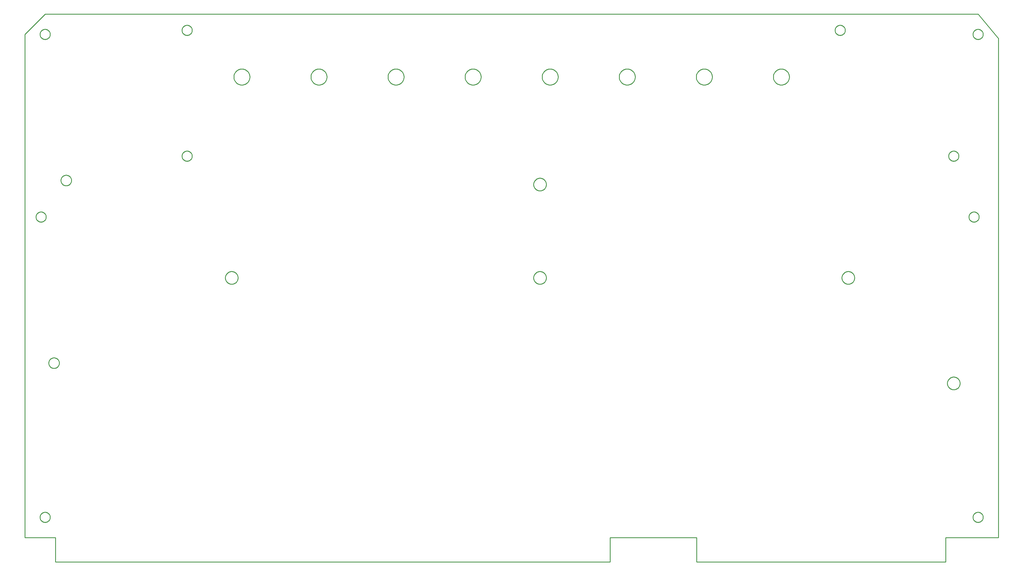
<source format=gko>
G04 EAGLE Gerber RS-274X export*
G75*
%MOMM*%
%FSLAX34Y34*%
%LPD*%
%INBoard Outline*%
%IPPOS*%
%AMOC8*
5,1,8,0,0,1.08239X$1,22.5*%
G01*
%ADD10C,0.000000*%
%ADD11C,0.254000*%


D10*
X32766Y-139700D02*
X1768856Y-139700D01*
X1768856Y-63500D01*
X2039620Y-63500D01*
X2039620Y-139700D01*
X2819400Y-139700D01*
X2819400Y-63500D01*
X2984500Y-63500D01*
X2984500Y1498600D01*
X2921000Y1574800D01*
X0Y1574800D01*
X-63500Y1511300D01*
X-63500Y-63500D01*
X32766Y-63500D01*
X32766Y-139700D01*
X-15875Y0D02*
X-15870Y390D01*
X-15856Y779D01*
X-15832Y1168D01*
X-15799Y1556D01*
X-15756Y1943D01*
X-15703Y2329D01*
X-15641Y2714D01*
X-15570Y3097D01*
X-15489Y3478D01*
X-15399Y3857D01*
X-15300Y4234D01*
X-15191Y4608D01*
X-15074Y4980D01*
X-14947Y5348D01*
X-14811Y5713D01*
X-14667Y6075D01*
X-14513Y6433D01*
X-14351Y6787D01*
X-14180Y7138D01*
X-14001Y7483D01*
X-13813Y7825D01*
X-13616Y8161D01*
X-13412Y8493D01*
X-13200Y8820D01*
X-12979Y9141D01*
X-12751Y9457D01*
X-12515Y9767D01*
X-12272Y10071D01*
X-12021Y10369D01*
X-11763Y10661D01*
X-11497Y10946D01*
X-11225Y11225D01*
X-10946Y11497D01*
X-10661Y11763D01*
X-10369Y12021D01*
X-10071Y12272D01*
X-9767Y12515D01*
X-9457Y12751D01*
X-9141Y12979D01*
X-8820Y13200D01*
X-8493Y13412D01*
X-8161Y13616D01*
X-7825Y13813D01*
X-7483Y14001D01*
X-7138Y14180D01*
X-6787Y14351D01*
X-6433Y14513D01*
X-6075Y14667D01*
X-5713Y14811D01*
X-5348Y14947D01*
X-4980Y15074D01*
X-4608Y15191D01*
X-4234Y15300D01*
X-3857Y15399D01*
X-3478Y15489D01*
X-3097Y15570D01*
X-2714Y15641D01*
X-2329Y15703D01*
X-1943Y15756D01*
X-1556Y15799D01*
X-1168Y15832D01*
X-779Y15856D01*
X-390Y15870D01*
X0Y15875D01*
X390Y15870D01*
X779Y15856D01*
X1168Y15832D01*
X1556Y15799D01*
X1943Y15756D01*
X2329Y15703D01*
X2714Y15641D01*
X3097Y15570D01*
X3478Y15489D01*
X3857Y15399D01*
X4234Y15300D01*
X4608Y15191D01*
X4980Y15074D01*
X5348Y14947D01*
X5713Y14811D01*
X6075Y14667D01*
X6433Y14513D01*
X6787Y14351D01*
X7138Y14180D01*
X7483Y14001D01*
X7825Y13813D01*
X8161Y13616D01*
X8493Y13412D01*
X8820Y13200D01*
X9141Y12979D01*
X9457Y12751D01*
X9767Y12515D01*
X10071Y12272D01*
X10369Y12021D01*
X10661Y11763D01*
X10946Y11497D01*
X11225Y11225D01*
X11497Y10946D01*
X11763Y10661D01*
X12021Y10369D01*
X12272Y10071D01*
X12515Y9767D01*
X12751Y9457D01*
X12979Y9141D01*
X13200Y8820D01*
X13412Y8493D01*
X13616Y8161D01*
X13813Y7825D01*
X14001Y7483D01*
X14180Y7138D01*
X14351Y6787D01*
X14513Y6433D01*
X14667Y6075D01*
X14811Y5713D01*
X14947Y5348D01*
X15074Y4980D01*
X15191Y4608D01*
X15300Y4234D01*
X15399Y3857D01*
X15489Y3478D01*
X15570Y3097D01*
X15641Y2714D01*
X15703Y2329D01*
X15756Y1943D01*
X15799Y1556D01*
X15832Y1168D01*
X15856Y779D01*
X15870Y390D01*
X15875Y0D01*
X15870Y-390D01*
X15856Y-779D01*
X15832Y-1168D01*
X15799Y-1556D01*
X15756Y-1943D01*
X15703Y-2329D01*
X15641Y-2714D01*
X15570Y-3097D01*
X15489Y-3478D01*
X15399Y-3857D01*
X15300Y-4234D01*
X15191Y-4608D01*
X15074Y-4980D01*
X14947Y-5348D01*
X14811Y-5713D01*
X14667Y-6075D01*
X14513Y-6433D01*
X14351Y-6787D01*
X14180Y-7138D01*
X14001Y-7483D01*
X13813Y-7825D01*
X13616Y-8161D01*
X13412Y-8493D01*
X13200Y-8820D01*
X12979Y-9141D01*
X12751Y-9457D01*
X12515Y-9767D01*
X12272Y-10071D01*
X12021Y-10369D01*
X11763Y-10661D01*
X11497Y-10946D01*
X11225Y-11225D01*
X10946Y-11497D01*
X10661Y-11763D01*
X10369Y-12021D01*
X10071Y-12272D01*
X9767Y-12515D01*
X9457Y-12751D01*
X9141Y-12979D01*
X8820Y-13200D01*
X8493Y-13412D01*
X8161Y-13616D01*
X7825Y-13813D01*
X7483Y-14001D01*
X7138Y-14180D01*
X6787Y-14351D01*
X6433Y-14513D01*
X6075Y-14667D01*
X5713Y-14811D01*
X5348Y-14947D01*
X4980Y-15074D01*
X4608Y-15191D01*
X4234Y-15300D01*
X3857Y-15399D01*
X3478Y-15489D01*
X3097Y-15570D01*
X2714Y-15641D01*
X2329Y-15703D01*
X1943Y-15756D01*
X1556Y-15799D01*
X1168Y-15832D01*
X779Y-15856D01*
X390Y-15870D01*
X0Y-15875D01*
X-390Y-15870D01*
X-779Y-15856D01*
X-1168Y-15832D01*
X-1556Y-15799D01*
X-1943Y-15756D01*
X-2329Y-15703D01*
X-2714Y-15641D01*
X-3097Y-15570D01*
X-3478Y-15489D01*
X-3857Y-15399D01*
X-4234Y-15300D01*
X-4608Y-15191D01*
X-4980Y-15074D01*
X-5348Y-14947D01*
X-5713Y-14811D01*
X-6075Y-14667D01*
X-6433Y-14513D01*
X-6787Y-14351D01*
X-7138Y-14180D01*
X-7483Y-14001D01*
X-7825Y-13813D01*
X-8161Y-13616D01*
X-8493Y-13412D01*
X-8820Y-13200D01*
X-9141Y-12979D01*
X-9457Y-12751D01*
X-9767Y-12515D01*
X-10071Y-12272D01*
X-10369Y-12021D01*
X-10661Y-11763D01*
X-10946Y-11497D01*
X-11225Y-11225D01*
X-11497Y-10946D01*
X-11763Y-10661D01*
X-12021Y-10369D01*
X-12272Y-10071D01*
X-12515Y-9767D01*
X-12751Y-9457D01*
X-12979Y-9141D01*
X-13200Y-8820D01*
X-13412Y-8493D01*
X-13616Y-8161D01*
X-13813Y-7825D01*
X-14001Y-7483D01*
X-14180Y-7138D01*
X-14351Y-6787D01*
X-14513Y-6433D01*
X-14667Y-6075D01*
X-14811Y-5713D01*
X-14947Y-5348D01*
X-15074Y-4980D01*
X-15191Y-4608D01*
X-15300Y-4234D01*
X-15399Y-3857D01*
X-15489Y-3478D01*
X-15570Y-3097D01*
X-15641Y-2714D01*
X-15703Y-2329D01*
X-15756Y-1943D01*
X-15799Y-1556D01*
X-15832Y-1168D01*
X-15856Y-779D01*
X-15870Y-390D01*
X-15875Y0D01*
X2905125Y0D02*
X2905130Y390D01*
X2905144Y779D01*
X2905168Y1168D01*
X2905201Y1556D01*
X2905244Y1943D01*
X2905297Y2329D01*
X2905359Y2714D01*
X2905430Y3097D01*
X2905511Y3478D01*
X2905601Y3857D01*
X2905700Y4234D01*
X2905809Y4608D01*
X2905926Y4980D01*
X2906053Y5348D01*
X2906189Y5713D01*
X2906333Y6075D01*
X2906487Y6433D01*
X2906649Y6787D01*
X2906820Y7138D01*
X2906999Y7483D01*
X2907187Y7825D01*
X2907384Y8161D01*
X2907588Y8493D01*
X2907800Y8820D01*
X2908021Y9141D01*
X2908249Y9457D01*
X2908485Y9767D01*
X2908728Y10071D01*
X2908979Y10369D01*
X2909237Y10661D01*
X2909503Y10946D01*
X2909775Y11225D01*
X2910054Y11497D01*
X2910339Y11763D01*
X2910631Y12021D01*
X2910929Y12272D01*
X2911233Y12515D01*
X2911543Y12751D01*
X2911859Y12979D01*
X2912180Y13200D01*
X2912507Y13412D01*
X2912839Y13616D01*
X2913175Y13813D01*
X2913517Y14001D01*
X2913862Y14180D01*
X2914213Y14351D01*
X2914567Y14513D01*
X2914925Y14667D01*
X2915287Y14811D01*
X2915652Y14947D01*
X2916020Y15074D01*
X2916392Y15191D01*
X2916766Y15300D01*
X2917143Y15399D01*
X2917522Y15489D01*
X2917903Y15570D01*
X2918286Y15641D01*
X2918671Y15703D01*
X2919057Y15756D01*
X2919444Y15799D01*
X2919832Y15832D01*
X2920221Y15856D01*
X2920610Y15870D01*
X2921000Y15875D01*
X2921390Y15870D01*
X2921779Y15856D01*
X2922168Y15832D01*
X2922556Y15799D01*
X2922943Y15756D01*
X2923329Y15703D01*
X2923714Y15641D01*
X2924097Y15570D01*
X2924478Y15489D01*
X2924857Y15399D01*
X2925234Y15300D01*
X2925608Y15191D01*
X2925980Y15074D01*
X2926348Y14947D01*
X2926713Y14811D01*
X2927075Y14667D01*
X2927433Y14513D01*
X2927787Y14351D01*
X2928138Y14180D01*
X2928483Y14001D01*
X2928825Y13813D01*
X2929161Y13616D01*
X2929493Y13412D01*
X2929820Y13200D01*
X2930141Y12979D01*
X2930457Y12751D01*
X2930767Y12515D01*
X2931071Y12272D01*
X2931369Y12021D01*
X2931661Y11763D01*
X2931946Y11497D01*
X2932225Y11225D01*
X2932497Y10946D01*
X2932763Y10661D01*
X2933021Y10369D01*
X2933272Y10071D01*
X2933515Y9767D01*
X2933751Y9457D01*
X2933979Y9141D01*
X2934200Y8820D01*
X2934412Y8493D01*
X2934616Y8161D01*
X2934813Y7825D01*
X2935001Y7483D01*
X2935180Y7138D01*
X2935351Y6787D01*
X2935513Y6433D01*
X2935667Y6075D01*
X2935811Y5713D01*
X2935947Y5348D01*
X2936074Y4980D01*
X2936191Y4608D01*
X2936300Y4234D01*
X2936399Y3857D01*
X2936489Y3478D01*
X2936570Y3097D01*
X2936641Y2714D01*
X2936703Y2329D01*
X2936756Y1943D01*
X2936799Y1556D01*
X2936832Y1168D01*
X2936856Y779D01*
X2936870Y390D01*
X2936875Y0D01*
X2936870Y-390D01*
X2936856Y-779D01*
X2936832Y-1168D01*
X2936799Y-1556D01*
X2936756Y-1943D01*
X2936703Y-2329D01*
X2936641Y-2714D01*
X2936570Y-3097D01*
X2936489Y-3478D01*
X2936399Y-3857D01*
X2936300Y-4234D01*
X2936191Y-4608D01*
X2936074Y-4980D01*
X2935947Y-5348D01*
X2935811Y-5713D01*
X2935667Y-6075D01*
X2935513Y-6433D01*
X2935351Y-6787D01*
X2935180Y-7138D01*
X2935001Y-7483D01*
X2934813Y-7825D01*
X2934616Y-8161D01*
X2934412Y-8493D01*
X2934200Y-8820D01*
X2933979Y-9141D01*
X2933751Y-9457D01*
X2933515Y-9767D01*
X2933272Y-10071D01*
X2933021Y-10369D01*
X2932763Y-10661D01*
X2932497Y-10946D01*
X2932225Y-11225D01*
X2931946Y-11497D01*
X2931661Y-11763D01*
X2931369Y-12021D01*
X2931071Y-12272D01*
X2930767Y-12515D01*
X2930457Y-12751D01*
X2930141Y-12979D01*
X2929820Y-13200D01*
X2929493Y-13412D01*
X2929161Y-13616D01*
X2928825Y-13813D01*
X2928483Y-14001D01*
X2928138Y-14180D01*
X2927787Y-14351D01*
X2927433Y-14513D01*
X2927075Y-14667D01*
X2926713Y-14811D01*
X2926348Y-14947D01*
X2925980Y-15074D01*
X2925608Y-15191D01*
X2925234Y-15300D01*
X2924857Y-15399D01*
X2924478Y-15489D01*
X2924097Y-15570D01*
X2923714Y-15641D01*
X2923329Y-15703D01*
X2922943Y-15756D01*
X2922556Y-15799D01*
X2922168Y-15832D01*
X2921779Y-15856D01*
X2921390Y-15870D01*
X2921000Y-15875D01*
X2920610Y-15870D01*
X2920221Y-15856D01*
X2919832Y-15832D01*
X2919444Y-15799D01*
X2919057Y-15756D01*
X2918671Y-15703D01*
X2918286Y-15641D01*
X2917903Y-15570D01*
X2917522Y-15489D01*
X2917143Y-15399D01*
X2916766Y-15300D01*
X2916392Y-15191D01*
X2916020Y-15074D01*
X2915652Y-14947D01*
X2915287Y-14811D01*
X2914925Y-14667D01*
X2914567Y-14513D01*
X2914213Y-14351D01*
X2913862Y-14180D01*
X2913517Y-14001D01*
X2913175Y-13813D01*
X2912839Y-13616D01*
X2912507Y-13412D01*
X2912180Y-13200D01*
X2911859Y-12979D01*
X2911543Y-12751D01*
X2911233Y-12515D01*
X2910929Y-12272D01*
X2910631Y-12021D01*
X2910339Y-11763D01*
X2910054Y-11497D01*
X2909775Y-11225D01*
X2909503Y-10946D01*
X2909237Y-10661D01*
X2908979Y-10369D01*
X2908728Y-10071D01*
X2908485Y-9767D01*
X2908249Y-9457D01*
X2908021Y-9141D01*
X2907800Y-8820D01*
X2907588Y-8493D01*
X2907384Y-8161D01*
X2907187Y-7825D01*
X2906999Y-7483D01*
X2906820Y-7138D01*
X2906649Y-6787D01*
X2906487Y-6433D01*
X2906333Y-6075D01*
X2906189Y-5713D01*
X2906053Y-5348D01*
X2905926Y-4980D01*
X2905809Y-4608D01*
X2905700Y-4234D01*
X2905601Y-3857D01*
X2905511Y-3478D01*
X2905430Y-3097D01*
X2905359Y-2714D01*
X2905297Y-2329D01*
X2905244Y-1943D01*
X2905201Y-1556D01*
X2905168Y-1168D01*
X2905144Y-779D01*
X2905130Y-390D01*
X2905125Y0D01*
X-15875Y1511300D02*
X-15870Y1511690D01*
X-15856Y1512079D01*
X-15832Y1512468D01*
X-15799Y1512856D01*
X-15756Y1513243D01*
X-15703Y1513629D01*
X-15641Y1514014D01*
X-15570Y1514397D01*
X-15489Y1514778D01*
X-15399Y1515157D01*
X-15300Y1515534D01*
X-15191Y1515908D01*
X-15074Y1516280D01*
X-14947Y1516648D01*
X-14811Y1517013D01*
X-14667Y1517375D01*
X-14513Y1517733D01*
X-14351Y1518087D01*
X-14180Y1518438D01*
X-14001Y1518783D01*
X-13813Y1519125D01*
X-13616Y1519461D01*
X-13412Y1519793D01*
X-13200Y1520120D01*
X-12979Y1520441D01*
X-12751Y1520757D01*
X-12515Y1521067D01*
X-12272Y1521371D01*
X-12021Y1521669D01*
X-11763Y1521961D01*
X-11497Y1522246D01*
X-11225Y1522525D01*
X-10946Y1522797D01*
X-10661Y1523063D01*
X-10369Y1523321D01*
X-10071Y1523572D01*
X-9767Y1523815D01*
X-9457Y1524051D01*
X-9141Y1524279D01*
X-8820Y1524500D01*
X-8493Y1524712D01*
X-8161Y1524916D01*
X-7825Y1525113D01*
X-7483Y1525301D01*
X-7138Y1525480D01*
X-6787Y1525651D01*
X-6433Y1525813D01*
X-6075Y1525967D01*
X-5713Y1526111D01*
X-5348Y1526247D01*
X-4980Y1526374D01*
X-4608Y1526491D01*
X-4234Y1526600D01*
X-3857Y1526699D01*
X-3478Y1526789D01*
X-3097Y1526870D01*
X-2714Y1526941D01*
X-2329Y1527003D01*
X-1943Y1527056D01*
X-1556Y1527099D01*
X-1168Y1527132D01*
X-779Y1527156D01*
X-390Y1527170D01*
X0Y1527175D01*
X390Y1527170D01*
X779Y1527156D01*
X1168Y1527132D01*
X1556Y1527099D01*
X1943Y1527056D01*
X2329Y1527003D01*
X2714Y1526941D01*
X3097Y1526870D01*
X3478Y1526789D01*
X3857Y1526699D01*
X4234Y1526600D01*
X4608Y1526491D01*
X4980Y1526374D01*
X5348Y1526247D01*
X5713Y1526111D01*
X6075Y1525967D01*
X6433Y1525813D01*
X6787Y1525651D01*
X7138Y1525480D01*
X7483Y1525301D01*
X7825Y1525113D01*
X8161Y1524916D01*
X8493Y1524712D01*
X8820Y1524500D01*
X9141Y1524279D01*
X9457Y1524051D01*
X9767Y1523815D01*
X10071Y1523572D01*
X10369Y1523321D01*
X10661Y1523063D01*
X10946Y1522797D01*
X11225Y1522525D01*
X11497Y1522246D01*
X11763Y1521961D01*
X12021Y1521669D01*
X12272Y1521371D01*
X12515Y1521067D01*
X12751Y1520757D01*
X12979Y1520441D01*
X13200Y1520120D01*
X13412Y1519793D01*
X13616Y1519461D01*
X13813Y1519125D01*
X14001Y1518783D01*
X14180Y1518438D01*
X14351Y1518087D01*
X14513Y1517733D01*
X14667Y1517375D01*
X14811Y1517013D01*
X14947Y1516648D01*
X15074Y1516280D01*
X15191Y1515908D01*
X15300Y1515534D01*
X15399Y1515157D01*
X15489Y1514778D01*
X15570Y1514397D01*
X15641Y1514014D01*
X15703Y1513629D01*
X15756Y1513243D01*
X15799Y1512856D01*
X15832Y1512468D01*
X15856Y1512079D01*
X15870Y1511690D01*
X15875Y1511300D01*
X15870Y1510910D01*
X15856Y1510521D01*
X15832Y1510132D01*
X15799Y1509744D01*
X15756Y1509357D01*
X15703Y1508971D01*
X15641Y1508586D01*
X15570Y1508203D01*
X15489Y1507822D01*
X15399Y1507443D01*
X15300Y1507066D01*
X15191Y1506692D01*
X15074Y1506320D01*
X14947Y1505952D01*
X14811Y1505587D01*
X14667Y1505225D01*
X14513Y1504867D01*
X14351Y1504513D01*
X14180Y1504162D01*
X14001Y1503817D01*
X13813Y1503475D01*
X13616Y1503139D01*
X13412Y1502807D01*
X13200Y1502480D01*
X12979Y1502159D01*
X12751Y1501843D01*
X12515Y1501533D01*
X12272Y1501229D01*
X12021Y1500931D01*
X11763Y1500639D01*
X11497Y1500354D01*
X11225Y1500075D01*
X10946Y1499803D01*
X10661Y1499537D01*
X10369Y1499279D01*
X10071Y1499028D01*
X9767Y1498785D01*
X9457Y1498549D01*
X9141Y1498321D01*
X8820Y1498100D01*
X8493Y1497888D01*
X8161Y1497684D01*
X7825Y1497487D01*
X7483Y1497299D01*
X7138Y1497120D01*
X6787Y1496949D01*
X6433Y1496787D01*
X6075Y1496633D01*
X5713Y1496489D01*
X5348Y1496353D01*
X4980Y1496226D01*
X4608Y1496109D01*
X4234Y1496000D01*
X3857Y1495901D01*
X3478Y1495811D01*
X3097Y1495730D01*
X2714Y1495659D01*
X2329Y1495597D01*
X1943Y1495544D01*
X1556Y1495501D01*
X1168Y1495468D01*
X779Y1495444D01*
X390Y1495430D01*
X0Y1495425D01*
X-390Y1495430D01*
X-779Y1495444D01*
X-1168Y1495468D01*
X-1556Y1495501D01*
X-1943Y1495544D01*
X-2329Y1495597D01*
X-2714Y1495659D01*
X-3097Y1495730D01*
X-3478Y1495811D01*
X-3857Y1495901D01*
X-4234Y1496000D01*
X-4608Y1496109D01*
X-4980Y1496226D01*
X-5348Y1496353D01*
X-5713Y1496489D01*
X-6075Y1496633D01*
X-6433Y1496787D01*
X-6787Y1496949D01*
X-7138Y1497120D01*
X-7483Y1497299D01*
X-7825Y1497487D01*
X-8161Y1497684D01*
X-8493Y1497888D01*
X-8820Y1498100D01*
X-9141Y1498321D01*
X-9457Y1498549D01*
X-9767Y1498785D01*
X-10071Y1499028D01*
X-10369Y1499279D01*
X-10661Y1499537D01*
X-10946Y1499803D01*
X-11225Y1500075D01*
X-11497Y1500354D01*
X-11763Y1500639D01*
X-12021Y1500931D01*
X-12272Y1501229D01*
X-12515Y1501533D01*
X-12751Y1501843D01*
X-12979Y1502159D01*
X-13200Y1502480D01*
X-13412Y1502807D01*
X-13616Y1503139D01*
X-13813Y1503475D01*
X-14001Y1503817D01*
X-14180Y1504162D01*
X-14351Y1504513D01*
X-14513Y1504867D01*
X-14667Y1505225D01*
X-14811Y1505587D01*
X-14947Y1505952D01*
X-15074Y1506320D01*
X-15191Y1506692D01*
X-15300Y1507066D01*
X-15399Y1507443D01*
X-15489Y1507822D01*
X-15570Y1508203D01*
X-15641Y1508586D01*
X-15703Y1508971D01*
X-15756Y1509357D01*
X-15799Y1509744D01*
X-15832Y1510132D01*
X-15856Y1510521D01*
X-15870Y1510910D01*
X-15875Y1511300D01*
X2905125Y1511300D02*
X2905130Y1511690D01*
X2905144Y1512079D01*
X2905168Y1512468D01*
X2905201Y1512856D01*
X2905244Y1513243D01*
X2905297Y1513629D01*
X2905359Y1514014D01*
X2905430Y1514397D01*
X2905511Y1514778D01*
X2905601Y1515157D01*
X2905700Y1515534D01*
X2905809Y1515908D01*
X2905926Y1516280D01*
X2906053Y1516648D01*
X2906189Y1517013D01*
X2906333Y1517375D01*
X2906487Y1517733D01*
X2906649Y1518087D01*
X2906820Y1518438D01*
X2906999Y1518783D01*
X2907187Y1519125D01*
X2907384Y1519461D01*
X2907588Y1519793D01*
X2907800Y1520120D01*
X2908021Y1520441D01*
X2908249Y1520757D01*
X2908485Y1521067D01*
X2908728Y1521371D01*
X2908979Y1521669D01*
X2909237Y1521961D01*
X2909503Y1522246D01*
X2909775Y1522525D01*
X2910054Y1522797D01*
X2910339Y1523063D01*
X2910631Y1523321D01*
X2910929Y1523572D01*
X2911233Y1523815D01*
X2911543Y1524051D01*
X2911859Y1524279D01*
X2912180Y1524500D01*
X2912507Y1524712D01*
X2912839Y1524916D01*
X2913175Y1525113D01*
X2913517Y1525301D01*
X2913862Y1525480D01*
X2914213Y1525651D01*
X2914567Y1525813D01*
X2914925Y1525967D01*
X2915287Y1526111D01*
X2915652Y1526247D01*
X2916020Y1526374D01*
X2916392Y1526491D01*
X2916766Y1526600D01*
X2917143Y1526699D01*
X2917522Y1526789D01*
X2917903Y1526870D01*
X2918286Y1526941D01*
X2918671Y1527003D01*
X2919057Y1527056D01*
X2919444Y1527099D01*
X2919832Y1527132D01*
X2920221Y1527156D01*
X2920610Y1527170D01*
X2921000Y1527175D01*
X2921390Y1527170D01*
X2921779Y1527156D01*
X2922168Y1527132D01*
X2922556Y1527099D01*
X2922943Y1527056D01*
X2923329Y1527003D01*
X2923714Y1526941D01*
X2924097Y1526870D01*
X2924478Y1526789D01*
X2924857Y1526699D01*
X2925234Y1526600D01*
X2925608Y1526491D01*
X2925980Y1526374D01*
X2926348Y1526247D01*
X2926713Y1526111D01*
X2927075Y1525967D01*
X2927433Y1525813D01*
X2927787Y1525651D01*
X2928138Y1525480D01*
X2928483Y1525301D01*
X2928825Y1525113D01*
X2929161Y1524916D01*
X2929493Y1524712D01*
X2929820Y1524500D01*
X2930141Y1524279D01*
X2930457Y1524051D01*
X2930767Y1523815D01*
X2931071Y1523572D01*
X2931369Y1523321D01*
X2931661Y1523063D01*
X2931946Y1522797D01*
X2932225Y1522525D01*
X2932497Y1522246D01*
X2932763Y1521961D01*
X2933021Y1521669D01*
X2933272Y1521371D01*
X2933515Y1521067D01*
X2933751Y1520757D01*
X2933979Y1520441D01*
X2934200Y1520120D01*
X2934412Y1519793D01*
X2934616Y1519461D01*
X2934813Y1519125D01*
X2935001Y1518783D01*
X2935180Y1518438D01*
X2935351Y1518087D01*
X2935513Y1517733D01*
X2935667Y1517375D01*
X2935811Y1517013D01*
X2935947Y1516648D01*
X2936074Y1516280D01*
X2936191Y1515908D01*
X2936300Y1515534D01*
X2936399Y1515157D01*
X2936489Y1514778D01*
X2936570Y1514397D01*
X2936641Y1514014D01*
X2936703Y1513629D01*
X2936756Y1513243D01*
X2936799Y1512856D01*
X2936832Y1512468D01*
X2936856Y1512079D01*
X2936870Y1511690D01*
X2936875Y1511300D01*
X2936870Y1510910D01*
X2936856Y1510521D01*
X2936832Y1510132D01*
X2936799Y1509744D01*
X2936756Y1509357D01*
X2936703Y1508971D01*
X2936641Y1508586D01*
X2936570Y1508203D01*
X2936489Y1507822D01*
X2936399Y1507443D01*
X2936300Y1507066D01*
X2936191Y1506692D01*
X2936074Y1506320D01*
X2935947Y1505952D01*
X2935811Y1505587D01*
X2935667Y1505225D01*
X2935513Y1504867D01*
X2935351Y1504513D01*
X2935180Y1504162D01*
X2935001Y1503817D01*
X2934813Y1503475D01*
X2934616Y1503139D01*
X2934412Y1502807D01*
X2934200Y1502480D01*
X2933979Y1502159D01*
X2933751Y1501843D01*
X2933515Y1501533D01*
X2933272Y1501229D01*
X2933021Y1500931D01*
X2932763Y1500639D01*
X2932497Y1500354D01*
X2932225Y1500075D01*
X2931946Y1499803D01*
X2931661Y1499537D01*
X2931369Y1499279D01*
X2931071Y1499028D01*
X2930767Y1498785D01*
X2930457Y1498549D01*
X2930141Y1498321D01*
X2929820Y1498100D01*
X2929493Y1497888D01*
X2929161Y1497684D01*
X2928825Y1497487D01*
X2928483Y1497299D01*
X2928138Y1497120D01*
X2927787Y1496949D01*
X2927433Y1496787D01*
X2927075Y1496633D01*
X2926713Y1496489D01*
X2926348Y1496353D01*
X2925980Y1496226D01*
X2925608Y1496109D01*
X2925234Y1496000D01*
X2924857Y1495901D01*
X2924478Y1495811D01*
X2924097Y1495730D01*
X2923714Y1495659D01*
X2923329Y1495597D01*
X2922943Y1495544D01*
X2922556Y1495501D01*
X2922168Y1495468D01*
X2921779Y1495444D01*
X2921390Y1495430D01*
X2921000Y1495425D01*
X2920610Y1495430D01*
X2920221Y1495444D01*
X2919832Y1495468D01*
X2919444Y1495501D01*
X2919057Y1495544D01*
X2918671Y1495597D01*
X2918286Y1495659D01*
X2917903Y1495730D01*
X2917522Y1495811D01*
X2917143Y1495901D01*
X2916766Y1496000D01*
X2916392Y1496109D01*
X2916020Y1496226D01*
X2915652Y1496353D01*
X2915287Y1496489D01*
X2914925Y1496633D01*
X2914567Y1496787D01*
X2914213Y1496949D01*
X2913862Y1497120D01*
X2913517Y1497299D01*
X2913175Y1497487D01*
X2912839Y1497684D01*
X2912507Y1497888D01*
X2912180Y1498100D01*
X2911859Y1498321D01*
X2911543Y1498549D01*
X2911233Y1498785D01*
X2910929Y1499028D01*
X2910631Y1499279D01*
X2910339Y1499537D01*
X2910054Y1499803D01*
X2909775Y1500075D01*
X2909503Y1500354D01*
X2909237Y1500639D01*
X2908979Y1500931D01*
X2908728Y1501229D01*
X2908485Y1501533D01*
X2908249Y1501843D01*
X2908021Y1502159D01*
X2907800Y1502480D01*
X2907588Y1502807D01*
X2907384Y1503139D01*
X2907187Y1503475D01*
X2906999Y1503817D01*
X2906820Y1504162D01*
X2906649Y1504513D01*
X2906487Y1504867D01*
X2906333Y1505225D01*
X2906189Y1505587D01*
X2906053Y1505952D01*
X2905926Y1506320D01*
X2905809Y1506692D01*
X2905700Y1507066D01*
X2905601Y1507443D01*
X2905511Y1507822D01*
X2905430Y1508203D01*
X2905359Y1508586D01*
X2905297Y1508971D01*
X2905244Y1509357D01*
X2905201Y1509744D01*
X2905168Y1510132D01*
X2905144Y1510521D01*
X2905130Y1510910D01*
X2905125Y1511300D01*
X-28575Y939800D02*
X-28570Y940190D01*
X-28556Y940579D01*
X-28532Y940968D01*
X-28499Y941356D01*
X-28456Y941743D01*
X-28403Y942129D01*
X-28341Y942514D01*
X-28270Y942897D01*
X-28189Y943278D01*
X-28099Y943657D01*
X-28000Y944034D01*
X-27891Y944408D01*
X-27774Y944780D01*
X-27647Y945148D01*
X-27511Y945513D01*
X-27367Y945875D01*
X-27213Y946233D01*
X-27051Y946587D01*
X-26880Y946938D01*
X-26701Y947283D01*
X-26513Y947625D01*
X-26316Y947961D01*
X-26112Y948293D01*
X-25900Y948620D01*
X-25679Y948941D01*
X-25451Y949257D01*
X-25215Y949567D01*
X-24972Y949871D01*
X-24721Y950169D01*
X-24463Y950461D01*
X-24197Y950746D01*
X-23925Y951025D01*
X-23646Y951297D01*
X-23361Y951563D01*
X-23069Y951821D01*
X-22771Y952072D01*
X-22467Y952315D01*
X-22157Y952551D01*
X-21841Y952779D01*
X-21520Y953000D01*
X-21193Y953212D01*
X-20861Y953416D01*
X-20525Y953613D01*
X-20183Y953801D01*
X-19838Y953980D01*
X-19487Y954151D01*
X-19133Y954313D01*
X-18775Y954467D01*
X-18413Y954611D01*
X-18048Y954747D01*
X-17680Y954874D01*
X-17308Y954991D01*
X-16934Y955100D01*
X-16557Y955199D01*
X-16178Y955289D01*
X-15797Y955370D01*
X-15414Y955441D01*
X-15029Y955503D01*
X-14643Y955556D01*
X-14256Y955599D01*
X-13868Y955632D01*
X-13479Y955656D01*
X-13090Y955670D01*
X-12700Y955675D01*
X-12310Y955670D01*
X-11921Y955656D01*
X-11532Y955632D01*
X-11144Y955599D01*
X-10757Y955556D01*
X-10371Y955503D01*
X-9986Y955441D01*
X-9603Y955370D01*
X-9222Y955289D01*
X-8843Y955199D01*
X-8466Y955100D01*
X-8092Y954991D01*
X-7720Y954874D01*
X-7352Y954747D01*
X-6987Y954611D01*
X-6625Y954467D01*
X-6267Y954313D01*
X-5913Y954151D01*
X-5562Y953980D01*
X-5217Y953801D01*
X-4875Y953613D01*
X-4539Y953416D01*
X-4207Y953212D01*
X-3880Y953000D01*
X-3559Y952779D01*
X-3243Y952551D01*
X-2933Y952315D01*
X-2629Y952072D01*
X-2331Y951821D01*
X-2039Y951563D01*
X-1754Y951297D01*
X-1475Y951025D01*
X-1203Y950746D01*
X-937Y950461D01*
X-679Y950169D01*
X-428Y949871D01*
X-185Y949567D01*
X51Y949257D01*
X279Y948941D01*
X500Y948620D01*
X712Y948293D01*
X916Y947961D01*
X1113Y947625D01*
X1301Y947283D01*
X1480Y946938D01*
X1651Y946587D01*
X1813Y946233D01*
X1967Y945875D01*
X2111Y945513D01*
X2247Y945148D01*
X2374Y944780D01*
X2491Y944408D01*
X2600Y944034D01*
X2699Y943657D01*
X2789Y943278D01*
X2870Y942897D01*
X2941Y942514D01*
X3003Y942129D01*
X3056Y941743D01*
X3099Y941356D01*
X3132Y940968D01*
X3156Y940579D01*
X3170Y940190D01*
X3175Y939800D01*
X3170Y939410D01*
X3156Y939021D01*
X3132Y938632D01*
X3099Y938244D01*
X3056Y937857D01*
X3003Y937471D01*
X2941Y937086D01*
X2870Y936703D01*
X2789Y936322D01*
X2699Y935943D01*
X2600Y935566D01*
X2491Y935192D01*
X2374Y934820D01*
X2247Y934452D01*
X2111Y934087D01*
X1967Y933725D01*
X1813Y933367D01*
X1651Y933013D01*
X1480Y932662D01*
X1301Y932317D01*
X1113Y931975D01*
X916Y931639D01*
X712Y931307D01*
X500Y930980D01*
X279Y930659D01*
X51Y930343D01*
X-185Y930033D01*
X-428Y929729D01*
X-679Y929431D01*
X-937Y929139D01*
X-1203Y928854D01*
X-1475Y928575D01*
X-1754Y928303D01*
X-2039Y928037D01*
X-2331Y927779D01*
X-2629Y927528D01*
X-2933Y927285D01*
X-3243Y927049D01*
X-3559Y926821D01*
X-3880Y926600D01*
X-4207Y926388D01*
X-4539Y926184D01*
X-4875Y925987D01*
X-5217Y925799D01*
X-5562Y925620D01*
X-5913Y925449D01*
X-6267Y925287D01*
X-6625Y925133D01*
X-6987Y924989D01*
X-7352Y924853D01*
X-7720Y924726D01*
X-8092Y924609D01*
X-8466Y924500D01*
X-8843Y924401D01*
X-9222Y924311D01*
X-9603Y924230D01*
X-9986Y924159D01*
X-10371Y924097D01*
X-10757Y924044D01*
X-11144Y924001D01*
X-11532Y923968D01*
X-11921Y923944D01*
X-12310Y923930D01*
X-12700Y923925D01*
X-13090Y923930D01*
X-13479Y923944D01*
X-13868Y923968D01*
X-14256Y924001D01*
X-14643Y924044D01*
X-15029Y924097D01*
X-15414Y924159D01*
X-15797Y924230D01*
X-16178Y924311D01*
X-16557Y924401D01*
X-16934Y924500D01*
X-17308Y924609D01*
X-17680Y924726D01*
X-18048Y924853D01*
X-18413Y924989D01*
X-18775Y925133D01*
X-19133Y925287D01*
X-19487Y925449D01*
X-19838Y925620D01*
X-20183Y925799D01*
X-20525Y925987D01*
X-20861Y926184D01*
X-21193Y926388D01*
X-21520Y926600D01*
X-21841Y926821D01*
X-22157Y927049D01*
X-22467Y927285D01*
X-22771Y927528D01*
X-23069Y927779D01*
X-23361Y928037D01*
X-23646Y928303D01*
X-23925Y928575D01*
X-24197Y928854D01*
X-24463Y929139D01*
X-24721Y929431D01*
X-24972Y929729D01*
X-25215Y930033D01*
X-25451Y930343D01*
X-25679Y930659D01*
X-25900Y930980D01*
X-26112Y931307D01*
X-26316Y931639D01*
X-26513Y931975D01*
X-26701Y932317D01*
X-26880Y932662D01*
X-27051Y933013D01*
X-27213Y933367D01*
X-27367Y933725D01*
X-27511Y934087D01*
X-27647Y934452D01*
X-27774Y934820D01*
X-27891Y935192D01*
X-28000Y935566D01*
X-28099Y935943D01*
X-28189Y936322D01*
X-28270Y936703D01*
X-28341Y937086D01*
X-28403Y937471D01*
X-28456Y937857D01*
X-28499Y938244D01*
X-28532Y938632D01*
X-28556Y939021D01*
X-28570Y939410D01*
X-28575Y939800D01*
X2892425Y939800D02*
X2892430Y940190D01*
X2892444Y940579D01*
X2892468Y940968D01*
X2892501Y941356D01*
X2892544Y941743D01*
X2892597Y942129D01*
X2892659Y942514D01*
X2892730Y942897D01*
X2892811Y943278D01*
X2892901Y943657D01*
X2893000Y944034D01*
X2893109Y944408D01*
X2893226Y944780D01*
X2893353Y945148D01*
X2893489Y945513D01*
X2893633Y945875D01*
X2893787Y946233D01*
X2893949Y946587D01*
X2894120Y946938D01*
X2894299Y947283D01*
X2894487Y947625D01*
X2894684Y947961D01*
X2894888Y948293D01*
X2895100Y948620D01*
X2895321Y948941D01*
X2895549Y949257D01*
X2895785Y949567D01*
X2896028Y949871D01*
X2896279Y950169D01*
X2896537Y950461D01*
X2896803Y950746D01*
X2897075Y951025D01*
X2897354Y951297D01*
X2897639Y951563D01*
X2897931Y951821D01*
X2898229Y952072D01*
X2898533Y952315D01*
X2898843Y952551D01*
X2899159Y952779D01*
X2899480Y953000D01*
X2899807Y953212D01*
X2900139Y953416D01*
X2900475Y953613D01*
X2900817Y953801D01*
X2901162Y953980D01*
X2901513Y954151D01*
X2901867Y954313D01*
X2902225Y954467D01*
X2902587Y954611D01*
X2902952Y954747D01*
X2903320Y954874D01*
X2903692Y954991D01*
X2904066Y955100D01*
X2904443Y955199D01*
X2904822Y955289D01*
X2905203Y955370D01*
X2905586Y955441D01*
X2905971Y955503D01*
X2906357Y955556D01*
X2906744Y955599D01*
X2907132Y955632D01*
X2907521Y955656D01*
X2907910Y955670D01*
X2908300Y955675D01*
X2908690Y955670D01*
X2909079Y955656D01*
X2909468Y955632D01*
X2909856Y955599D01*
X2910243Y955556D01*
X2910629Y955503D01*
X2911014Y955441D01*
X2911397Y955370D01*
X2911778Y955289D01*
X2912157Y955199D01*
X2912534Y955100D01*
X2912908Y954991D01*
X2913280Y954874D01*
X2913648Y954747D01*
X2914013Y954611D01*
X2914375Y954467D01*
X2914733Y954313D01*
X2915087Y954151D01*
X2915438Y953980D01*
X2915783Y953801D01*
X2916125Y953613D01*
X2916461Y953416D01*
X2916793Y953212D01*
X2917120Y953000D01*
X2917441Y952779D01*
X2917757Y952551D01*
X2918067Y952315D01*
X2918371Y952072D01*
X2918669Y951821D01*
X2918961Y951563D01*
X2919246Y951297D01*
X2919525Y951025D01*
X2919797Y950746D01*
X2920063Y950461D01*
X2920321Y950169D01*
X2920572Y949871D01*
X2920815Y949567D01*
X2921051Y949257D01*
X2921279Y948941D01*
X2921500Y948620D01*
X2921712Y948293D01*
X2921916Y947961D01*
X2922113Y947625D01*
X2922301Y947283D01*
X2922480Y946938D01*
X2922651Y946587D01*
X2922813Y946233D01*
X2922967Y945875D01*
X2923111Y945513D01*
X2923247Y945148D01*
X2923374Y944780D01*
X2923491Y944408D01*
X2923600Y944034D01*
X2923699Y943657D01*
X2923789Y943278D01*
X2923870Y942897D01*
X2923941Y942514D01*
X2924003Y942129D01*
X2924056Y941743D01*
X2924099Y941356D01*
X2924132Y940968D01*
X2924156Y940579D01*
X2924170Y940190D01*
X2924175Y939800D01*
X2924170Y939410D01*
X2924156Y939021D01*
X2924132Y938632D01*
X2924099Y938244D01*
X2924056Y937857D01*
X2924003Y937471D01*
X2923941Y937086D01*
X2923870Y936703D01*
X2923789Y936322D01*
X2923699Y935943D01*
X2923600Y935566D01*
X2923491Y935192D01*
X2923374Y934820D01*
X2923247Y934452D01*
X2923111Y934087D01*
X2922967Y933725D01*
X2922813Y933367D01*
X2922651Y933013D01*
X2922480Y932662D01*
X2922301Y932317D01*
X2922113Y931975D01*
X2921916Y931639D01*
X2921712Y931307D01*
X2921500Y930980D01*
X2921279Y930659D01*
X2921051Y930343D01*
X2920815Y930033D01*
X2920572Y929729D01*
X2920321Y929431D01*
X2920063Y929139D01*
X2919797Y928854D01*
X2919525Y928575D01*
X2919246Y928303D01*
X2918961Y928037D01*
X2918669Y927779D01*
X2918371Y927528D01*
X2918067Y927285D01*
X2917757Y927049D01*
X2917441Y926821D01*
X2917120Y926600D01*
X2916793Y926388D01*
X2916461Y926184D01*
X2916125Y925987D01*
X2915783Y925799D01*
X2915438Y925620D01*
X2915087Y925449D01*
X2914733Y925287D01*
X2914375Y925133D01*
X2914013Y924989D01*
X2913648Y924853D01*
X2913280Y924726D01*
X2912908Y924609D01*
X2912534Y924500D01*
X2912157Y924401D01*
X2911778Y924311D01*
X2911397Y924230D01*
X2911014Y924159D01*
X2910629Y924097D01*
X2910243Y924044D01*
X2909856Y924001D01*
X2909468Y923968D01*
X2909079Y923944D01*
X2908690Y923930D01*
X2908300Y923925D01*
X2907910Y923930D01*
X2907521Y923944D01*
X2907132Y923968D01*
X2906744Y924001D01*
X2906357Y924044D01*
X2905971Y924097D01*
X2905586Y924159D01*
X2905203Y924230D01*
X2904822Y924311D01*
X2904443Y924401D01*
X2904066Y924500D01*
X2903692Y924609D01*
X2903320Y924726D01*
X2902952Y924853D01*
X2902587Y924989D01*
X2902225Y925133D01*
X2901867Y925287D01*
X2901513Y925449D01*
X2901162Y925620D01*
X2900817Y925799D01*
X2900475Y925987D01*
X2900139Y926184D01*
X2899807Y926388D01*
X2899480Y926600D01*
X2899159Y926821D01*
X2898843Y927049D01*
X2898533Y927285D01*
X2898229Y927528D01*
X2897931Y927779D01*
X2897639Y928037D01*
X2897354Y928303D01*
X2897075Y928575D01*
X2896803Y928854D01*
X2896537Y929139D01*
X2896279Y929431D01*
X2896028Y929729D01*
X2895785Y930033D01*
X2895549Y930343D01*
X2895321Y930659D01*
X2895100Y930980D01*
X2894888Y931307D01*
X2894684Y931639D01*
X2894487Y931975D01*
X2894299Y932317D01*
X2894120Y932662D01*
X2893949Y933013D01*
X2893787Y933367D01*
X2893633Y933725D01*
X2893489Y934087D01*
X2893353Y934452D01*
X2893226Y934820D01*
X2893109Y935192D01*
X2893000Y935566D01*
X2892901Y935943D01*
X2892811Y936322D01*
X2892730Y936703D01*
X2892659Y937086D01*
X2892597Y937471D01*
X2892544Y937857D01*
X2892501Y938244D01*
X2892468Y938632D01*
X2892444Y939021D01*
X2892430Y939410D01*
X2892425Y939800D01*
X428625Y1524000D02*
X428630Y1524390D01*
X428644Y1524779D01*
X428668Y1525168D01*
X428701Y1525556D01*
X428744Y1525943D01*
X428797Y1526329D01*
X428859Y1526714D01*
X428930Y1527097D01*
X429011Y1527478D01*
X429101Y1527857D01*
X429200Y1528234D01*
X429309Y1528608D01*
X429426Y1528980D01*
X429553Y1529348D01*
X429689Y1529713D01*
X429833Y1530075D01*
X429987Y1530433D01*
X430149Y1530787D01*
X430320Y1531138D01*
X430499Y1531483D01*
X430687Y1531825D01*
X430884Y1532161D01*
X431088Y1532493D01*
X431300Y1532820D01*
X431521Y1533141D01*
X431749Y1533457D01*
X431985Y1533767D01*
X432228Y1534071D01*
X432479Y1534369D01*
X432737Y1534661D01*
X433003Y1534946D01*
X433275Y1535225D01*
X433554Y1535497D01*
X433839Y1535763D01*
X434131Y1536021D01*
X434429Y1536272D01*
X434733Y1536515D01*
X435043Y1536751D01*
X435359Y1536979D01*
X435680Y1537200D01*
X436007Y1537412D01*
X436339Y1537616D01*
X436675Y1537813D01*
X437017Y1538001D01*
X437362Y1538180D01*
X437713Y1538351D01*
X438067Y1538513D01*
X438425Y1538667D01*
X438787Y1538811D01*
X439152Y1538947D01*
X439520Y1539074D01*
X439892Y1539191D01*
X440266Y1539300D01*
X440643Y1539399D01*
X441022Y1539489D01*
X441403Y1539570D01*
X441786Y1539641D01*
X442171Y1539703D01*
X442557Y1539756D01*
X442944Y1539799D01*
X443332Y1539832D01*
X443721Y1539856D01*
X444110Y1539870D01*
X444500Y1539875D01*
X444890Y1539870D01*
X445279Y1539856D01*
X445668Y1539832D01*
X446056Y1539799D01*
X446443Y1539756D01*
X446829Y1539703D01*
X447214Y1539641D01*
X447597Y1539570D01*
X447978Y1539489D01*
X448357Y1539399D01*
X448734Y1539300D01*
X449108Y1539191D01*
X449480Y1539074D01*
X449848Y1538947D01*
X450213Y1538811D01*
X450575Y1538667D01*
X450933Y1538513D01*
X451287Y1538351D01*
X451638Y1538180D01*
X451983Y1538001D01*
X452325Y1537813D01*
X452661Y1537616D01*
X452993Y1537412D01*
X453320Y1537200D01*
X453641Y1536979D01*
X453957Y1536751D01*
X454267Y1536515D01*
X454571Y1536272D01*
X454869Y1536021D01*
X455161Y1535763D01*
X455446Y1535497D01*
X455725Y1535225D01*
X455997Y1534946D01*
X456263Y1534661D01*
X456521Y1534369D01*
X456772Y1534071D01*
X457015Y1533767D01*
X457251Y1533457D01*
X457479Y1533141D01*
X457700Y1532820D01*
X457912Y1532493D01*
X458116Y1532161D01*
X458313Y1531825D01*
X458501Y1531483D01*
X458680Y1531138D01*
X458851Y1530787D01*
X459013Y1530433D01*
X459167Y1530075D01*
X459311Y1529713D01*
X459447Y1529348D01*
X459574Y1528980D01*
X459691Y1528608D01*
X459800Y1528234D01*
X459899Y1527857D01*
X459989Y1527478D01*
X460070Y1527097D01*
X460141Y1526714D01*
X460203Y1526329D01*
X460256Y1525943D01*
X460299Y1525556D01*
X460332Y1525168D01*
X460356Y1524779D01*
X460370Y1524390D01*
X460375Y1524000D01*
X460370Y1523610D01*
X460356Y1523221D01*
X460332Y1522832D01*
X460299Y1522444D01*
X460256Y1522057D01*
X460203Y1521671D01*
X460141Y1521286D01*
X460070Y1520903D01*
X459989Y1520522D01*
X459899Y1520143D01*
X459800Y1519766D01*
X459691Y1519392D01*
X459574Y1519020D01*
X459447Y1518652D01*
X459311Y1518287D01*
X459167Y1517925D01*
X459013Y1517567D01*
X458851Y1517213D01*
X458680Y1516862D01*
X458501Y1516517D01*
X458313Y1516175D01*
X458116Y1515839D01*
X457912Y1515507D01*
X457700Y1515180D01*
X457479Y1514859D01*
X457251Y1514543D01*
X457015Y1514233D01*
X456772Y1513929D01*
X456521Y1513631D01*
X456263Y1513339D01*
X455997Y1513054D01*
X455725Y1512775D01*
X455446Y1512503D01*
X455161Y1512237D01*
X454869Y1511979D01*
X454571Y1511728D01*
X454267Y1511485D01*
X453957Y1511249D01*
X453641Y1511021D01*
X453320Y1510800D01*
X452993Y1510588D01*
X452661Y1510384D01*
X452325Y1510187D01*
X451983Y1509999D01*
X451638Y1509820D01*
X451287Y1509649D01*
X450933Y1509487D01*
X450575Y1509333D01*
X450213Y1509189D01*
X449848Y1509053D01*
X449480Y1508926D01*
X449108Y1508809D01*
X448734Y1508700D01*
X448357Y1508601D01*
X447978Y1508511D01*
X447597Y1508430D01*
X447214Y1508359D01*
X446829Y1508297D01*
X446443Y1508244D01*
X446056Y1508201D01*
X445668Y1508168D01*
X445279Y1508144D01*
X444890Y1508130D01*
X444500Y1508125D01*
X444110Y1508130D01*
X443721Y1508144D01*
X443332Y1508168D01*
X442944Y1508201D01*
X442557Y1508244D01*
X442171Y1508297D01*
X441786Y1508359D01*
X441403Y1508430D01*
X441022Y1508511D01*
X440643Y1508601D01*
X440266Y1508700D01*
X439892Y1508809D01*
X439520Y1508926D01*
X439152Y1509053D01*
X438787Y1509189D01*
X438425Y1509333D01*
X438067Y1509487D01*
X437713Y1509649D01*
X437362Y1509820D01*
X437017Y1509999D01*
X436675Y1510187D01*
X436339Y1510384D01*
X436007Y1510588D01*
X435680Y1510800D01*
X435359Y1511021D01*
X435043Y1511249D01*
X434733Y1511485D01*
X434429Y1511728D01*
X434131Y1511979D01*
X433839Y1512237D01*
X433554Y1512503D01*
X433275Y1512775D01*
X433003Y1513054D01*
X432737Y1513339D01*
X432479Y1513631D01*
X432228Y1513929D01*
X431985Y1514233D01*
X431749Y1514543D01*
X431521Y1514859D01*
X431300Y1515180D01*
X431088Y1515507D01*
X430884Y1515839D01*
X430687Y1516175D01*
X430499Y1516517D01*
X430320Y1516862D01*
X430149Y1517213D01*
X429987Y1517567D01*
X429833Y1517925D01*
X429689Y1518287D01*
X429553Y1518652D01*
X429426Y1519020D01*
X429309Y1519392D01*
X429200Y1519766D01*
X429101Y1520143D01*
X429011Y1520522D01*
X428930Y1520903D01*
X428859Y1521286D01*
X428797Y1521671D01*
X428744Y1522057D01*
X428701Y1522444D01*
X428668Y1522832D01*
X428644Y1523221D01*
X428630Y1523610D01*
X428625Y1524000D01*
X2473325Y1524000D02*
X2473330Y1524390D01*
X2473344Y1524779D01*
X2473368Y1525168D01*
X2473401Y1525556D01*
X2473444Y1525943D01*
X2473497Y1526329D01*
X2473559Y1526714D01*
X2473630Y1527097D01*
X2473711Y1527478D01*
X2473801Y1527857D01*
X2473900Y1528234D01*
X2474009Y1528608D01*
X2474126Y1528980D01*
X2474253Y1529348D01*
X2474389Y1529713D01*
X2474533Y1530075D01*
X2474687Y1530433D01*
X2474849Y1530787D01*
X2475020Y1531138D01*
X2475199Y1531483D01*
X2475387Y1531825D01*
X2475584Y1532161D01*
X2475788Y1532493D01*
X2476000Y1532820D01*
X2476221Y1533141D01*
X2476449Y1533457D01*
X2476685Y1533767D01*
X2476928Y1534071D01*
X2477179Y1534369D01*
X2477437Y1534661D01*
X2477703Y1534946D01*
X2477975Y1535225D01*
X2478254Y1535497D01*
X2478539Y1535763D01*
X2478831Y1536021D01*
X2479129Y1536272D01*
X2479433Y1536515D01*
X2479743Y1536751D01*
X2480059Y1536979D01*
X2480380Y1537200D01*
X2480707Y1537412D01*
X2481039Y1537616D01*
X2481375Y1537813D01*
X2481717Y1538001D01*
X2482062Y1538180D01*
X2482413Y1538351D01*
X2482767Y1538513D01*
X2483125Y1538667D01*
X2483487Y1538811D01*
X2483852Y1538947D01*
X2484220Y1539074D01*
X2484592Y1539191D01*
X2484966Y1539300D01*
X2485343Y1539399D01*
X2485722Y1539489D01*
X2486103Y1539570D01*
X2486486Y1539641D01*
X2486871Y1539703D01*
X2487257Y1539756D01*
X2487644Y1539799D01*
X2488032Y1539832D01*
X2488421Y1539856D01*
X2488810Y1539870D01*
X2489200Y1539875D01*
X2489590Y1539870D01*
X2489979Y1539856D01*
X2490368Y1539832D01*
X2490756Y1539799D01*
X2491143Y1539756D01*
X2491529Y1539703D01*
X2491914Y1539641D01*
X2492297Y1539570D01*
X2492678Y1539489D01*
X2493057Y1539399D01*
X2493434Y1539300D01*
X2493808Y1539191D01*
X2494180Y1539074D01*
X2494548Y1538947D01*
X2494913Y1538811D01*
X2495275Y1538667D01*
X2495633Y1538513D01*
X2495987Y1538351D01*
X2496338Y1538180D01*
X2496683Y1538001D01*
X2497025Y1537813D01*
X2497361Y1537616D01*
X2497693Y1537412D01*
X2498020Y1537200D01*
X2498341Y1536979D01*
X2498657Y1536751D01*
X2498967Y1536515D01*
X2499271Y1536272D01*
X2499569Y1536021D01*
X2499861Y1535763D01*
X2500146Y1535497D01*
X2500425Y1535225D01*
X2500697Y1534946D01*
X2500963Y1534661D01*
X2501221Y1534369D01*
X2501472Y1534071D01*
X2501715Y1533767D01*
X2501951Y1533457D01*
X2502179Y1533141D01*
X2502400Y1532820D01*
X2502612Y1532493D01*
X2502816Y1532161D01*
X2503013Y1531825D01*
X2503201Y1531483D01*
X2503380Y1531138D01*
X2503551Y1530787D01*
X2503713Y1530433D01*
X2503867Y1530075D01*
X2504011Y1529713D01*
X2504147Y1529348D01*
X2504274Y1528980D01*
X2504391Y1528608D01*
X2504500Y1528234D01*
X2504599Y1527857D01*
X2504689Y1527478D01*
X2504770Y1527097D01*
X2504841Y1526714D01*
X2504903Y1526329D01*
X2504956Y1525943D01*
X2504999Y1525556D01*
X2505032Y1525168D01*
X2505056Y1524779D01*
X2505070Y1524390D01*
X2505075Y1524000D01*
X2505070Y1523610D01*
X2505056Y1523221D01*
X2505032Y1522832D01*
X2504999Y1522444D01*
X2504956Y1522057D01*
X2504903Y1521671D01*
X2504841Y1521286D01*
X2504770Y1520903D01*
X2504689Y1520522D01*
X2504599Y1520143D01*
X2504500Y1519766D01*
X2504391Y1519392D01*
X2504274Y1519020D01*
X2504147Y1518652D01*
X2504011Y1518287D01*
X2503867Y1517925D01*
X2503713Y1517567D01*
X2503551Y1517213D01*
X2503380Y1516862D01*
X2503201Y1516517D01*
X2503013Y1516175D01*
X2502816Y1515839D01*
X2502612Y1515507D01*
X2502400Y1515180D01*
X2502179Y1514859D01*
X2501951Y1514543D01*
X2501715Y1514233D01*
X2501472Y1513929D01*
X2501221Y1513631D01*
X2500963Y1513339D01*
X2500697Y1513054D01*
X2500425Y1512775D01*
X2500146Y1512503D01*
X2499861Y1512237D01*
X2499569Y1511979D01*
X2499271Y1511728D01*
X2498967Y1511485D01*
X2498657Y1511249D01*
X2498341Y1511021D01*
X2498020Y1510800D01*
X2497693Y1510588D01*
X2497361Y1510384D01*
X2497025Y1510187D01*
X2496683Y1509999D01*
X2496338Y1509820D01*
X2495987Y1509649D01*
X2495633Y1509487D01*
X2495275Y1509333D01*
X2494913Y1509189D01*
X2494548Y1509053D01*
X2494180Y1508926D01*
X2493808Y1508809D01*
X2493434Y1508700D01*
X2493057Y1508601D01*
X2492678Y1508511D01*
X2492297Y1508430D01*
X2491914Y1508359D01*
X2491529Y1508297D01*
X2491143Y1508244D01*
X2490756Y1508201D01*
X2490368Y1508168D01*
X2489979Y1508144D01*
X2489590Y1508130D01*
X2489200Y1508125D01*
X2488810Y1508130D01*
X2488421Y1508144D01*
X2488032Y1508168D01*
X2487644Y1508201D01*
X2487257Y1508244D01*
X2486871Y1508297D01*
X2486486Y1508359D01*
X2486103Y1508430D01*
X2485722Y1508511D01*
X2485343Y1508601D01*
X2484966Y1508700D01*
X2484592Y1508809D01*
X2484220Y1508926D01*
X2483852Y1509053D01*
X2483487Y1509189D01*
X2483125Y1509333D01*
X2482767Y1509487D01*
X2482413Y1509649D01*
X2482062Y1509820D01*
X2481717Y1509999D01*
X2481375Y1510187D01*
X2481039Y1510384D01*
X2480707Y1510588D01*
X2480380Y1510800D01*
X2480059Y1511021D01*
X2479743Y1511249D01*
X2479433Y1511485D01*
X2479129Y1511728D01*
X2478831Y1511979D01*
X2478539Y1512237D01*
X2478254Y1512503D01*
X2477975Y1512775D01*
X2477703Y1513054D01*
X2477437Y1513339D01*
X2477179Y1513631D01*
X2476928Y1513929D01*
X2476685Y1514233D01*
X2476449Y1514543D01*
X2476221Y1514859D01*
X2476000Y1515180D01*
X2475788Y1515507D01*
X2475584Y1515839D01*
X2475387Y1516175D01*
X2475199Y1516517D01*
X2475020Y1516862D01*
X2474849Y1517213D01*
X2474687Y1517567D01*
X2474533Y1517925D01*
X2474389Y1518287D01*
X2474253Y1518652D01*
X2474126Y1519020D01*
X2474009Y1519392D01*
X2473900Y1519766D01*
X2473801Y1520143D01*
X2473711Y1520522D01*
X2473630Y1520903D01*
X2473559Y1521286D01*
X2473497Y1521671D01*
X2473444Y1522057D01*
X2473401Y1522444D01*
X2473368Y1522832D01*
X2473344Y1523221D01*
X2473330Y1523610D01*
X2473325Y1524000D01*
X428625Y1130300D02*
X428630Y1130690D01*
X428644Y1131079D01*
X428668Y1131468D01*
X428701Y1131856D01*
X428744Y1132243D01*
X428797Y1132629D01*
X428859Y1133014D01*
X428930Y1133397D01*
X429011Y1133778D01*
X429101Y1134157D01*
X429200Y1134534D01*
X429309Y1134908D01*
X429426Y1135280D01*
X429553Y1135648D01*
X429689Y1136013D01*
X429833Y1136375D01*
X429987Y1136733D01*
X430149Y1137087D01*
X430320Y1137438D01*
X430499Y1137783D01*
X430687Y1138125D01*
X430884Y1138461D01*
X431088Y1138793D01*
X431300Y1139120D01*
X431521Y1139441D01*
X431749Y1139757D01*
X431985Y1140067D01*
X432228Y1140371D01*
X432479Y1140669D01*
X432737Y1140961D01*
X433003Y1141246D01*
X433275Y1141525D01*
X433554Y1141797D01*
X433839Y1142063D01*
X434131Y1142321D01*
X434429Y1142572D01*
X434733Y1142815D01*
X435043Y1143051D01*
X435359Y1143279D01*
X435680Y1143500D01*
X436007Y1143712D01*
X436339Y1143916D01*
X436675Y1144113D01*
X437017Y1144301D01*
X437362Y1144480D01*
X437713Y1144651D01*
X438067Y1144813D01*
X438425Y1144967D01*
X438787Y1145111D01*
X439152Y1145247D01*
X439520Y1145374D01*
X439892Y1145491D01*
X440266Y1145600D01*
X440643Y1145699D01*
X441022Y1145789D01*
X441403Y1145870D01*
X441786Y1145941D01*
X442171Y1146003D01*
X442557Y1146056D01*
X442944Y1146099D01*
X443332Y1146132D01*
X443721Y1146156D01*
X444110Y1146170D01*
X444500Y1146175D01*
X444890Y1146170D01*
X445279Y1146156D01*
X445668Y1146132D01*
X446056Y1146099D01*
X446443Y1146056D01*
X446829Y1146003D01*
X447214Y1145941D01*
X447597Y1145870D01*
X447978Y1145789D01*
X448357Y1145699D01*
X448734Y1145600D01*
X449108Y1145491D01*
X449480Y1145374D01*
X449848Y1145247D01*
X450213Y1145111D01*
X450575Y1144967D01*
X450933Y1144813D01*
X451287Y1144651D01*
X451638Y1144480D01*
X451983Y1144301D01*
X452325Y1144113D01*
X452661Y1143916D01*
X452993Y1143712D01*
X453320Y1143500D01*
X453641Y1143279D01*
X453957Y1143051D01*
X454267Y1142815D01*
X454571Y1142572D01*
X454869Y1142321D01*
X455161Y1142063D01*
X455446Y1141797D01*
X455725Y1141525D01*
X455997Y1141246D01*
X456263Y1140961D01*
X456521Y1140669D01*
X456772Y1140371D01*
X457015Y1140067D01*
X457251Y1139757D01*
X457479Y1139441D01*
X457700Y1139120D01*
X457912Y1138793D01*
X458116Y1138461D01*
X458313Y1138125D01*
X458501Y1137783D01*
X458680Y1137438D01*
X458851Y1137087D01*
X459013Y1136733D01*
X459167Y1136375D01*
X459311Y1136013D01*
X459447Y1135648D01*
X459574Y1135280D01*
X459691Y1134908D01*
X459800Y1134534D01*
X459899Y1134157D01*
X459989Y1133778D01*
X460070Y1133397D01*
X460141Y1133014D01*
X460203Y1132629D01*
X460256Y1132243D01*
X460299Y1131856D01*
X460332Y1131468D01*
X460356Y1131079D01*
X460370Y1130690D01*
X460375Y1130300D01*
X460370Y1129910D01*
X460356Y1129521D01*
X460332Y1129132D01*
X460299Y1128744D01*
X460256Y1128357D01*
X460203Y1127971D01*
X460141Y1127586D01*
X460070Y1127203D01*
X459989Y1126822D01*
X459899Y1126443D01*
X459800Y1126066D01*
X459691Y1125692D01*
X459574Y1125320D01*
X459447Y1124952D01*
X459311Y1124587D01*
X459167Y1124225D01*
X459013Y1123867D01*
X458851Y1123513D01*
X458680Y1123162D01*
X458501Y1122817D01*
X458313Y1122475D01*
X458116Y1122139D01*
X457912Y1121807D01*
X457700Y1121480D01*
X457479Y1121159D01*
X457251Y1120843D01*
X457015Y1120533D01*
X456772Y1120229D01*
X456521Y1119931D01*
X456263Y1119639D01*
X455997Y1119354D01*
X455725Y1119075D01*
X455446Y1118803D01*
X455161Y1118537D01*
X454869Y1118279D01*
X454571Y1118028D01*
X454267Y1117785D01*
X453957Y1117549D01*
X453641Y1117321D01*
X453320Y1117100D01*
X452993Y1116888D01*
X452661Y1116684D01*
X452325Y1116487D01*
X451983Y1116299D01*
X451638Y1116120D01*
X451287Y1115949D01*
X450933Y1115787D01*
X450575Y1115633D01*
X450213Y1115489D01*
X449848Y1115353D01*
X449480Y1115226D01*
X449108Y1115109D01*
X448734Y1115000D01*
X448357Y1114901D01*
X447978Y1114811D01*
X447597Y1114730D01*
X447214Y1114659D01*
X446829Y1114597D01*
X446443Y1114544D01*
X446056Y1114501D01*
X445668Y1114468D01*
X445279Y1114444D01*
X444890Y1114430D01*
X444500Y1114425D01*
X444110Y1114430D01*
X443721Y1114444D01*
X443332Y1114468D01*
X442944Y1114501D01*
X442557Y1114544D01*
X442171Y1114597D01*
X441786Y1114659D01*
X441403Y1114730D01*
X441022Y1114811D01*
X440643Y1114901D01*
X440266Y1115000D01*
X439892Y1115109D01*
X439520Y1115226D01*
X439152Y1115353D01*
X438787Y1115489D01*
X438425Y1115633D01*
X438067Y1115787D01*
X437713Y1115949D01*
X437362Y1116120D01*
X437017Y1116299D01*
X436675Y1116487D01*
X436339Y1116684D01*
X436007Y1116888D01*
X435680Y1117100D01*
X435359Y1117321D01*
X435043Y1117549D01*
X434733Y1117785D01*
X434429Y1118028D01*
X434131Y1118279D01*
X433839Y1118537D01*
X433554Y1118803D01*
X433275Y1119075D01*
X433003Y1119354D01*
X432737Y1119639D01*
X432479Y1119931D01*
X432228Y1120229D01*
X431985Y1120533D01*
X431749Y1120843D01*
X431521Y1121159D01*
X431300Y1121480D01*
X431088Y1121807D01*
X430884Y1122139D01*
X430687Y1122475D01*
X430499Y1122817D01*
X430320Y1123162D01*
X430149Y1123513D01*
X429987Y1123867D01*
X429833Y1124225D01*
X429689Y1124587D01*
X429553Y1124952D01*
X429426Y1125320D01*
X429309Y1125692D01*
X429200Y1126066D01*
X429101Y1126443D01*
X429011Y1126822D01*
X428930Y1127203D01*
X428859Y1127586D01*
X428797Y1127971D01*
X428744Y1128357D01*
X428701Y1128744D01*
X428668Y1129132D01*
X428644Y1129521D01*
X428630Y1129910D01*
X428625Y1130300D01*
X2828925Y1130300D02*
X2828930Y1130690D01*
X2828944Y1131079D01*
X2828968Y1131468D01*
X2829001Y1131856D01*
X2829044Y1132243D01*
X2829097Y1132629D01*
X2829159Y1133014D01*
X2829230Y1133397D01*
X2829311Y1133778D01*
X2829401Y1134157D01*
X2829500Y1134534D01*
X2829609Y1134908D01*
X2829726Y1135280D01*
X2829853Y1135648D01*
X2829989Y1136013D01*
X2830133Y1136375D01*
X2830287Y1136733D01*
X2830449Y1137087D01*
X2830620Y1137438D01*
X2830799Y1137783D01*
X2830987Y1138125D01*
X2831184Y1138461D01*
X2831388Y1138793D01*
X2831600Y1139120D01*
X2831821Y1139441D01*
X2832049Y1139757D01*
X2832285Y1140067D01*
X2832528Y1140371D01*
X2832779Y1140669D01*
X2833037Y1140961D01*
X2833303Y1141246D01*
X2833575Y1141525D01*
X2833854Y1141797D01*
X2834139Y1142063D01*
X2834431Y1142321D01*
X2834729Y1142572D01*
X2835033Y1142815D01*
X2835343Y1143051D01*
X2835659Y1143279D01*
X2835980Y1143500D01*
X2836307Y1143712D01*
X2836639Y1143916D01*
X2836975Y1144113D01*
X2837317Y1144301D01*
X2837662Y1144480D01*
X2838013Y1144651D01*
X2838367Y1144813D01*
X2838725Y1144967D01*
X2839087Y1145111D01*
X2839452Y1145247D01*
X2839820Y1145374D01*
X2840192Y1145491D01*
X2840566Y1145600D01*
X2840943Y1145699D01*
X2841322Y1145789D01*
X2841703Y1145870D01*
X2842086Y1145941D01*
X2842471Y1146003D01*
X2842857Y1146056D01*
X2843244Y1146099D01*
X2843632Y1146132D01*
X2844021Y1146156D01*
X2844410Y1146170D01*
X2844800Y1146175D01*
X2845190Y1146170D01*
X2845579Y1146156D01*
X2845968Y1146132D01*
X2846356Y1146099D01*
X2846743Y1146056D01*
X2847129Y1146003D01*
X2847514Y1145941D01*
X2847897Y1145870D01*
X2848278Y1145789D01*
X2848657Y1145699D01*
X2849034Y1145600D01*
X2849408Y1145491D01*
X2849780Y1145374D01*
X2850148Y1145247D01*
X2850513Y1145111D01*
X2850875Y1144967D01*
X2851233Y1144813D01*
X2851587Y1144651D01*
X2851938Y1144480D01*
X2852283Y1144301D01*
X2852625Y1144113D01*
X2852961Y1143916D01*
X2853293Y1143712D01*
X2853620Y1143500D01*
X2853941Y1143279D01*
X2854257Y1143051D01*
X2854567Y1142815D01*
X2854871Y1142572D01*
X2855169Y1142321D01*
X2855461Y1142063D01*
X2855746Y1141797D01*
X2856025Y1141525D01*
X2856297Y1141246D01*
X2856563Y1140961D01*
X2856821Y1140669D01*
X2857072Y1140371D01*
X2857315Y1140067D01*
X2857551Y1139757D01*
X2857779Y1139441D01*
X2858000Y1139120D01*
X2858212Y1138793D01*
X2858416Y1138461D01*
X2858613Y1138125D01*
X2858801Y1137783D01*
X2858980Y1137438D01*
X2859151Y1137087D01*
X2859313Y1136733D01*
X2859467Y1136375D01*
X2859611Y1136013D01*
X2859747Y1135648D01*
X2859874Y1135280D01*
X2859991Y1134908D01*
X2860100Y1134534D01*
X2860199Y1134157D01*
X2860289Y1133778D01*
X2860370Y1133397D01*
X2860441Y1133014D01*
X2860503Y1132629D01*
X2860556Y1132243D01*
X2860599Y1131856D01*
X2860632Y1131468D01*
X2860656Y1131079D01*
X2860670Y1130690D01*
X2860675Y1130300D01*
X2860670Y1129910D01*
X2860656Y1129521D01*
X2860632Y1129132D01*
X2860599Y1128744D01*
X2860556Y1128357D01*
X2860503Y1127971D01*
X2860441Y1127586D01*
X2860370Y1127203D01*
X2860289Y1126822D01*
X2860199Y1126443D01*
X2860100Y1126066D01*
X2859991Y1125692D01*
X2859874Y1125320D01*
X2859747Y1124952D01*
X2859611Y1124587D01*
X2859467Y1124225D01*
X2859313Y1123867D01*
X2859151Y1123513D01*
X2858980Y1123162D01*
X2858801Y1122817D01*
X2858613Y1122475D01*
X2858416Y1122139D01*
X2858212Y1121807D01*
X2858000Y1121480D01*
X2857779Y1121159D01*
X2857551Y1120843D01*
X2857315Y1120533D01*
X2857072Y1120229D01*
X2856821Y1119931D01*
X2856563Y1119639D01*
X2856297Y1119354D01*
X2856025Y1119075D01*
X2855746Y1118803D01*
X2855461Y1118537D01*
X2855169Y1118279D01*
X2854871Y1118028D01*
X2854567Y1117785D01*
X2854257Y1117549D01*
X2853941Y1117321D01*
X2853620Y1117100D01*
X2853293Y1116888D01*
X2852961Y1116684D01*
X2852625Y1116487D01*
X2852283Y1116299D01*
X2851938Y1116120D01*
X2851587Y1115949D01*
X2851233Y1115787D01*
X2850875Y1115633D01*
X2850513Y1115489D01*
X2850148Y1115353D01*
X2849780Y1115226D01*
X2849408Y1115109D01*
X2849034Y1115000D01*
X2848657Y1114901D01*
X2848278Y1114811D01*
X2847897Y1114730D01*
X2847514Y1114659D01*
X2847129Y1114597D01*
X2846743Y1114544D01*
X2846356Y1114501D01*
X2845968Y1114468D01*
X2845579Y1114444D01*
X2845190Y1114430D01*
X2844800Y1114425D01*
X2844410Y1114430D01*
X2844021Y1114444D01*
X2843632Y1114468D01*
X2843244Y1114501D01*
X2842857Y1114544D01*
X2842471Y1114597D01*
X2842086Y1114659D01*
X2841703Y1114730D01*
X2841322Y1114811D01*
X2840943Y1114901D01*
X2840566Y1115000D01*
X2840192Y1115109D01*
X2839820Y1115226D01*
X2839452Y1115353D01*
X2839087Y1115489D01*
X2838725Y1115633D01*
X2838367Y1115787D01*
X2838013Y1115949D01*
X2837662Y1116120D01*
X2837317Y1116299D01*
X2836975Y1116487D01*
X2836639Y1116684D01*
X2836307Y1116888D01*
X2835980Y1117100D01*
X2835659Y1117321D01*
X2835343Y1117549D01*
X2835033Y1117785D01*
X2834729Y1118028D01*
X2834431Y1118279D01*
X2834139Y1118537D01*
X2833854Y1118803D01*
X2833575Y1119075D01*
X2833303Y1119354D01*
X2833037Y1119639D01*
X2832779Y1119931D01*
X2832528Y1120229D01*
X2832285Y1120533D01*
X2832049Y1120843D01*
X2831821Y1121159D01*
X2831600Y1121480D01*
X2831388Y1121807D01*
X2831184Y1122139D01*
X2830987Y1122475D01*
X2830799Y1122817D01*
X2830620Y1123162D01*
X2830449Y1123513D01*
X2830287Y1123867D01*
X2830133Y1124225D01*
X2829989Y1124587D01*
X2829853Y1124952D01*
X2829726Y1125320D01*
X2829609Y1125692D01*
X2829500Y1126066D01*
X2829401Y1126443D01*
X2829311Y1126822D01*
X2829230Y1127203D01*
X2829159Y1127586D01*
X2829097Y1127971D01*
X2829044Y1128357D01*
X2829001Y1128744D01*
X2828968Y1129132D01*
X2828944Y1129521D01*
X2828930Y1129910D01*
X2828925Y1130300D01*
X2494788Y749300D02*
X2494794Y749786D01*
X2494812Y750272D01*
X2494842Y750757D01*
X2494883Y751242D01*
X2494937Y751725D01*
X2495002Y752207D01*
X2495080Y752687D01*
X2495169Y753165D01*
X2495269Y753641D01*
X2495382Y754114D01*
X2495506Y754584D01*
X2495641Y755051D01*
X2495788Y755515D01*
X2495946Y755974D01*
X2496116Y756430D01*
X2496296Y756882D01*
X2496488Y757329D01*
X2496690Y757771D01*
X2496903Y758208D01*
X2497127Y758639D01*
X2497362Y759065D01*
X2497607Y759485D01*
X2497862Y759899D01*
X2498127Y760307D01*
X2498402Y760708D01*
X2498687Y761102D01*
X2498981Y761489D01*
X2499285Y761869D01*
X2499598Y762241D01*
X2499920Y762605D01*
X2500251Y762961D01*
X2500591Y763309D01*
X2500939Y763649D01*
X2501295Y763980D01*
X2501659Y764302D01*
X2502031Y764615D01*
X2502411Y764919D01*
X2502798Y765213D01*
X2503192Y765498D01*
X2503593Y765773D01*
X2504001Y766038D01*
X2504415Y766293D01*
X2504835Y766538D01*
X2505261Y766773D01*
X2505692Y766997D01*
X2506129Y767210D01*
X2506571Y767412D01*
X2507018Y767604D01*
X2507470Y767784D01*
X2507926Y767954D01*
X2508385Y768112D01*
X2508849Y768259D01*
X2509316Y768394D01*
X2509786Y768518D01*
X2510259Y768631D01*
X2510735Y768731D01*
X2511213Y768820D01*
X2511693Y768898D01*
X2512175Y768963D01*
X2512658Y769017D01*
X2513143Y769058D01*
X2513628Y769088D01*
X2514114Y769106D01*
X2514600Y769112D01*
X2515086Y769106D01*
X2515572Y769088D01*
X2516057Y769058D01*
X2516542Y769017D01*
X2517025Y768963D01*
X2517507Y768898D01*
X2517987Y768820D01*
X2518465Y768731D01*
X2518941Y768631D01*
X2519414Y768518D01*
X2519884Y768394D01*
X2520351Y768259D01*
X2520815Y768112D01*
X2521274Y767954D01*
X2521730Y767784D01*
X2522182Y767604D01*
X2522629Y767412D01*
X2523071Y767210D01*
X2523508Y766997D01*
X2523939Y766773D01*
X2524365Y766538D01*
X2524785Y766293D01*
X2525199Y766038D01*
X2525607Y765773D01*
X2526008Y765498D01*
X2526402Y765213D01*
X2526789Y764919D01*
X2527169Y764615D01*
X2527541Y764302D01*
X2527905Y763980D01*
X2528261Y763649D01*
X2528609Y763309D01*
X2528949Y762961D01*
X2529280Y762605D01*
X2529602Y762241D01*
X2529915Y761869D01*
X2530219Y761489D01*
X2530513Y761102D01*
X2530798Y760708D01*
X2531073Y760307D01*
X2531338Y759899D01*
X2531593Y759485D01*
X2531838Y759065D01*
X2532073Y758639D01*
X2532297Y758208D01*
X2532510Y757771D01*
X2532712Y757329D01*
X2532904Y756882D01*
X2533084Y756430D01*
X2533254Y755974D01*
X2533412Y755515D01*
X2533559Y755051D01*
X2533694Y754584D01*
X2533818Y754114D01*
X2533931Y753641D01*
X2534031Y753165D01*
X2534120Y752687D01*
X2534198Y752207D01*
X2534263Y751725D01*
X2534317Y751242D01*
X2534358Y750757D01*
X2534388Y750272D01*
X2534406Y749786D01*
X2534412Y749300D01*
X2534406Y748814D01*
X2534388Y748328D01*
X2534358Y747843D01*
X2534317Y747358D01*
X2534263Y746875D01*
X2534198Y746393D01*
X2534120Y745913D01*
X2534031Y745435D01*
X2533931Y744959D01*
X2533818Y744486D01*
X2533694Y744016D01*
X2533559Y743549D01*
X2533412Y743085D01*
X2533254Y742626D01*
X2533084Y742170D01*
X2532904Y741718D01*
X2532712Y741271D01*
X2532510Y740829D01*
X2532297Y740392D01*
X2532073Y739961D01*
X2531838Y739535D01*
X2531593Y739115D01*
X2531338Y738701D01*
X2531073Y738293D01*
X2530798Y737892D01*
X2530513Y737498D01*
X2530219Y737111D01*
X2529915Y736731D01*
X2529602Y736359D01*
X2529280Y735995D01*
X2528949Y735639D01*
X2528609Y735291D01*
X2528261Y734951D01*
X2527905Y734620D01*
X2527541Y734298D01*
X2527169Y733985D01*
X2526789Y733681D01*
X2526402Y733387D01*
X2526008Y733102D01*
X2525607Y732827D01*
X2525199Y732562D01*
X2524785Y732307D01*
X2524365Y732062D01*
X2523939Y731827D01*
X2523508Y731603D01*
X2523071Y731390D01*
X2522629Y731188D01*
X2522182Y730996D01*
X2521730Y730816D01*
X2521274Y730646D01*
X2520815Y730488D01*
X2520351Y730341D01*
X2519884Y730206D01*
X2519414Y730082D01*
X2518941Y729969D01*
X2518465Y729869D01*
X2517987Y729780D01*
X2517507Y729702D01*
X2517025Y729637D01*
X2516542Y729583D01*
X2516057Y729542D01*
X2515572Y729512D01*
X2515086Y729494D01*
X2514600Y729488D01*
X2514114Y729494D01*
X2513628Y729512D01*
X2513143Y729542D01*
X2512658Y729583D01*
X2512175Y729637D01*
X2511693Y729702D01*
X2511213Y729780D01*
X2510735Y729869D01*
X2510259Y729969D01*
X2509786Y730082D01*
X2509316Y730206D01*
X2508849Y730341D01*
X2508385Y730488D01*
X2507926Y730646D01*
X2507470Y730816D01*
X2507018Y730996D01*
X2506571Y731188D01*
X2506129Y731390D01*
X2505692Y731603D01*
X2505261Y731827D01*
X2504835Y732062D01*
X2504415Y732307D01*
X2504001Y732562D01*
X2503593Y732827D01*
X2503192Y733102D01*
X2502798Y733387D01*
X2502411Y733681D01*
X2502031Y733985D01*
X2501659Y734298D01*
X2501295Y734620D01*
X2500939Y734951D01*
X2500591Y735291D01*
X2500251Y735639D01*
X2499920Y735995D01*
X2499598Y736359D01*
X2499285Y736731D01*
X2498981Y737111D01*
X2498687Y737498D01*
X2498402Y737892D01*
X2498127Y738293D01*
X2497862Y738701D01*
X2497607Y739115D01*
X2497362Y739535D01*
X2497127Y739961D01*
X2496903Y740392D01*
X2496690Y740829D01*
X2496488Y741271D01*
X2496296Y741718D01*
X2496116Y742170D01*
X2495946Y742626D01*
X2495788Y743085D01*
X2495641Y743549D01*
X2495506Y744016D01*
X2495382Y744486D01*
X2495269Y744959D01*
X2495169Y745435D01*
X2495080Y745913D01*
X2495002Y746393D01*
X2494937Y746875D01*
X2494883Y747358D01*
X2494842Y747843D01*
X2494812Y748328D01*
X2494794Y748814D01*
X2494788Y749300D01*
X1529588Y749300D02*
X1529594Y749786D01*
X1529612Y750272D01*
X1529642Y750757D01*
X1529683Y751242D01*
X1529737Y751725D01*
X1529802Y752207D01*
X1529880Y752687D01*
X1529969Y753165D01*
X1530069Y753641D01*
X1530182Y754114D01*
X1530306Y754584D01*
X1530441Y755051D01*
X1530588Y755515D01*
X1530746Y755974D01*
X1530916Y756430D01*
X1531096Y756882D01*
X1531288Y757329D01*
X1531490Y757771D01*
X1531703Y758208D01*
X1531927Y758639D01*
X1532162Y759065D01*
X1532407Y759485D01*
X1532662Y759899D01*
X1532927Y760307D01*
X1533202Y760708D01*
X1533487Y761102D01*
X1533781Y761489D01*
X1534085Y761869D01*
X1534398Y762241D01*
X1534720Y762605D01*
X1535051Y762961D01*
X1535391Y763309D01*
X1535739Y763649D01*
X1536095Y763980D01*
X1536459Y764302D01*
X1536831Y764615D01*
X1537211Y764919D01*
X1537598Y765213D01*
X1537992Y765498D01*
X1538393Y765773D01*
X1538801Y766038D01*
X1539215Y766293D01*
X1539635Y766538D01*
X1540061Y766773D01*
X1540492Y766997D01*
X1540929Y767210D01*
X1541371Y767412D01*
X1541818Y767604D01*
X1542270Y767784D01*
X1542726Y767954D01*
X1543185Y768112D01*
X1543649Y768259D01*
X1544116Y768394D01*
X1544586Y768518D01*
X1545059Y768631D01*
X1545535Y768731D01*
X1546013Y768820D01*
X1546493Y768898D01*
X1546975Y768963D01*
X1547458Y769017D01*
X1547943Y769058D01*
X1548428Y769088D01*
X1548914Y769106D01*
X1549400Y769112D01*
X1549886Y769106D01*
X1550372Y769088D01*
X1550857Y769058D01*
X1551342Y769017D01*
X1551825Y768963D01*
X1552307Y768898D01*
X1552787Y768820D01*
X1553265Y768731D01*
X1553741Y768631D01*
X1554214Y768518D01*
X1554684Y768394D01*
X1555151Y768259D01*
X1555615Y768112D01*
X1556074Y767954D01*
X1556530Y767784D01*
X1556982Y767604D01*
X1557429Y767412D01*
X1557871Y767210D01*
X1558308Y766997D01*
X1558739Y766773D01*
X1559165Y766538D01*
X1559585Y766293D01*
X1559999Y766038D01*
X1560407Y765773D01*
X1560808Y765498D01*
X1561202Y765213D01*
X1561589Y764919D01*
X1561969Y764615D01*
X1562341Y764302D01*
X1562705Y763980D01*
X1563061Y763649D01*
X1563409Y763309D01*
X1563749Y762961D01*
X1564080Y762605D01*
X1564402Y762241D01*
X1564715Y761869D01*
X1565019Y761489D01*
X1565313Y761102D01*
X1565598Y760708D01*
X1565873Y760307D01*
X1566138Y759899D01*
X1566393Y759485D01*
X1566638Y759065D01*
X1566873Y758639D01*
X1567097Y758208D01*
X1567310Y757771D01*
X1567512Y757329D01*
X1567704Y756882D01*
X1567884Y756430D01*
X1568054Y755974D01*
X1568212Y755515D01*
X1568359Y755051D01*
X1568494Y754584D01*
X1568618Y754114D01*
X1568731Y753641D01*
X1568831Y753165D01*
X1568920Y752687D01*
X1568998Y752207D01*
X1569063Y751725D01*
X1569117Y751242D01*
X1569158Y750757D01*
X1569188Y750272D01*
X1569206Y749786D01*
X1569212Y749300D01*
X1569206Y748814D01*
X1569188Y748328D01*
X1569158Y747843D01*
X1569117Y747358D01*
X1569063Y746875D01*
X1568998Y746393D01*
X1568920Y745913D01*
X1568831Y745435D01*
X1568731Y744959D01*
X1568618Y744486D01*
X1568494Y744016D01*
X1568359Y743549D01*
X1568212Y743085D01*
X1568054Y742626D01*
X1567884Y742170D01*
X1567704Y741718D01*
X1567512Y741271D01*
X1567310Y740829D01*
X1567097Y740392D01*
X1566873Y739961D01*
X1566638Y739535D01*
X1566393Y739115D01*
X1566138Y738701D01*
X1565873Y738293D01*
X1565598Y737892D01*
X1565313Y737498D01*
X1565019Y737111D01*
X1564715Y736731D01*
X1564402Y736359D01*
X1564080Y735995D01*
X1563749Y735639D01*
X1563409Y735291D01*
X1563061Y734951D01*
X1562705Y734620D01*
X1562341Y734298D01*
X1561969Y733985D01*
X1561589Y733681D01*
X1561202Y733387D01*
X1560808Y733102D01*
X1560407Y732827D01*
X1559999Y732562D01*
X1559585Y732307D01*
X1559165Y732062D01*
X1558739Y731827D01*
X1558308Y731603D01*
X1557871Y731390D01*
X1557429Y731188D01*
X1556982Y730996D01*
X1556530Y730816D01*
X1556074Y730646D01*
X1555615Y730488D01*
X1555151Y730341D01*
X1554684Y730206D01*
X1554214Y730082D01*
X1553741Y729969D01*
X1553265Y729869D01*
X1552787Y729780D01*
X1552307Y729702D01*
X1551825Y729637D01*
X1551342Y729583D01*
X1550857Y729542D01*
X1550372Y729512D01*
X1549886Y729494D01*
X1549400Y729488D01*
X1548914Y729494D01*
X1548428Y729512D01*
X1547943Y729542D01*
X1547458Y729583D01*
X1546975Y729637D01*
X1546493Y729702D01*
X1546013Y729780D01*
X1545535Y729869D01*
X1545059Y729969D01*
X1544586Y730082D01*
X1544116Y730206D01*
X1543649Y730341D01*
X1543185Y730488D01*
X1542726Y730646D01*
X1542270Y730816D01*
X1541818Y730996D01*
X1541371Y731188D01*
X1540929Y731390D01*
X1540492Y731603D01*
X1540061Y731827D01*
X1539635Y732062D01*
X1539215Y732307D01*
X1538801Y732562D01*
X1538393Y732827D01*
X1537992Y733102D01*
X1537598Y733387D01*
X1537211Y733681D01*
X1536831Y733985D01*
X1536459Y734298D01*
X1536095Y734620D01*
X1535739Y734951D01*
X1535391Y735291D01*
X1535051Y735639D01*
X1534720Y735995D01*
X1534398Y736359D01*
X1534085Y736731D01*
X1533781Y737111D01*
X1533487Y737498D01*
X1533202Y737892D01*
X1532927Y738293D01*
X1532662Y738701D01*
X1532407Y739115D01*
X1532162Y739535D01*
X1531927Y739961D01*
X1531703Y740392D01*
X1531490Y740829D01*
X1531288Y741271D01*
X1531096Y741718D01*
X1530916Y742170D01*
X1530746Y742626D01*
X1530588Y743085D01*
X1530441Y743549D01*
X1530306Y744016D01*
X1530182Y744486D01*
X1530069Y744959D01*
X1529969Y745435D01*
X1529880Y745913D01*
X1529802Y746393D01*
X1529737Y746875D01*
X1529683Y747358D01*
X1529642Y747843D01*
X1529612Y748328D01*
X1529594Y748814D01*
X1529588Y749300D01*
X2824988Y419100D02*
X2824994Y419586D01*
X2825012Y420072D01*
X2825042Y420557D01*
X2825083Y421042D01*
X2825137Y421525D01*
X2825202Y422007D01*
X2825280Y422487D01*
X2825369Y422965D01*
X2825469Y423441D01*
X2825582Y423914D01*
X2825706Y424384D01*
X2825841Y424851D01*
X2825988Y425315D01*
X2826146Y425774D01*
X2826316Y426230D01*
X2826496Y426682D01*
X2826688Y427129D01*
X2826890Y427571D01*
X2827103Y428008D01*
X2827327Y428439D01*
X2827562Y428865D01*
X2827807Y429285D01*
X2828062Y429699D01*
X2828327Y430107D01*
X2828602Y430508D01*
X2828887Y430902D01*
X2829181Y431289D01*
X2829485Y431669D01*
X2829798Y432041D01*
X2830120Y432405D01*
X2830451Y432761D01*
X2830791Y433109D01*
X2831139Y433449D01*
X2831495Y433780D01*
X2831859Y434102D01*
X2832231Y434415D01*
X2832611Y434719D01*
X2832998Y435013D01*
X2833392Y435298D01*
X2833793Y435573D01*
X2834201Y435838D01*
X2834615Y436093D01*
X2835035Y436338D01*
X2835461Y436573D01*
X2835892Y436797D01*
X2836329Y437010D01*
X2836771Y437212D01*
X2837218Y437404D01*
X2837670Y437584D01*
X2838126Y437754D01*
X2838585Y437912D01*
X2839049Y438059D01*
X2839516Y438194D01*
X2839986Y438318D01*
X2840459Y438431D01*
X2840935Y438531D01*
X2841413Y438620D01*
X2841893Y438698D01*
X2842375Y438763D01*
X2842858Y438817D01*
X2843343Y438858D01*
X2843828Y438888D01*
X2844314Y438906D01*
X2844800Y438912D01*
X2845286Y438906D01*
X2845772Y438888D01*
X2846257Y438858D01*
X2846742Y438817D01*
X2847225Y438763D01*
X2847707Y438698D01*
X2848187Y438620D01*
X2848665Y438531D01*
X2849141Y438431D01*
X2849614Y438318D01*
X2850084Y438194D01*
X2850551Y438059D01*
X2851015Y437912D01*
X2851474Y437754D01*
X2851930Y437584D01*
X2852382Y437404D01*
X2852829Y437212D01*
X2853271Y437010D01*
X2853708Y436797D01*
X2854139Y436573D01*
X2854565Y436338D01*
X2854985Y436093D01*
X2855399Y435838D01*
X2855807Y435573D01*
X2856208Y435298D01*
X2856602Y435013D01*
X2856989Y434719D01*
X2857369Y434415D01*
X2857741Y434102D01*
X2858105Y433780D01*
X2858461Y433449D01*
X2858809Y433109D01*
X2859149Y432761D01*
X2859480Y432405D01*
X2859802Y432041D01*
X2860115Y431669D01*
X2860419Y431289D01*
X2860713Y430902D01*
X2860998Y430508D01*
X2861273Y430107D01*
X2861538Y429699D01*
X2861793Y429285D01*
X2862038Y428865D01*
X2862273Y428439D01*
X2862497Y428008D01*
X2862710Y427571D01*
X2862912Y427129D01*
X2863104Y426682D01*
X2863284Y426230D01*
X2863454Y425774D01*
X2863612Y425315D01*
X2863759Y424851D01*
X2863894Y424384D01*
X2864018Y423914D01*
X2864131Y423441D01*
X2864231Y422965D01*
X2864320Y422487D01*
X2864398Y422007D01*
X2864463Y421525D01*
X2864517Y421042D01*
X2864558Y420557D01*
X2864588Y420072D01*
X2864606Y419586D01*
X2864612Y419100D01*
X2864606Y418614D01*
X2864588Y418128D01*
X2864558Y417643D01*
X2864517Y417158D01*
X2864463Y416675D01*
X2864398Y416193D01*
X2864320Y415713D01*
X2864231Y415235D01*
X2864131Y414759D01*
X2864018Y414286D01*
X2863894Y413816D01*
X2863759Y413349D01*
X2863612Y412885D01*
X2863454Y412426D01*
X2863284Y411970D01*
X2863104Y411518D01*
X2862912Y411071D01*
X2862710Y410629D01*
X2862497Y410192D01*
X2862273Y409761D01*
X2862038Y409335D01*
X2861793Y408915D01*
X2861538Y408501D01*
X2861273Y408093D01*
X2860998Y407692D01*
X2860713Y407298D01*
X2860419Y406911D01*
X2860115Y406531D01*
X2859802Y406159D01*
X2859480Y405795D01*
X2859149Y405439D01*
X2858809Y405091D01*
X2858461Y404751D01*
X2858105Y404420D01*
X2857741Y404098D01*
X2857369Y403785D01*
X2856989Y403481D01*
X2856602Y403187D01*
X2856208Y402902D01*
X2855807Y402627D01*
X2855399Y402362D01*
X2854985Y402107D01*
X2854565Y401862D01*
X2854139Y401627D01*
X2853708Y401403D01*
X2853271Y401190D01*
X2852829Y400988D01*
X2852382Y400796D01*
X2851930Y400616D01*
X2851474Y400446D01*
X2851015Y400288D01*
X2850551Y400141D01*
X2850084Y400006D01*
X2849614Y399882D01*
X2849141Y399769D01*
X2848665Y399669D01*
X2848187Y399580D01*
X2847707Y399502D01*
X2847225Y399437D01*
X2846742Y399383D01*
X2846257Y399342D01*
X2845772Y399312D01*
X2845286Y399294D01*
X2844800Y399288D01*
X2844314Y399294D01*
X2843828Y399312D01*
X2843343Y399342D01*
X2842858Y399383D01*
X2842375Y399437D01*
X2841893Y399502D01*
X2841413Y399580D01*
X2840935Y399669D01*
X2840459Y399769D01*
X2839986Y399882D01*
X2839516Y400006D01*
X2839049Y400141D01*
X2838585Y400288D01*
X2838126Y400446D01*
X2837670Y400616D01*
X2837218Y400796D01*
X2836771Y400988D01*
X2836329Y401190D01*
X2835892Y401403D01*
X2835461Y401627D01*
X2835035Y401862D01*
X2834615Y402107D01*
X2834201Y402362D01*
X2833793Y402627D01*
X2833392Y402902D01*
X2832998Y403187D01*
X2832611Y403481D01*
X2832231Y403785D01*
X2831859Y404098D01*
X2831495Y404420D01*
X2831139Y404751D01*
X2830791Y405091D01*
X2830451Y405439D01*
X2830120Y405795D01*
X2829798Y406159D01*
X2829485Y406531D01*
X2829181Y406911D01*
X2828887Y407298D01*
X2828602Y407692D01*
X2828327Y408093D01*
X2828062Y408501D01*
X2827807Y408915D01*
X2827562Y409335D01*
X2827327Y409761D01*
X2827103Y410192D01*
X2826890Y410629D01*
X2826688Y411071D01*
X2826496Y411518D01*
X2826316Y411970D01*
X2826146Y412426D01*
X2825988Y412885D01*
X2825841Y413349D01*
X2825706Y413816D01*
X2825582Y414286D01*
X2825469Y414759D01*
X2825369Y415235D01*
X2825280Y415713D01*
X2825202Y416193D01*
X2825137Y416675D01*
X2825083Y417158D01*
X2825042Y417643D01*
X2825012Y418128D01*
X2824994Y418614D01*
X2824988Y419100D01*
X564388Y749300D02*
X564394Y749786D01*
X564412Y750272D01*
X564442Y750757D01*
X564483Y751242D01*
X564537Y751725D01*
X564602Y752207D01*
X564680Y752687D01*
X564769Y753165D01*
X564869Y753641D01*
X564982Y754114D01*
X565106Y754584D01*
X565241Y755051D01*
X565388Y755515D01*
X565546Y755974D01*
X565716Y756430D01*
X565896Y756882D01*
X566088Y757329D01*
X566290Y757771D01*
X566503Y758208D01*
X566727Y758639D01*
X566962Y759065D01*
X567207Y759485D01*
X567462Y759899D01*
X567727Y760307D01*
X568002Y760708D01*
X568287Y761102D01*
X568581Y761489D01*
X568885Y761869D01*
X569198Y762241D01*
X569520Y762605D01*
X569851Y762961D01*
X570191Y763309D01*
X570539Y763649D01*
X570895Y763980D01*
X571259Y764302D01*
X571631Y764615D01*
X572011Y764919D01*
X572398Y765213D01*
X572792Y765498D01*
X573193Y765773D01*
X573601Y766038D01*
X574015Y766293D01*
X574435Y766538D01*
X574861Y766773D01*
X575292Y766997D01*
X575729Y767210D01*
X576171Y767412D01*
X576618Y767604D01*
X577070Y767784D01*
X577526Y767954D01*
X577985Y768112D01*
X578449Y768259D01*
X578916Y768394D01*
X579386Y768518D01*
X579859Y768631D01*
X580335Y768731D01*
X580813Y768820D01*
X581293Y768898D01*
X581775Y768963D01*
X582258Y769017D01*
X582743Y769058D01*
X583228Y769088D01*
X583714Y769106D01*
X584200Y769112D01*
X584686Y769106D01*
X585172Y769088D01*
X585657Y769058D01*
X586142Y769017D01*
X586625Y768963D01*
X587107Y768898D01*
X587587Y768820D01*
X588065Y768731D01*
X588541Y768631D01*
X589014Y768518D01*
X589484Y768394D01*
X589951Y768259D01*
X590415Y768112D01*
X590874Y767954D01*
X591330Y767784D01*
X591782Y767604D01*
X592229Y767412D01*
X592671Y767210D01*
X593108Y766997D01*
X593539Y766773D01*
X593965Y766538D01*
X594385Y766293D01*
X594799Y766038D01*
X595207Y765773D01*
X595608Y765498D01*
X596002Y765213D01*
X596389Y764919D01*
X596769Y764615D01*
X597141Y764302D01*
X597505Y763980D01*
X597861Y763649D01*
X598209Y763309D01*
X598549Y762961D01*
X598880Y762605D01*
X599202Y762241D01*
X599515Y761869D01*
X599819Y761489D01*
X600113Y761102D01*
X600398Y760708D01*
X600673Y760307D01*
X600938Y759899D01*
X601193Y759485D01*
X601438Y759065D01*
X601673Y758639D01*
X601897Y758208D01*
X602110Y757771D01*
X602312Y757329D01*
X602504Y756882D01*
X602684Y756430D01*
X602854Y755974D01*
X603012Y755515D01*
X603159Y755051D01*
X603294Y754584D01*
X603418Y754114D01*
X603531Y753641D01*
X603631Y753165D01*
X603720Y752687D01*
X603798Y752207D01*
X603863Y751725D01*
X603917Y751242D01*
X603958Y750757D01*
X603988Y750272D01*
X604006Y749786D01*
X604012Y749300D01*
X604006Y748814D01*
X603988Y748328D01*
X603958Y747843D01*
X603917Y747358D01*
X603863Y746875D01*
X603798Y746393D01*
X603720Y745913D01*
X603631Y745435D01*
X603531Y744959D01*
X603418Y744486D01*
X603294Y744016D01*
X603159Y743549D01*
X603012Y743085D01*
X602854Y742626D01*
X602684Y742170D01*
X602504Y741718D01*
X602312Y741271D01*
X602110Y740829D01*
X601897Y740392D01*
X601673Y739961D01*
X601438Y739535D01*
X601193Y739115D01*
X600938Y738701D01*
X600673Y738293D01*
X600398Y737892D01*
X600113Y737498D01*
X599819Y737111D01*
X599515Y736731D01*
X599202Y736359D01*
X598880Y735995D01*
X598549Y735639D01*
X598209Y735291D01*
X597861Y734951D01*
X597505Y734620D01*
X597141Y734298D01*
X596769Y733985D01*
X596389Y733681D01*
X596002Y733387D01*
X595608Y733102D01*
X595207Y732827D01*
X594799Y732562D01*
X594385Y732307D01*
X593965Y732062D01*
X593539Y731827D01*
X593108Y731603D01*
X592671Y731390D01*
X592229Y731188D01*
X591782Y730996D01*
X591330Y730816D01*
X590874Y730646D01*
X590415Y730488D01*
X589951Y730341D01*
X589484Y730206D01*
X589014Y730082D01*
X588541Y729969D01*
X588065Y729869D01*
X587587Y729780D01*
X587107Y729702D01*
X586625Y729637D01*
X586142Y729583D01*
X585657Y729542D01*
X585172Y729512D01*
X584686Y729494D01*
X584200Y729488D01*
X583714Y729494D01*
X583228Y729512D01*
X582743Y729542D01*
X582258Y729583D01*
X581775Y729637D01*
X581293Y729702D01*
X580813Y729780D01*
X580335Y729869D01*
X579859Y729969D01*
X579386Y730082D01*
X578916Y730206D01*
X578449Y730341D01*
X577985Y730488D01*
X577526Y730646D01*
X577070Y730816D01*
X576618Y730996D01*
X576171Y731188D01*
X575729Y731390D01*
X575292Y731603D01*
X574861Y731827D01*
X574435Y732062D01*
X574015Y732307D01*
X573601Y732562D01*
X573193Y732827D01*
X572792Y733102D01*
X572398Y733387D01*
X572011Y733681D01*
X571631Y733985D01*
X571259Y734298D01*
X570895Y734620D01*
X570539Y734951D01*
X570191Y735291D01*
X569851Y735639D01*
X569520Y735995D01*
X569198Y736359D01*
X568885Y736731D01*
X568581Y737111D01*
X568287Y737498D01*
X568002Y737892D01*
X567727Y738293D01*
X567462Y738701D01*
X567207Y739115D01*
X566962Y739535D01*
X566727Y739961D01*
X566503Y740392D01*
X566290Y740829D01*
X566088Y741271D01*
X565896Y741718D01*
X565716Y742170D01*
X565546Y742626D01*
X565388Y743085D01*
X565241Y743549D01*
X565106Y744016D01*
X564982Y744486D01*
X564869Y744959D01*
X564769Y745435D01*
X564680Y745913D01*
X564602Y746393D01*
X564537Y746875D01*
X564483Y747358D01*
X564442Y747843D01*
X564412Y748328D01*
X564394Y748814D01*
X564388Y749300D01*
X1073550Y1377950D02*
X1073558Y1378564D01*
X1073580Y1379177D01*
X1073618Y1379789D01*
X1073670Y1380400D01*
X1073738Y1381010D01*
X1073821Y1381618D01*
X1073918Y1382224D01*
X1074030Y1382827D01*
X1074157Y1383428D01*
X1074299Y1384025D01*
X1074456Y1384618D01*
X1074626Y1385207D01*
X1074812Y1385792D01*
X1075011Y1386372D01*
X1075225Y1386947D01*
X1075453Y1387517D01*
X1075695Y1388081D01*
X1075950Y1388639D01*
X1076219Y1389190D01*
X1076502Y1389735D01*
X1076798Y1390272D01*
X1077107Y1390803D01*
X1077429Y1391325D01*
X1077763Y1391839D01*
X1078110Y1392345D01*
X1078470Y1392842D01*
X1078841Y1393331D01*
X1079225Y1393810D01*
X1079620Y1394279D01*
X1080026Y1394739D01*
X1080444Y1395189D01*
X1080872Y1395628D01*
X1081311Y1396056D01*
X1081761Y1396474D01*
X1082221Y1396880D01*
X1082690Y1397275D01*
X1083169Y1397659D01*
X1083658Y1398030D01*
X1084155Y1398390D01*
X1084661Y1398737D01*
X1085175Y1399071D01*
X1085697Y1399393D01*
X1086228Y1399702D01*
X1086765Y1399998D01*
X1087310Y1400281D01*
X1087861Y1400550D01*
X1088419Y1400805D01*
X1088983Y1401047D01*
X1089553Y1401275D01*
X1090128Y1401489D01*
X1090708Y1401688D01*
X1091293Y1401874D01*
X1091882Y1402044D01*
X1092475Y1402201D01*
X1093072Y1402343D01*
X1093673Y1402470D01*
X1094276Y1402582D01*
X1094882Y1402679D01*
X1095490Y1402762D01*
X1096100Y1402830D01*
X1096711Y1402882D01*
X1097323Y1402920D01*
X1097936Y1402942D01*
X1098550Y1402950D01*
X1099164Y1402942D01*
X1099777Y1402920D01*
X1100389Y1402882D01*
X1101000Y1402830D01*
X1101610Y1402762D01*
X1102218Y1402679D01*
X1102824Y1402582D01*
X1103427Y1402470D01*
X1104028Y1402343D01*
X1104625Y1402201D01*
X1105218Y1402044D01*
X1105807Y1401874D01*
X1106392Y1401688D01*
X1106972Y1401489D01*
X1107547Y1401275D01*
X1108117Y1401047D01*
X1108681Y1400805D01*
X1109239Y1400550D01*
X1109790Y1400281D01*
X1110335Y1399998D01*
X1110872Y1399702D01*
X1111403Y1399393D01*
X1111925Y1399071D01*
X1112439Y1398737D01*
X1112945Y1398390D01*
X1113442Y1398030D01*
X1113931Y1397659D01*
X1114410Y1397275D01*
X1114879Y1396880D01*
X1115339Y1396474D01*
X1115789Y1396056D01*
X1116228Y1395628D01*
X1116656Y1395189D01*
X1117074Y1394739D01*
X1117480Y1394279D01*
X1117875Y1393810D01*
X1118259Y1393331D01*
X1118630Y1392842D01*
X1118990Y1392345D01*
X1119337Y1391839D01*
X1119671Y1391325D01*
X1119993Y1390803D01*
X1120302Y1390272D01*
X1120598Y1389735D01*
X1120881Y1389190D01*
X1121150Y1388639D01*
X1121405Y1388081D01*
X1121647Y1387517D01*
X1121875Y1386947D01*
X1122089Y1386372D01*
X1122288Y1385792D01*
X1122474Y1385207D01*
X1122644Y1384618D01*
X1122801Y1384025D01*
X1122943Y1383428D01*
X1123070Y1382827D01*
X1123182Y1382224D01*
X1123279Y1381618D01*
X1123362Y1381010D01*
X1123430Y1380400D01*
X1123482Y1379789D01*
X1123520Y1379177D01*
X1123542Y1378564D01*
X1123550Y1377950D01*
X1123542Y1377336D01*
X1123520Y1376723D01*
X1123482Y1376111D01*
X1123430Y1375500D01*
X1123362Y1374890D01*
X1123279Y1374282D01*
X1123182Y1373676D01*
X1123070Y1373073D01*
X1122943Y1372472D01*
X1122801Y1371875D01*
X1122644Y1371282D01*
X1122474Y1370693D01*
X1122288Y1370108D01*
X1122089Y1369528D01*
X1121875Y1368953D01*
X1121647Y1368383D01*
X1121405Y1367819D01*
X1121150Y1367261D01*
X1120881Y1366710D01*
X1120598Y1366165D01*
X1120302Y1365628D01*
X1119993Y1365097D01*
X1119671Y1364575D01*
X1119337Y1364061D01*
X1118990Y1363555D01*
X1118630Y1363058D01*
X1118259Y1362569D01*
X1117875Y1362090D01*
X1117480Y1361621D01*
X1117074Y1361161D01*
X1116656Y1360711D01*
X1116228Y1360272D01*
X1115789Y1359844D01*
X1115339Y1359426D01*
X1114879Y1359020D01*
X1114410Y1358625D01*
X1113931Y1358241D01*
X1113442Y1357870D01*
X1112945Y1357510D01*
X1112439Y1357163D01*
X1111925Y1356829D01*
X1111403Y1356507D01*
X1110872Y1356198D01*
X1110335Y1355902D01*
X1109790Y1355619D01*
X1109239Y1355350D01*
X1108681Y1355095D01*
X1108117Y1354853D01*
X1107547Y1354625D01*
X1106972Y1354411D01*
X1106392Y1354212D01*
X1105807Y1354026D01*
X1105218Y1353856D01*
X1104625Y1353699D01*
X1104028Y1353557D01*
X1103427Y1353430D01*
X1102824Y1353318D01*
X1102218Y1353221D01*
X1101610Y1353138D01*
X1101000Y1353070D01*
X1100389Y1353018D01*
X1099777Y1352980D01*
X1099164Y1352958D01*
X1098550Y1352950D01*
X1097936Y1352958D01*
X1097323Y1352980D01*
X1096711Y1353018D01*
X1096100Y1353070D01*
X1095490Y1353138D01*
X1094882Y1353221D01*
X1094276Y1353318D01*
X1093673Y1353430D01*
X1093072Y1353557D01*
X1092475Y1353699D01*
X1091882Y1353856D01*
X1091293Y1354026D01*
X1090708Y1354212D01*
X1090128Y1354411D01*
X1089553Y1354625D01*
X1088983Y1354853D01*
X1088419Y1355095D01*
X1087861Y1355350D01*
X1087310Y1355619D01*
X1086765Y1355902D01*
X1086228Y1356198D01*
X1085697Y1356507D01*
X1085175Y1356829D01*
X1084661Y1357163D01*
X1084155Y1357510D01*
X1083658Y1357870D01*
X1083169Y1358241D01*
X1082690Y1358625D01*
X1082221Y1359020D01*
X1081761Y1359426D01*
X1081311Y1359844D01*
X1080872Y1360272D01*
X1080444Y1360711D01*
X1080026Y1361161D01*
X1079620Y1361621D01*
X1079225Y1362090D01*
X1078841Y1362569D01*
X1078470Y1363058D01*
X1078110Y1363555D01*
X1077763Y1364061D01*
X1077429Y1364575D01*
X1077107Y1365097D01*
X1076798Y1365628D01*
X1076502Y1366165D01*
X1076219Y1366710D01*
X1075950Y1367261D01*
X1075695Y1367819D01*
X1075453Y1368383D01*
X1075225Y1368953D01*
X1075011Y1369528D01*
X1074812Y1370108D01*
X1074626Y1370693D01*
X1074456Y1371282D01*
X1074299Y1371875D01*
X1074157Y1372472D01*
X1074030Y1373073D01*
X1073918Y1373676D01*
X1073821Y1374282D01*
X1073738Y1374890D01*
X1073670Y1375500D01*
X1073618Y1376111D01*
X1073580Y1376723D01*
X1073558Y1377336D01*
X1073550Y1377950D01*
X1314850Y1377950D02*
X1314858Y1378564D01*
X1314880Y1379177D01*
X1314918Y1379789D01*
X1314970Y1380400D01*
X1315038Y1381010D01*
X1315121Y1381618D01*
X1315218Y1382224D01*
X1315330Y1382827D01*
X1315457Y1383428D01*
X1315599Y1384025D01*
X1315756Y1384618D01*
X1315926Y1385207D01*
X1316112Y1385792D01*
X1316311Y1386372D01*
X1316525Y1386947D01*
X1316753Y1387517D01*
X1316995Y1388081D01*
X1317250Y1388639D01*
X1317519Y1389190D01*
X1317802Y1389735D01*
X1318098Y1390272D01*
X1318407Y1390803D01*
X1318729Y1391325D01*
X1319063Y1391839D01*
X1319410Y1392345D01*
X1319770Y1392842D01*
X1320141Y1393331D01*
X1320525Y1393810D01*
X1320920Y1394279D01*
X1321326Y1394739D01*
X1321744Y1395189D01*
X1322172Y1395628D01*
X1322611Y1396056D01*
X1323061Y1396474D01*
X1323521Y1396880D01*
X1323990Y1397275D01*
X1324469Y1397659D01*
X1324958Y1398030D01*
X1325455Y1398390D01*
X1325961Y1398737D01*
X1326475Y1399071D01*
X1326997Y1399393D01*
X1327528Y1399702D01*
X1328065Y1399998D01*
X1328610Y1400281D01*
X1329161Y1400550D01*
X1329719Y1400805D01*
X1330283Y1401047D01*
X1330853Y1401275D01*
X1331428Y1401489D01*
X1332008Y1401688D01*
X1332593Y1401874D01*
X1333182Y1402044D01*
X1333775Y1402201D01*
X1334372Y1402343D01*
X1334973Y1402470D01*
X1335576Y1402582D01*
X1336182Y1402679D01*
X1336790Y1402762D01*
X1337400Y1402830D01*
X1338011Y1402882D01*
X1338623Y1402920D01*
X1339236Y1402942D01*
X1339850Y1402950D01*
X1340464Y1402942D01*
X1341077Y1402920D01*
X1341689Y1402882D01*
X1342300Y1402830D01*
X1342910Y1402762D01*
X1343518Y1402679D01*
X1344124Y1402582D01*
X1344727Y1402470D01*
X1345328Y1402343D01*
X1345925Y1402201D01*
X1346518Y1402044D01*
X1347107Y1401874D01*
X1347692Y1401688D01*
X1348272Y1401489D01*
X1348847Y1401275D01*
X1349417Y1401047D01*
X1349981Y1400805D01*
X1350539Y1400550D01*
X1351090Y1400281D01*
X1351635Y1399998D01*
X1352172Y1399702D01*
X1352703Y1399393D01*
X1353225Y1399071D01*
X1353739Y1398737D01*
X1354245Y1398390D01*
X1354742Y1398030D01*
X1355231Y1397659D01*
X1355710Y1397275D01*
X1356179Y1396880D01*
X1356639Y1396474D01*
X1357089Y1396056D01*
X1357528Y1395628D01*
X1357956Y1395189D01*
X1358374Y1394739D01*
X1358780Y1394279D01*
X1359175Y1393810D01*
X1359559Y1393331D01*
X1359930Y1392842D01*
X1360290Y1392345D01*
X1360637Y1391839D01*
X1360971Y1391325D01*
X1361293Y1390803D01*
X1361602Y1390272D01*
X1361898Y1389735D01*
X1362181Y1389190D01*
X1362450Y1388639D01*
X1362705Y1388081D01*
X1362947Y1387517D01*
X1363175Y1386947D01*
X1363389Y1386372D01*
X1363588Y1385792D01*
X1363774Y1385207D01*
X1363944Y1384618D01*
X1364101Y1384025D01*
X1364243Y1383428D01*
X1364370Y1382827D01*
X1364482Y1382224D01*
X1364579Y1381618D01*
X1364662Y1381010D01*
X1364730Y1380400D01*
X1364782Y1379789D01*
X1364820Y1379177D01*
X1364842Y1378564D01*
X1364850Y1377950D01*
X1364842Y1377336D01*
X1364820Y1376723D01*
X1364782Y1376111D01*
X1364730Y1375500D01*
X1364662Y1374890D01*
X1364579Y1374282D01*
X1364482Y1373676D01*
X1364370Y1373073D01*
X1364243Y1372472D01*
X1364101Y1371875D01*
X1363944Y1371282D01*
X1363774Y1370693D01*
X1363588Y1370108D01*
X1363389Y1369528D01*
X1363175Y1368953D01*
X1362947Y1368383D01*
X1362705Y1367819D01*
X1362450Y1367261D01*
X1362181Y1366710D01*
X1361898Y1366165D01*
X1361602Y1365628D01*
X1361293Y1365097D01*
X1360971Y1364575D01*
X1360637Y1364061D01*
X1360290Y1363555D01*
X1359930Y1363058D01*
X1359559Y1362569D01*
X1359175Y1362090D01*
X1358780Y1361621D01*
X1358374Y1361161D01*
X1357956Y1360711D01*
X1357528Y1360272D01*
X1357089Y1359844D01*
X1356639Y1359426D01*
X1356179Y1359020D01*
X1355710Y1358625D01*
X1355231Y1358241D01*
X1354742Y1357870D01*
X1354245Y1357510D01*
X1353739Y1357163D01*
X1353225Y1356829D01*
X1352703Y1356507D01*
X1352172Y1356198D01*
X1351635Y1355902D01*
X1351090Y1355619D01*
X1350539Y1355350D01*
X1349981Y1355095D01*
X1349417Y1354853D01*
X1348847Y1354625D01*
X1348272Y1354411D01*
X1347692Y1354212D01*
X1347107Y1354026D01*
X1346518Y1353856D01*
X1345925Y1353699D01*
X1345328Y1353557D01*
X1344727Y1353430D01*
X1344124Y1353318D01*
X1343518Y1353221D01*
X1342910Y1353138D01*
X1342300Y1353070D01*
X1341689Y1353018D01*
X1341077Y1352980D01*
X1340464Y1352958D01*
X1339850Y1352950D01*
X1339236Y1352958D01*
X1338623Y1352980D01*
X1338011Y1353018D01*
X1337400Y1353070D01*
X1336790Y1353138D01*
X1336182Y1353221D01*
X1335576Y1353318D01*
X1334973Y1353430D01*
X1334372Y1353557D01*
X1333775Y1353699D01*
X1333182Y1353856D01*
X1332593Y1354026D01*
X1332008Y1354212D01*
X1331428Y1354411D01*
X1330853Y1354625D01*
X1330283Y1354853D01*
X1329719Y1355095D01*
X1329161Y1355350D01*
X1328610Y1355619D01*
X1328065Y1355902D01*
X1327528Y1356198D01*
X1326997Y1356507D01*
X1326475Y1356829D01*
X1325961Y1357163D01*
X1325455Y1357510D01*
X1324958Y1357870D01*
X1324469Y1358241D01*
X1323990Y1358625D01*
X1323521Y1359020D01*
X1323061Y1359426D01*
X1322611Y1359844D01*
X1322172Y1360272D01*
X1321744Y1360711D01*
X1321326Y1361161D01*
X1320920Y1361621D01*
X1320525Y1362090D01*
X1320141Y1362569D01*
X1319770Y1363058D01*
X1319410Y1363555D01*
X1319063Y1364061D01*
X1318729Y1364575D01*
X1318407Y1365097D01*
X1318098Y1365628D01*
X1317802Y1366165D01*
X1317519Y1366710D01*
X1317250Y1367261D01*
X1316995Y1367819D01*
X1316753Y1368383D01*
X1316525Y1368953D01*
X1316311Y1369528D01*
X1316112Y1370108D01*
X1315926Y1370693D01*
X1315756Y1371282D01*
X1315599Y1371875D01*
X1315457Y1372472D01*
X1315330Y1373073D01*
X1315218Y1373676D01*
X1315121Y1374282D01*
X1315038Y1374890D01*
X1314970Y1375500D01*
X1314918Y1376111D01*
X1314880Y1376723D01*
X1314858Y1377336D01*
X1314850Y1377950D01*
X590950Y1377950D02*
X590958Y1378564D01*
X590980Y1379177D01*
X591018Y1379789D01*
X591070Y1380400D01*
X591138Y1381010D01*
X591221Y1381618D01*
X591318Y1382224D01*
X591430Y1382827D01*
X591557Y1383428D01*
X591699Y1384025D01*
X591856Y1384618D01*
X592026Y1385207D01*
X592212Y1385792D01*
X592411Y1386372D01*
X592625Y1386947D01*
X592853Y1387517D01*
X593095Y1388081D01*
X593350Y1388639D01*
X593619Y1389190D01*
X593902Y1389735D01*
X594198Y1390272D01*
X594507Y1390803D01*
X594829Y1391325D01*
X595163Y1391839D01*
X595510Y1392345D01*
X595870Y1392842D01*
X596241Y1393331D01*
X596625Y1393810D01*
X597020Y1394279D01*
X597426Y1394739D01*
X597844Y1395189D01*
X598272Y1395628D01*
X598711Y1396056D01*
X599161Y1396474D01*
X599621Y1396880D01*
X600090Y1397275D01*
X600569Y1397659D01*
X601058Y1398030D01*
X601555Y1398390D01*
X602061Y1398737D01*
X602575Y1399071D01*
X603097Y1399393D01*
X603628Y1399702D01*
X604165Y1399998D01*
X604710Y1400281D01*
X605261Y1400550D01*
X605819Y1400805D01*
X606383Y1401047D01*
X606953Y1401275D01*
X607528Y1401489D01*
X608108Y1401688D01*
X608693Y1401874D01*
X609282Y1402044D01*
X609875Y1402201D01*
X610472Y1402343D01*
X611073Y1402470D01*
X611676Y1402582D01*
X612282Y1402679D01*
X612890Y1402762D01*
X613500Y1402830D01*
X614111Y1402882D01*
X614723Y1402920D01*
X615336Y1402942D01*
X615950Y1402950D01*
X616564Y1402942D01*
X617177Y1402920D01*
X617789Y1402882D01*
X618400Y1402830D01*
X619010Y1402762D01*
X619618Y1402679D01*
X620224Y1402582D01*
X620827Y1402470D01*
X621428Y1402343D01*
X622025Y1402201D01*
X622618Y1402044D01*
X623207Y1401874D01*
X623792Y1401688D01*
X624372Y1401489D01*
X624947Y1401275D01*
X625517Y1401047D01*
X626081Y1400805D01*
X626639Y1400550D01*
X627190Y1400281D01*
X627735Y1399998D01*
X628272Y1399702D01*
X628803Y1399393D01*
X629325Y1399071D01*
X629839Y1398737D01*
X630345Y1398390D01*
X630842Y1398030D01*
X631331Y1397659D01*
X631810Y1397275D01*
X632279Y1396880D01*
X632739Y1396474D01*
X633189Y1396056D01*
X633628Y1395628D01*
X634056Y1395189D01*
X634474Y1394739D01*
X634880Y1394279D01*
X635275Y1393810D01*
X635659Y1393331D01*
X636030Y1392842D01*
X636390Y1392345D01*
X636737Y1391839D01*
X637071Y1391325D01*
X637393Y1390803D01*
X637702Y1390272D01*
X637998Y1389735D01*
X638281Y1389190D01*
X638550Y1388639D01*
X638805Y1388081D01*
X639047Y1387517D01*
X639275Y1386947D01*
X639489Y1386372D01*
X639688Y1385792D01*
X639874Y1385207D01*
X640044Y1384618D01*
X640201Y1384025D01*
X640343Y1383428D01*
X640470Y1382827D01*
X640582Y1382224D01*
X640679Y1381618D01*
X640762Y1381010D01*
X640830Y1380400D01*
X640882Y1379789D01*
X640920Y1379177D01*
X640942Y1378564D01*
X640950Y1377950D01*
X640942Y1377336D01*
X640920Y1376723D01*
X640882Y1376111D01*
X640830Y1375500D01*
X640762Y1374890D01*
X640679Y1374282D01*
X640582Y1373676D01*
X640470Y1373073D01*
X640343Y1372472D01*
X640201Y1371875D01*
X640044Y1371282D01*
X639874Y1370693D01*
X639688Y1370108D01*
X639489Y1369528D01*
X639275Y1368953D01*
X639047Y1368383D01*
X638805Y1367819D01*
X638550Y1367261D01*
X638281Y1366710D01*
X637998Y1366165D01*
X637702Y1365628D01*
X637393Y1365097D01*
X637071Y1364575D01*
X636737Y1364061D01*
X636390Y1363555D01*
X636030Y1363058D01*
X635659Y1362569D01*
X635275Y1362090D01*
X634880Y1361621D01*
X634474Y1361161D01*
X634056Y1360711D01*
X633628Y1360272D01*
X633189Y1359844D01*
X632739Y1359426D01*
X632279Y1359020D01*
X631810Y1358625D01*
X631331Y1358241D01*
X630842Y1357870D01*
X630345Y1357510D01*
X629839Y1357163D01*
X629325Y1356829D01*
X628803Y1356507D01*
X628272Y1356198D01*
X627735Y1355902D01*
X627190Y1355619D01*
X626639Y1355350D01*
X626081Y1355095D01*
X625517Y1354853D01*
X624947Y1354625D01*
X624372Y1354411D01*
X623792Y1354212D01*
X623207Y1354026D01*
X622618Y1353856D01*
X622025Y1353699D01*
X621428Y1353557D01*
X620827Y1353430D01*
X620224Y1353318D01*
X619618Y1353221D01*
X619010Y1353138D01*
X618400Y1353070D01*
X617789Y1353018D01*
X617177Y1352980D01*
X616564Y1352958D01*
X615950Y1352950D01*
X615336Y1352958D01*
X614723Y1352980D01*
X614111Y1353018D01*
X613500Y1353070D01*
X612890Y1353138D01*
X612282Y1353221D01*
X611676Y1353318D01*
X611073Y1353430D01*
X610472Y1353557D01*
X609875Y1353699D01*
X609282Y1353856D01*
X608693Y1354026D01*
X608108Y1354212D01*
X607528Y1354411D01*
X606953Y1354625D01*
X606383Y1354853D01*
X605819Y1355095D01*
X605261Y1355350D01*
X604710Y1355619D01*
X604165Y1355902D01*
X603628Y1356198D01*
X603097Y1356507D01*
X602575Y1356829D01*
X602061Y1357163D01*
X601555Y1357510D01*
X601058Y1357870D01*
X600569Y1358241D01*
X600090Y1358625D01*
X599621Y1359020D01*
X599161Y1359426D01*
X598711Y1359844D01*
X598272Y1360272D01*
X597844Y1360711D01*
X597426Y1361161D01*
X597020Y1361621D01*
X596625Y1362090D01*
X596241Y1362569D01*
X595870Y1363058D01*
X595510Y1363555D01*
X595163Y1364061D01*
X594829Y1364575D01*
X594507Y1365097D01*
X594198Y1365628D01*
X593902Y1366165D01*
X593619Y1366710D01*
X593350Y1367261D01*
X593095Y1367819D01*
X592853Y1368383D01*
X592625Y1368953D01*
X592411Y1369528D01*
X592212Y1370108D01*
X592026Y1370693D01*
X591856Y1371282D01*
X591699Y1371875D01*
X591557Y1372472D01*
X591430Y1373073D01*
X591318Y1373676D01*
X591221Y1374282D01*
X591138Y1374890D01*
X591070Y1375500D01*
X591018Y1376111D01*
X590980Y1376723D01*
X590958Y1377336D01*
X590950Y1377950D01*
X832250Y1377950D02*
X832258Y1378564D01*
X832280Y1379177D01*
X832318Y1379789D01*
X832370Y1380400D01*
X832438Y1381010D01*
X832521Y1381618D01*
X832618Y1382224D01*
X832730Y1382827D01*
X832857Y1383428D01*
X832999Y1384025D01*
X833156Y1384618D01*
X833326Y1385207D01*
X833512Y1385792D01*
X833711Y1386372D01*
X833925Y1386947D01*
X834153Y1387517D01*
X834395Y1388081D01*
X834650Y1388639D01*
X834919Y1389190D01*
X835202Y1389735D01*
X835498Y1390272D01*
X835807Y1390803D01*
X836129Y1391325D01*
X836463Y1391839D01*
X836810Y1392345D01*
X837170Y1392842D01*
X837541Y1393331D01*
X837925Y1393810D01*
X838320Y1394279D01*
X838726Y1394739D01*
X839144Y1395189D01*
X839572Y1395628D01*
X840011Y1396056D01*
X840461Y1396474D01*
X840921Y1396880D01*
X841390Y1397275D01*
X841869Y1397659D01*
X842358Y1398030D01*
X842855Y1398390D01*
X843361Y1398737D01*
X843875Y1399071D01*
X844397Y1399393D01*
X844928Y1399702D01*
X845465Y1399998D01*
X846010Y1400281D01*
X846561Y1400550D01*
X847119Y1400805D01*
X847683Y1401047D01*
X848253Y1401275D01*
X848828Y1401489D01*
X849408Y1401688D01*
X849993Y1401874D01*
X850582Y1402044D01*
X851175Y1402201D01*
X851772Y1402343D01*
X852373Y1402470D01*
X852976Y1402582D01*
X853582Y1402679D01*
X854190Y1402762D01*
X854800Y1402830D01*
X855411Y1402882D01*
X856023Y1402920D01*
X856636Y1402942D01*
X857250Y1402950D01*
X857864Y1402942D01*
X858477Y1402920D01*
X859089Y1402882D01*
X859700Y1402830D01*
X860310Y1402762D01*
X860918Y1402679D01*
X861524Y1402582D01*
X862127Y1402470D01*
X862728Y1402343D01*
X863325Y1402201D01*
X863918Y1402044D01*
X864507Y1401874D01*
X865092Y1401688D01*
X865672Y1401489D01*
X866247Y1401275D01*
X866817Y1401047D01*
X867381Y1400805D01*
X867939Y1400550D01*
X868490Y1400281D01*
X869035Y1399998D01*
X869572Y1399702D01*
X870103Y1399393D01*
X870625Y1399071D01*
X871139Y1398737D01*
X871645Y1398390D01*
X872142Y1398030D01*
X872631Y1397659D01*
X873110Y1397275D01*
X873579Y1396880D01*
X874039Y1396474D01*
X874489Y1396056D01*
X874928Y1395628D01*
X875356Y1395189D01*
X875774Y1394739D01*
X876180Y1394279D01*
X876575Y1393810D01*
X876959Y1393331D01*
X877330Y1392842D01*
X877690Y1392345D01*
X878037Y1391839D01*
X878371Y1391325D01*
X878693Y1390803D01*
X879002Y1390272D01*
X879298Y1389735D01*
X879581Y1389190D01*
X879850Y1388639D01*
X880105Y1388081D01*
X880347Y1387517D01*
X880575Y1386947D01*
X880789Y1386372D01*
X880988Y1385792D01*
X881174Y1385207D01*
X881344Y1384618D01*
X881501Y1384025D01*
X881643Y1383428D01*
X881770Y1382827D01*
X881882Y1382224D01*
X881979Y1381618D01*
X882062Y1381010D01*
X882130Y1380400D01*
X882182Y1379789D01*
X882220Y1379177D01*
X882242Y1378564D01*
X882250Y1377950D01*
X882242Y1377336D01*
X882220Y1376723D01*
X882182Y1376111D01*
X882130Y1375500D01*
X882062Y1374890D01*
X881979Y1374282D01*
X881882Y1373676D01*
X881770Y1373073D01*
X881643Y1372472D01*
X881501Y1371875D01*
X881344Y1371282D01*
X881174Y1370693D01*
X880988Y1370108D01*
X880789Y1369528D01*
X880575Y1368953D01*
X880347Y1368383D01*
X880105Y1367819D01*
X879850Y1367261D01*
X879581Y1366710D01*
X879298Y1366165D01*
X879002Y1365628D01*
X878693Y1365097D01*
X878371Y1364575D01*
X878037Y1364061D01*
X877690Y1363555D01*
X877330Y1363058D01*
X876959Y1362569D01*
X876575Y1362090D01*
X876180Y1361621D01*
X875774Y1361161D01*
X875356Y1360711D01*
X874928Y1360272D01*
X874489Y1359844D01*
X874039Y1359426D01*
X873579Y1359020D01*
X873110Y1358625D01*
X872631Y1358241D01*
X872142Y1357870D01*
X871645Y1357510D01*
X871139Y1357163D01*
X870625Y1356829D01*
X870103Y1356507D01*
X869572Y1356198D01*
X869035Y1355902D01*
X868490Y1355619D01*
X867939Y1355350D01*
X867381Y1355095D01*
X866817Y1354853D01*
X866247Y1354625D01*
X865672Y1354411D01*
X865092Y1354212D01*
X864507Y1354026D01*
X863918Y1353856D01*
X863325Y1353699D01*
X862728Y1353557D01*
X862127Y1353430D01*
X861524Y1353318D01*
X860918Y1353221D01*
X860310Y1353138D01*
X859700Y1353070D01*
X859089Y1353018D01*
X858477Y1352980D01*
X857864Y1352958D01*
X857250Y1352950D01*
X856636Y1352958D01*
X856023Y1352980D01*
X855411Y1353018D01*
X854800Y1353070D01*
X854190Y1353138D01*
X853582Y1353221D01*
X852976Y1353318D01*
X852373Y1353430D01*
X851772Y1353557D01*
X851175Y1353699D01*
X850582Y1353856D01*
X849993Y1354026D01*
X849408Y1354212D01*
X848828Y1354411D01*
X848253Y1354625D01*
X847683Y1354853D01*
X847119Y1355095D01*
X846561Y1355350D01*
X846010Y1355619D01*
X845465Y1355902D01*
X844928Y1356198D01*
X844397Y1356507D01*
X843875Y1356829D01*
X843361Y1357163D01*
X842855Y1357510D01*
X842358Y1357870D01*
X841869Y1358241D01*
X841390Y1358625D01*
X840921Y1359020D01*
X840461Y1359426D01*
X840011Y1359844D01*
X839572Y1360272D01*
X839144Y1360711D01*
X838726Y1361161D01*
X838320Y1361621D01*
X837925Y1362090D01*
X837541Y1362569D01*
X837170Y1363058D01*
X836810Y1363555D01*
X836463Y1364061D01*
X836129Y1364575D01*
X835807Y1365097D01*
X835498Y1365628D01*
X835202Y1366165D01*
X834919Y1366710D01*
X834650Y1367261D01*
X834395Y1367819D01*
X834153Y1368383D01*
X833925Y1368953D01*
X833711Y1369528D01*
X833512Y1370108D01*
X833326Y1370693D01*
X833156Y1371282D01*
X832999Y1371875D01*
X832857Y1372472D01*
X832730Y1373073D01*
X832618Y1373676D01*
X832521Y1374282D01*
X832438Y1374890D01*
X832370Y1375500D01*
X832318Y1376111D01*
X832280Y1376723D01*
X832258Y1377336D01*
X832250Y1377950D01*
X2038750Y1377950D02*
X2038758Y1378564D01*
X2038780Y1379177D01*
X2038818Y1379789D01*
X2038870Y1380400D01*
X2038938Y1381010D01*
X2039021Y1381618D01*
X2039118Y1382224D01*
X2039230Y1382827D01*
X2039357Y1383428D01*
X2039499Y1384025D01*
X2039656Y1384618D01*
X2039826Y1385207D01*
X2040012Y1385792D01*
X2040211Y1386372D01*
X2040425Y1386947D01*
X2040653Y1387517D01*
X2040895Y1388081D01*
X2041150Y1388639D01*
X2041419Y1389190D01*
X2041702Y1389735D01*
X2041998Y1390272D01*
X2042307Y1390803D01*
X2042629Y1391325D01*
X2042963Y1391839D01*
X2043310Y1392345D01*
X2043670Y1392842D01*
X2044041Y1393331D01*
X2044425Y1393810D01*
X2044820Y1394279D01*
X2045226Y1394739D01*
X2045644Y1395189D01*
X2046072Y1395628D01*
X2046511Y1396056D01*
X2046961Y1396474D01*
X2047421Y1396880D01*
X2047890Y1397275D01*
X2048369Y1397659D01*
X2048858Y1398030D01*
X2049355Y1398390D01*
X2049861Y1398737D01*
X2050375Y1399071D01*
X2050897Y1399393D01*
X2051428Y1399702D01*
X2051965Y1399998D01*
X2052510Y1400281D01*
X2053061Y1400550D01*
X2053619Y1400805D01*
X2054183Y1401047D01*
X2054753Y1401275D01*
X2055328Y1401489D01*
X2055908Y1401688D01*
X2056493Y1401874D01*
X2057082Y1402044D01*
X2057675Y1402201D01*
X2058272Y1402343D01*
X2058873Y1402470D01*
X2059476Y1402582D01*
X2060082Y1402679D01*
X2060690Y1402762D01*
X2061300Y1402830D01*
X2061911Y1402882D01*
X2062523Y1402920D01*
X2063136Y1402942D01*
X2063750Y1402950D01*
X2064364Y1402942D01*
X2064977Y1402920D01*
X2065589Y1402882D01*
X2066200Y1402830D01*
X2066810Y1402762D01*
X2067418Y1402679D01*
X2068024Y1402582D01*
X2068627Y1402470D01*
X2069228Y1402343D01*
X2069825Y1402201D01*
X2070418Y1402044D01*
X2071007Y1401874D01*
X2071592Y1401688D01*
X2072172Y1401489D01*
X2072747Y1401275D01*
X2073317Y1401047D01*
X2073881Y1400805D01*
X2074439Y1400550D01*
X2074990Y1400281D01*
X2075535Y1399998D01*
X2076072Y1399702D01*
X2076603Y1399393D01*
X2077125Y1399071D01*
X2077639Y1398737D01*
X2078145Y1398390D01*
X2078642Y1398030D01*
X2079131Y1397659D01*
X2079610Y1397275D01*
X2080079Y1396880D01*
X2080539Y1396474D01*
X2080989Y1396056D01*
X2081428Y1395628D01*
X2081856Y1395189D01*
X2082274Y1394739D01*
X2082680Y1394279D01*
X2083075Y1393810D01*
X2083459Y1393331D01*
X2083830Y1392842D01*
X2084190Y1392345D01*
X2084537Y1391839D01*
X2084871Y1391325D01*
X2085193Y1390803D01*
X2085502Y1390272D01*
X2085798Y1389735D01*
X2086081Y1389190D01*
X2086350Y1388639D01*
X2086605Y1388081D01*
X2086847Y1387517D01*
X2087075Y1386947D01*
X2087289Y1386372D01*
X2087488Y1385792D01*
X2087674Y1385207D01*
X2087844Y1384618D01*
X2088001Y1384025D01*
X2088143Y1383428D01*
X2088270Y1382827D01*
X2088382Y1382224D01*
X2088479Y1381618D01*
X2088562Y1381010D01*
X2088630Y1380400D01*
X2088682Y1379789D01*
X2088720Y1379177D01*
X2088742Y1378564D01*
X2088750Y1377950D01*
X2088742Y1377336D01*
X2088720Y1376723D01*
X2088682Y1376111D01*
X2088630Y1375500D01*
X2088562Y1374890D01*
X2088479Y1374282D01*
X2088382Y1373676D01*
X2088270Y1373073D01*
X2088143Y1372472D01*
X2088001Y1371875D01*
X2087844Y1371282D01*
X2087674Y1370693D01*
X2087488Y1370108D01*
X2087289Y1369528D01*
X2087075Y1368953D01*
X2086847Y1368383D01*
X2086605Y1367819D01*
X2086350Y1367261D01*
X2086081Y1366710D01*
X2085798Y1366165D01*
X2085502Y1365628D01*
X2085193Y1365097D01*
X2084871Y1364575D01*
X2084537Y1364061D01*
X2084190Y1363555D01*
X2083830Y1363058D01*
X2083459Y1362569D01*
X2083075Y1362090D01*
X2082680Y1361621D01*
X2082274Y1361161D01*
X2081856Y1360711D01*
X2081428Y1360272D01*
X2080989Y1359844D01*
X2080539Y1359426D01*
X2080079Y1359020D01*
X2079610Y1358625D01*
X2079131Y1358241D01*
X2078642Y1357870D01*
X2078145Y1357510D01*
X2077639Y1357163D01*
X2077125Y1356829D01*
X2076603Y1356507D01*
X2076072Y1356198D01*
X2075535Y1355902D01*
X2074990Y1355619D01*
X2074439Y1355350D01*
X2073881Y1355095D01*
X2073317Y1354853D01*
X2072747Y1354625D01*
X2072172Y1354411D01*
X2071592Y1354212D01*
X2071007Y1354026D01*
X2070418Y1353856D01*
X2069825Y1353699D01*
X2069228Y1353557D01*
X2068627Y1353430D01*
X2068024Y1353318D01*
X2067418Y1353221D01*
X2066810Y1353138D01*
X2066200Y1353070D01*
X2065589Y1353018D01*
X2064977Y1352980D01*
X2064364Y1352958D01*
X2063750Y1352950D01*
X2063136Y1352958D01*
X2062523Y1352980D01*
X2061911Y1353018D01*
X2061300Y1353070D01*
X2060690Y1353138D01*
X2060082Y1353221D01*
X2059476Y1353318D01*
X2058873Y1353430D01*
X2058272Y1353557D01*
X2057675Y1353699D01*
X2057082Y1353856D01*
X2056493Y1354026D01*
X2055908Y1354212D01*
X2055328Y1354411D01*
X2054753Y1354625D01*
X2054183Y1354853D01*
X2053619Y1355095D01*
X2053061Y1355350D01*
X2052510Y1355619D01*
X2051965Y1355902D01*
X2051428Y1356198D01*
X2050897Y1356507D01*
X2050375Y1356829D01*
X2049861Y1357163D01*
X2049355Y1357510D01*
X2048858Y1357870D01*
X2048369Y1358241D01*
X2047890Y1358625D01*
X2047421Y1359020D01*
X2046961Y1359426D01*
X2046511Y1359844D01*
X2046072Y1360272D01*
X2045644Y1360711D01*
X2045226Y1361161D01*
X2044820Y1361621D01*
X2044425Y1362090D01*
X2044041Y1362569D01*
X2043670Y1363058D01*
X2043310Y1363555D01*
X2042963Y1364061D01*
X2042629Y1364575D01*
X2042307Y1365097D01*
X2041998Y1365628D01*
X2041702Y1366165D01*
X2041419Y1366710D01*
X2041150Y1367261D01*
X2040895Y1367819D01*
X2040653Y1368383D01*
X2040425Y1368953D01*
X2040211Y1369528D01*
X2040012Y1370108D01*
X2039826Y1370693D01*
X2039656Y1371282D01*
X2039499Y1371875D01*
X2039357Y1372472D01*
X2039230Y1373073D01*
X2039118Y1373676D01*
X2039021Y1374282D01*
X2038938Y1374890D01*
X2038870Y1375500D01*
X2038818Y1376111D01*
X2038780Y1376723D01*
X2038758Y1377336D01*
X2038750Y1377950D01*
X2280050Y1377950D02*
X2280058Y1378564D01*
X2280080Y1379177D01*
X2280118Y1379789D01*
X2280170Y1380400D01*
X2280238Y1381010D01*
X2280321Y1381618D01*
X2280418Y1382224D01*
X2280530Y1382827D01*
X2280657Y1383428D01*
X2280799Y1384025D01*
X2280956Y1384618D01*
X2281126Y1385207D01*
X2281312Y1385792D01*
X2281511Y1386372D01*
X2281725Y1386947D01*
X2281953Y1387517D01*
X2282195Y1388081D01*
X2282450Y1388639D01*
X2282719Y1389190D01*
X2283002Y1389735D01*
X2283298Y1390272D01*
X2283607Y1390803D01*
X2283929Y1391325D01*
X2284263Y1391839D01*
X2284610Y1392345D01*
X2284970Y1392842D01*
X2285341Y1393331D01*
X2285725Y1393810D01*
X2286120Y1394279D01*
X2286526Y1394739D01*
X2286944Y1395189D01*
X2287372Y1395628D01*
X2287811Y1396056D01*
X2288261Y1396474D01*
X2288721Y1396880D01*
X2289190Y1397275D01*
X2289669Y1397659D01*
X2290158Y1398030D01*
X2290655Y1398390D01*
X2291161Y1398737D01*
X2291675Y1399071D01*
X2292197Y1399393D01*
X2292728Y1399702D01*
X2293265Y1399998D01*
X2293810Y1400281D01*
X2294361Y1400550D01*
X2294919Y1400805D01*
X2295483Y1401047D01*
X2296053Y1401275D01*
X2296628Y1401489D01*
X2297208Y1401688D01*
X2297793Y1401874D01*
X2298382Y1402044D01*
X2298975Y1402201D01*
X2299572Y1402343D01*
X2300173Y1402470D01*
X2300776Y1402582D01*
X2301382Y1402679D01*
X2301990Y1402762D01*
X2302600Y1402830D01*
X2303211Y1402882D01*
X2303823Y1402920D01*
X2304436Y1402942D01*
X2305050Y1402950D01*
X2305664Y1402942D01*
X2306277Y1402920D01*
X2306889Y1402882D01*
X2307500Y1402830D01*
X2308110Y1402762D01*
X2308718Y1402679D01*
X2309324Y1402582D01*
X2309927Y1402470D01*
X2310528Y1402343D01*
X2311125Y1402201D01*
X2311718Y1402044D01*
X2312307Y1401874D01*
X2312892Y1401688D01*
X2313472Y1401489D01*
X2314047Y1401275D01*
X2314617Y1401047D01*
X2315181Y1400805D01*
X2315739Y1400550D01*
X2316290Y1400281D01*
X2316835Y1399998D01*
X2317372Y1399702D01*
X2317903Y1399393D01*
X2318425Y1399071D01*
X2318939Y1398737D01*
X2319445Y1398390D01*
X2319942Y1398030D01*
X2320431Y1397659D01*
X2320910Y1397275D01*
X2321379Y1396880D01*
X2321839Y1396474D01*
X2322289Y1396056D01*
X2322728Y1395628D01*
X2323156Y1395189D01*
X2323574Y1394739D01*
X2323980Y1394279D01*
X2324375Y1393810D01*
X2324759Y1393331D01*
X2325130Y1392842D01*
X2325490Y1392345D01*
X2325837Y1391839D01*
X2326171Y1391325D01*
X2326493Y1390803D01*
X2326802Y1390272D01*
X2327098Y1389735D01*
X2327381Y1389190D01*
X2327650Y1388639D01*
X2327905Y1388081D01*
X2328147Y1387517D01*
X2328375Y1386947D01*
X2328589Y1386372D01*
X2328788Y1385792D01*
X2328974Y1385207D01*
X2329144Y1384618D01*
X2329301Y1384025D01*
X2329443Y1383428D01*
X2329570Y1382827D01*
X2329682Y1382224D01*
X2329779Y1381618D01*
X2329862Y1381010D01*
X2329930Y1380400D01*
X2329982Y1379789D01*
X2330020Y1379177D01*
X2330042Y1378564D01*
X2330050Y1377950D01*
X2330042Y1377336D01*
X2330020Y1376723D01*
X2329982Y1376111D01*
X2329930Y1375500D01*
X2329862Y1374890D01*
X2329779Y1374282D01*
X2329682Y1373676D01*
X2329570Y1373073D01*
X2329443Y1372472D01*
X2329301Y1371875D01*
X2329144Y1371282D01*
X2328974Y1370693D01*
X2328788Y1370108D01*
X2328589Y1369528D01*
X2328375Y1368953D01*
X2328147Y1368383D01*
X2327905Y1367819D01*
X2327650Y1367261D01*
X2327381Y1366710D01*
X2327098Y1366165D01*
X2326802Y1365628D01*
X2326493Y1365097D01*
X2326171Y1364575D01*
X2325837Y1364061D01*
X2325490Y1363555D01*
X2325130Y1363058D01*
X2324759Y1362569D01*
X2324375Y1362090D01*
X2323980Y1361621D01*
X2323574Y1361161D01*
X2323156Y1360711D01*
X2322728Y1360272D01*
X2322289Y1359844D01*
X2321839Y1359426D01*
X2321379Y1359020D01*
X2320910Y1358625D01*
X2320431Y1358241D01*
X2319942Y1357870D01*
X2319445Y1357510D01*
X2318939Y1357163D01*
X2318425Y1356829D01*
X2317903Y1356507D01*
X2317372Y1356198D01*
X2316835Y1355902D01*
X2316290Y1355619D01*
X2315739Y1355350D01*
X2315181Y1355095D01*
X2314617Y1354853D01*
X2314047Y1354625D01*
X2313472Y1354411D01*
X2312892Y1354212D01*
X2312307Y1354026D01*
X2311718Y1353856D01*
X2311125Y1353699D01*
X2310528Y1353557D01*
X2309927Y1353430D01*
X2309324Y1353318D01*
X2308718Y1353221D01*
X2308110Y1353138D01*
X2307500Y1353070D01*
X2306889Y1353018D01*
X2306277Y1352980D01*
X2305664Y1352958D01*
X2305050Y1352950D01*
X2304436Y1352958D01*
X2303823Y1352980D01*
X2303211Y1353018D01*
X2302600Y1353070D01*
X2301990Y1353138D01*
X2301382Y1353221D01*
X2300776Y1353318D01*
X2300173Y1353430D01*
X2299572Y1353557D01*
X2298975Y1353699D01*
X2298382Y1353856D01*
X2297793Y1354026D01*
X2297208Y1354212D01*
X2296628Y1354411D01*
X2296053Y1354625D01*
X2295483Y1354853D01*
X2294919Y1355095D01*
X2294361Y1355350D01*
X2293810Y1355619D01*
X2293265Y1355902D01*
X2292728Y1356198D01*
X2292197Y1356507D01*
X2291675Y1356829D01*
X2291161Y1357163D01*
X2290655Y1357510D01*
X2290158Y1357870D01*
X2289669Y1358241D01*
X2289190Y1358625D01*
X2288721Y1359020D01*
X2288261Y1359426D01*
X2287811Y1359844D01*
X2287372Y1360272D01*
X2286944Y1360711D01*
X2286526Y1361161D01*
X2286120Y1361621D01*
X2285725Y1362090D01*
X2285341Y1362569D01*
X2284970Y1363058D01*
X2284610Y1363555D01*
X2284263Y1364061D01*
X2283929Y1364575D01*
X2283607Y1365097D01*
X2283298Y1365628D01*
X2283002Y1366165D01*
X2282719Y1366710D01*
X2282450Y1367261D01*
X2282195Y1367819D01*
X2281953Y1368383D01*
X2281725Y1368953D01*
X2281511Y1369528D01*
X2281312Y1370108D01*
X2281126Y1370693D01*
X2280956Y1371282D01*
X2280799Y1371875D01*
X2280657Y1372472D01*
X2280530Y1373073D01*
X2280418Y1373676D01*
X2280321Y1374282D01*
X2280238Y1374890D01*
X2280170Y1375500D01*
X2280118Y1376111D01*
X2280080Y1376723D01*
X2280058Y1377336D01*
X2280050Y1377950D01*
X1556150Y1377950D02*
X1556158Y1378564D01*
X1556180Y1379177D01*
X1556218Y1379789D01*
X1556270Y1380400D01*
X1556338Y1381010D01*
X1556421Y1381618D01*
X1556518Y1382224D01*
X1556630Y1382827D01*
X1556757Y1383428D01*
X1556899Y1384025D01*
X1557056Y1384618D01*
X1557226Y1385207D01*
X1557412Y1385792D01*
X1557611Y1386372D01*
X1557825Y1386947D01*
X1558053Y1387517D01*
X1558295Y1388081D01*
X1558550Y1388639D01*
X1558819Y1389190D01*
X1559102Y1389735D01*
X1559398Y1390272D01*
X1559707Y1390803D01*
X1560029Y1391325D01*
X1560363Y1391839D01*
X1560710Y1392345D01*
X1561070Y1392842D01*
X1561441Y1393331D01*
X1561825Y1393810D01*
X1562220Y1394279D01*
X1562626Y1394739D01*
X1563044Y1395189D01*
X1563472Y1395628D01*
X1563911Y1396056D01*
X1564361Y1396474D01*
X1564821Y1396880D01*
X1565290Y1397275D01*
X1565769Y1397659D01*
X1566258Y1398030D01*
X1566755Y1398390D01*
X1567261Y1398737D01*
X1567775Y1399071D01*
X1568297Y1399393D01*
X1568828Y1399702D01*
X1569365Y1399998D01*
X1569910Y1400281D01*
X1570461Y1400550D01*
X1571019Y1400805D01*
X1571583Y1401047D01*
X1572153Y1401275D01*
X1572728Y1401489D01*
X1573308Y1401688D01*
X1573893Y1401874D01*
X1574482Y1402044D01*
X1575075Y1402201D01*
X1575672Y1402343D01*
X1576273Y1402470D01*
X1576876Y1402582D01*
X1577482Y1402679D01*
X1578090Y1402762D01*
X1578700Y1402830D01*
X1579311Y1402882D01*
X1579923Y1402920D01*
X1580536Y1402942D01*
X1581150Y1402950D01*
X1581764Y1402942D01*
X1582377Y1402920D01*
X1582989Y1402882D01*
X1583600Y1402830D01*
X1584210Y1402762D01*
X1584818Y1402679D01*
X1585424Y1402582D01*
X1586027Y1402470D01*
X1586628Y1402343D01*
X1587225Y1402201D01*
X1587818Y1402044D01*
X1588407Y1401874D01*
X1588992Y1401688D01*
X1589572Y1401489D01*
X1590147Y1401275D01*
X1590717Y1401047D01*
X1591281Y1400805D01*
X1591839Y1400550D01*
X1592390Y1400281D01*
X1592935Y1399998D01*
X1593472Y1399702D01*
X1594003Y1399393D01*
X1594525Y1399071D01*
X1595039Y1398737D01*
X1595545Y1398390D01*
X1596042Y1398030D01*
X1596531Y1397659D01*
X1597010Y1397275D01*
X1597479Y1396880D01*
X1597939Y1396474D01*
X1598389Y1396056D01*
X1598828Y1395628D01*
X1599256Y1395189D01*
X1599674Y1394739D01*
X1600080Y1394279D01*
X1600475Y1393810D01*
X1600859Y1393331D01*
X1601230Y1392842D01*
X1601590Y1392345D01*
X1601937Y1391839D01*
X1602271Y1391325D01*
X1602593Y1390803D01*
X1602902Y1390272D01*
X1603198Y1389735D01*
X1603481Y1389190D01*
X1603750Y1388639D01*
X1604005Y1388081D01*
X1604247Y1387517D01*
X1604475Y1386947D01*
X1604689Y1386372D01*
X1604888Y1385792D01*
X1605074Y1385207D01*
X1605244Y1384618D01*
X1605401Y1384025D01*
X1605543Y1383428D01*
X1605670Y1382827D01*
X1605782Y1382224D01*
X1605879Y1381618D01*
X1605962Y1381010D01*
X1606030Y1380400D01*
X1606082Y1379789D01*
X1606120Y1379177D01*
X1606142Y1378564D01*
X1606150Y1377950D01*
X1606142Y1377336D01*
X1606120Y1376723D01*
X1606082Y1376111D01*
X1606030Y1375500D01*
X1605962Y1374890D01*
X1605879Y1374282D01*
X1605782Y1373676D01*
X1605670Y1373073D01*
X1605543Y1372472D01*
X1605401Y1371875D01*
X1605244Y1371282D01*
X1605074Y1370693D01*
X1604888Y1370108D01*
X1604689Y1369528D01*
X1604475Y1368953D01*
X1604247Y1368383D01*
X1604005Y1367819D01*
X1603750Y1367261D01*
X1603481Y1366710D01*
X1603198Y1366165D01*
X1602902Y1365628D01*
X1602593Y1365097D01*
X1602271Y1364575D01*
X1601937Y1364061D01*
X1601590Y1363555D01*
X1601230Y1363058D01*
X1600859Y1362569D01*
X1600475Y1362090D01*
X1600080Y1361621D01*
X1599674Y1361161D01*
X1599256Y1360711D01*
X1598828Y1360272D01*
X1598389Y1359844D01*
X1597939Y1359426D01*
X1597479Y1359020D01*
X1597010Y1358625D01*
X1596531Y1358241D01*
X1596042Y1357870D01*
X1595545Y1357510D01*
X1595039Y1357163D01*
X1594525Y1356829D01*
X1594003Y1356507D01*
X1593472Y1356198D01*
X1592935Y1355902D01*
X1592390Y1355619D01*
X1591839Y1355350D01*
X1591281Y1355095D01*
X1590717Y1354853D01*
X1590147Y1354625D01*
X1589572Y1354411D01*
X1588992Y1354212D01*
X1588407Y1354026D01*
X1587818Y1353856D01*
X1587225Y1353699D01*
X1586628Y1353557D01*
X1586027Y1353430D01*
X1585424Y1353318D01*
X1584818Y1353221D01*
X1584210Y1353138D01*
X1583600Y1353070D01*
X1582989Y1353018D01*
X1582377Y1352980D01*
X1581764Y1352958D01*
X1581150Y1352950D01*
X1580536Y1352958D01*
X1579923Y1352980D01*
X1579311Y1353018D01*
X1578700Y1353070D01*
X1578090Y1353138D01*
X1577482Y1353221D01*
X1576876Y1353318D01*
X1576273Y1353430D01*
X1575672Y1353557D01*
X1575075Y1353699D01*
X1574482Y1353856D01*
X1573893Y1354026D01*
X1573308Y1354212D01*
X1572728Y1354411D01*
X1572153Y1354625D01*
X1571583Y1354853D01*
X1571019Y1355095D01*
X1570461Y1355350D01*
X1569910Y1355619D01*
X1569365Y1355902D01*
X1568828Y1356198D01*
X1568297Y1356507D01*
X1567775Y1356829D01*
X1567261Y1357163D01*
X1566755Y1357510D01*
X1566258Y1357870D01*
X1565769Y1358241D01*
X1565290Y1358625D01*
X1564821Y1359020D01*
X1564361Y1359426D01*
X1563911Y1359844D01*
X1563472Y1360272D01*
X1563044Y1360711D01*
X1562626Y1361161D01*
X1562220Y1361621D01*
X1561825Y1362090D01*
X1561441Y1362569D01*
X1561070Y1363058D01*
X1560710Y1363555D01*
X1560363Y1364061D01*
X1560029Y1364575D01*
X1559707Y1365097D01*
X1559398Y1365628D01*
X1559102Y1366165D01*
X1558819Y1366710D01*
X1558550Y1367261D01*
X1558295Y1367819D01*
X1558053Y1368383D01*
X1557825Y1368953D01*
X1557611Y1369528D01*
X1557412Y1370108D01*
X1557226Y1370693D01*
X1557056Y1371282D01*
X1556899Y1371875D01*
X1556757Y1372472D01*
X1556630Y1373073D01*
X1556518Y1373676D01*
X1556421Y1374282D01*
X1556338Y1374890D01*
X1556270Y1375500D01*
X1556218Y1376111D01*
X1556180Y1376723D01*
X1556158Y1377336D01*
X1556150Y1377950D01*
X1797450Y1377950D02*
X1797458Y1378564D01*
X1797480Y1379177D01*
X1797518Y1379789D01*
X1797570Y1380400D01*
X1797638Y1381010D01*
X1797721Y1381618D01*
X1797818Y1382224D01*
X1797930Y1382827D01*
X1798057Y1383428D01*
X1798199Y1384025D01*
X1798356Y1384618D01*
X1798526Y1385207D01*
X1798712Y1385792D01*
X1798911Y1386372D01*
X1799125Y1386947D01*
X1799353Y1387517D01*
X1799595Y1388081D01*
X1799850Y1388639D01*
X1800119Y1389190D01*
X1800402Y1389735D01*
X1800698Y1390272D01*
X1801007Y1390803D01*
X1801329Y1391325D01*
X1801663Y1391839D01*
X1802010Y1392345D01*
X1802370Y1392842D01*
X1802741Y1393331D01*
X1803125Y1393810D01*
X1803520Y1394279D01*
X1803926Y1394739D01*
X1804344Y1395189D01*
X1804772Y1395628D01*
X1805211Y1396056D01*
X1805661Y1396474D01*
X1806121Y1396880D01*
X1806590Y1397275D01*
X1807069Y1397659D01*
X1807558Y1398030D01*
X1808055Y1398390D01*
X1808561Y1398737D01*
X1809075Y1399071D01*
X1809597Y1399393D01*
X1810128Y1399702D01*
X1810665Y1399998D01*
X1811210Y1400281D01*
X1811761Y1400550D01*
X1812319Y1400805D01*
X1812883Y1401047D01*
X1813453Y1401275D01*
X1814028Y1401489D01*
X1814608Y1401688D01*
X1815193Y1401874D01*
X1815782Y1402044D01*
X1816375Y1402201D01*
X1816972Y1402343D01*
X1817573Y1402470D01*
X1818176Y1402582D01*
X1818782Y1402679D01*
X1819390Y1402762D01*
X1820000Y1402830D01*
X1820611Y1402882D01*
X1821223Y1402920D01*
X1821836Y1402942D01*
X1822450Y1402950D01*
X1823064Y1402942D01*
X1823677Y1402920D01*
X1824289Y1402882D01*
X1824900Y1402830D01*
X1825510Y1402762D01*
X1826118Y1402679D01*
X1826724Y1402582D01*
X1827327Y1402470D01*
X1827928Y1402343D01*
X1828525Y1402201D01*
X1829118Y1402044D01*
X1829707Y1401874D01*
X1830292Y1401688D01*
X1830872Y1401489D01*
X1831447Y1401275D01*
X1832017Y1401047D01*
X1832581Y1400805D01*
X1833139Y1400550D01*
X1833690Y1400281D01*
X1834235Y1399998D01*
X1834772Y1399702D01*
X1835303Y1399393D01*
X1835825Y1399071D01*
X1836339Y1398737D01*
X1836845Y1398390D01*
X1837342Y1398030D01*
X1837831Y1397659D01*
X1838310Y1397275D01*
X1838779Y1396880D01*
X1839239Y1396474D01*
X1839689Y1396056D01*
X1840128Y1395628D01*
X1840556Y1395189D01*
X1840974Y1394739D01*
X1841380Y1394279D01*
X1841775Y1393810D01*
X1842159Y1393331D01*
X1842530Y1392842D01*
X1842890Y1392345D01*
X1843237Y1391839D01*
X1843571Y1391325D01*
X1843893Y1390803D01*
X1844202Y1390272D01*
X1844498Y1389735D01*
X1844781Y1389190D01*
X1845050Y1388639D01*
X1845305Y1388081D01*
X1845547Y1387517D01*
X1845775Y1386947D01*
X1845989Y1386372D01*
X1846188Y1385792D01*
X1846374Y1385207D01*
X1846544Y1384618D01*
X1846701Y1384025D01*
X1846843Y1383428D01*
X1846970Y1382827D01*
X1847082Y1382224D01*
X1847179Y1381618D01*
X1847262Y1381010D01*
X1847330Y1380400D01*
X1847382Y1379789D01*
X1847420Y1379177D01*
X1847442Y1378564D01*
X1847450Y1377950D01*
X1847442Y1377336D01*
X1847420Y1376723D01*
X1847382Y1376111D01*
X1847330Y1375500D01*
X1847262Y1374890D01*
X1847179Y1374282D01*
X1847082Y1373676D01*
X1846970Y1373073D01*
X1846843Y1372472D01*
X1846701Y1371875D01*
X1846544Y1371282D01*
X1846374Y1370693D01*
X1846188Y1370108D01*
X1845989Y1369528D01*
X1845775Y1368953D01*
X1845547Y1368383D01*
X1845305Y1367819D01*
X1845050Y1367261D01*
X1844781Y1366710D01*
X1844498Y1366165D01*
X1844202Y1365628D01*
X1843893Y1365097D01*
X1843571Y1364575D01*
X1843237Y1364061D01*
X1842890Y1363555D01*
X1842530Y1363058D01*
X1842159Y1362569D01*
X1841775Y1362090D01*
X1841380Y1361621D01*
X1840974Y1361161D01*
X1840556Y1360711D01*
X1840128Y1360272D01*
X1839689Y1359844D01*
X1839239Y1359426D01*
X1838779Y1359020D01*
X1838310Y1358625D01*
X1837831Y1358241D01*
X1837342Y1357870D01*
X1836845Y1357510D01*
X1836339Y1357163D01*
X1835825Y1356829D01*
X1835303Y1356507D01*
X1834772Y1356198D01*
X1834235Y1355902D01*
X1833690Y1355619D01*
X1833139Y1355350D01*
X1832581Y1355095D01*
X1832017Y1354853D01*
X1831447Y1354625D01*
X1830872Y1354411D01*
X1830292Y1354212D01*
X1829707Y1354026D01*
X1829118Y1353856D01*
X1828525Y1353699D01*
X1827928Y1353557D01*
X1827327Y1353430D01*
X1826724Y1353318D01*
X1826118Y1353221D01*
X1825510Y1353138D01*
X1824900Y1353070D01*
X1824289Y1353018D01*
X1823677Y1352980D01*
X1823064Y1352958D01*
X1822450Y1352950D01*
X1821836Y1352958D01*
X1821223Y1352980D01*
X1820611Y1353018D01*
X1820000Y1353070D01*
X1819390Y1353138D01*
X1818782Y1353221D01*
X1818176Y1353318D01*
X1817573Y1353430D01*
X1816972Y1353557D01*
X1816375Y1353699D01*
X1815782Y1353856D01*
X1815193Y1354026D01*
X1814608Y1354212D01*
X1814028Y1354411D01*
X1813453Y1354625D01*
X1812883Y1354853D01*
X1812319Y1355095D01*
X1811761Y1355350D01*
X1811210Y1355619D01*
X1810665Y1355902D01*
X1810128Y1356198D01*
X1809597Y1356507D01*
X1809075Y1356829D01*
X1808561Y1357163D01*
X1808055Y1357510D01*
X1807558Y1357870D01*
X1807069Y1358241D01*
X1806590Y1358625D01*
X1806121Y1359020D01*
X1805661Y1359426D01*
X1805211Y1359844D01*
X1804772Y1360272D01*
X1804344Y1360711D01*
X1803926Y1361161D01*
X1803520Y1361621D01*
X1803125Y1362090D01*
X1802741Y1362569D01*
X1802370Y1363058D01*
X1802010Y1363555D01*
X1801663Y1364061D01*
X1801329Y1364575D01*
X1801007Y1365097D01*
X1800698Y1365628D01*
X1800402Y1366165D01*
X1800119Y1366710D01*
X1799850Y1367261D01*
X1799595Y1367819D01*
X1799353Y1368383D01*
X1799125Y1368953D01*
X1798911Y1369528D01*
X1798712Y1370108D01*
X1798526Y1370693D01*
X1798356Y1371282D01*
X1798199Y1371875D01*
X1798057Y1372472D01*
X1797930Y1373073D01*
X1797818Y1373676D01*
X1797721Y1374282D01*
X1797638Y1374890D01*
X1797570Y1375500D01*
X1797518Y1376111D01*
X1797480Y1376723D01*
X1797458Y1377336D01*
X1797450Y1377950D01*
X49530Y1054100D02*
X49535Y1054505D01*
X49550Y1054910D01*
X49575Y1055315D01*
X49610Y1055718D01*
X49654Y1056121D01*
X49709Y1056523D01*
X49773Y1056923D01*
X49847Y1057321D01*
X49931Y1057717D01*
X50025Y1058112D01*
X50128Y1058503D01*
X50241Y1058893D01*
X50363Y1059279D01*
X50495Y1059662D01*
X50636Y1060042D01*
X50787Y1060418D01*
X50946Y1060791D01*
X51115Y1061159D01*
X51293Y1061523D01*
X51479Y1061883D01*
X51675Y1062238D01*
X51879Y1062588D01*
X52091Y1062933D01*
X52312Y1063272D01*
X52542Y1063607D01*
X52779Y1063935D01*
X53024Y1064257D01*
X53278Y1064574D01*
X53538Y1064884D01*
X53807Y1065187D01*
X54083Y1065484D01*
X54366Y1065774D01*
X54656Y1066057D01*
X54953Y1066333D01*
X55256Y1066602D01*
X55566Y1066862D01*
X55883Y1067116D01*
X56205Y1067361D01*
X56533Y1067598D01*
X56868Y1067828D01*
X57207Y1068049D01*
X57552Y1068261D01*
X57902Y1068465D01*
X58257Y1068661D01*
X58617Y1068847D01*
X58981Y1069025D01*
X59349Y1069194D01*
X59722Y1069353D01*
X60098Y1069504D01*
X60478Y1069645D01*
X60861Y1069777D01*
X61247Y1069899D01*
X61637Y1070012D01*
X62028Y1070115D01*
X62423Y1070209D01*
X62819Y1070293D01*
X63217Y1070367D01*
X63617Y1070431D01*
X64019Y1070486D01*
X64422Y1070530D01*
X64825Y1070565D01*
X65230Y1070590D01*
X65635Y1070605D01*
X66040Y1070610D01*
X66445Y1070605D01*
X66850Y1070590D01*
X67255Y1070565D01*
X67658Y1070530D01*
X68061Y1070486D01*
X68463Y1070431D01*
X68863Y1070367D01*
X69261Y1070293D01*
X69657Y1070209D01*
X70052Y1070115D01*
X70443Y1070012D01*
X70833Y1069899D01*
X71219Y1069777D01*
X71602Y1069645D01*
X71982Y1069504D01*
X72358Y1069353D01*
X72731Y1069194D01*
X73099Y1069025D01*
X73463Y1068847D01*
X73823Y1068661D01*
X74178Y1068465D01*
X74528Y1068261D01*
X74873Y1068049D01*
X75212Y1067828D01*
X75547Y1067598D01*
X75875Y1067361D01*
X76197Y1067116D01*
X76514Y1066862D01*
X76824Y1066602D01*
X77127Y1066333D01*
X77424Y1066057D01*
X77714Y1065774D01*
X77997Y1065484D01*
X78273Y1065187D01*
X78542Y1064884D01*
X78802Y1064574D01*
X79056Y1064257D01*
X79301Y1063935D01*
X79538Y1063607D01*
X79768Y1063272D01*
X79989Y1062933D01*
X80201Y1062588D01*
X80405Y1062238D01*
X80601Y1061883D01*
X80787Y1061523D01*
X80965Y1061159D01*
X81134Y1060791D01*
X81293Y1060418D01*
X81444Y1060042D01*
X81585Y1059662D01*
X81717Y1059279D01*
X81839Y1058893D01*
X81952Y1058503D01*
X82055Y1058112D01*
X82149Y1057717D01*
X82233Y1057321D01*
X82307Y1056923D01*
X82371Y1056523D01*
X82426Y1056121D01*
X82470Y1055718D01*
X82505Y1055315D01*
X82530Y1054910D01*
X82545Y1054505D01*
X82550Y1054100D01*
X82545Y1053695D01*
X82530Y1053290D01*
X82505Y1052885D01*
X82470Y1052482D01*
X82426Y1052079D01*
X82371Y1051677D01*
X82307Y1051277D01*
X82233Y1050879D01*
X82149Y1050483D01*
X82055Y1050088D01*
X81952Y1049697D01*
X81839Y1049307D01*
X81717Y1048921D01*
X81585Y1048538D01*
X81444Y1048158D01*
X81293Y1047782D01*
X81134Y1047409D01*
X80965Y1047041D01*
X80787Y1046677D01*
X80601Y1046317D01*
X80405Y1045962D01*
X80201Y1045612D01*
X79989Y1045267D01*
X79768Y1044928D01*
X79538Y1044593D01*
X79301Y1044265D01*
X79056Y1043943D01*
X78802Y1043626D01*
X78542Y1043316D01*
X78273Y1043013D01*
X77997Y1042716D01*
X77714Y1042426D01*
X77424Y1042143D01*
X77127Y1041867D01*
X76824Y1041598D01*
X76514Y1041338D01*
X76197Y1041084D01*
X75875Y1040839D01*
X75547Y1040602D01*
X75212Y1040372D01*
X74873Y1040151D01*
X74528Y1039939D01*
X74178Y1039735D01*
X73823Y1039539D01*
X73463Y1039353D01*
X73099Y1039175D01*
X72731Y1039006D01*
X72358Y1038847D01*
X71982Y1038696D01*
X71602Y1038555D01*
X71219Y1038423D01*
X70833Y1038301D01*
X70443Y1038188D01*
X70052Y1038085D01*
X69657Y1037991D01*
X69261Y1037907D01*
X68863Y1037833D01*
X68463Y1037769D01*
X68061Y1037714D01*
X67658Y1037670D01*
X67255Y1037635D01*
X66850Y1037610D01*
X66445Y1037595D01*
X66040Y1037590D01*
X65635Y1037595D01*
X65230Y1037610D01*
X64825Y1037635D01*
X64422Y1037670D01*
X64019Y1037714D01*
X63617Y1037769D01*
X63217Y1037833D01*
X62819Y1037907D01*
X62423Y1037991D01*
X62028Y1038085D01*
X61637Y1038188D01*
X61247Y1038301D01*
X60861Y1038423D01*
X60478Y1038555D01*
X60098Y1038696D01*
X59722Y1038847D01*
X59349Y1039006D01*
X58981Y1039175D01*
X58617Y1039353D01*
X58257Y1039539D01*
X57902Y1039735D01*
X57552Y1039939D01*
X57207Y1040151D01*
X56868Y1040372D01*
X56533Y1040602D01*
X56205Y1040839D01*
X55883Y1041084D01*
X55566Y1041338D01*
X55256Y1041598D01*
X54953Y1041867D01*
X54656Y1042143D01*
X54366Y1042426D01*
X54083Y1042716D01*
X53807Y1043013D01*
X53538Y1043316D01*
X53278Y1043626D01*
X53024Y1043943D01*
X52779Y1044265D01*
X52542Y1044593D01*
X52312Y1044928D01*
X52091Y1045267D01*
X51879Y1045612D01*
X51675Y1045962D01*
X51479Y1046317D01*
X51293Y1046677D01*
X51115Y1047041D01*
X50946Y1047409D01*
X50787Y1047782D01*
X50636Y1048158D01*
X50495Y1048538D01*
X50363Y1048921D01*
X50241Y1049307D01*
X50128Y1049697D01*
X50025Y1050088D01*
X49931Y1050483D01*
X49847Y1050879D01*
X49773Y1051277D01*
X49709Y1051677D01*
X49654Y1052079D01*
X49610Y1052482D01*
X49575Y1052885D01*
X49550Y1053290D01*
X49535Y1053695D01*
X49530Y1054100D01*
X11430Y482600D02*
X11435Y483005D01*
X11450Y483410D01*
X11475Y483815D01*
X11510Y484218D01*
X11554Y484621D01*
X11609Y485023D01*
X11673Y485423D01*
X11747Y485821D01*
X11831Y486217D01*
X11925Y486612D01*
X12028Y487003D01*
X12141Y487393D01*
X12263Y487779D01*
X12395Y488162D01*
X12536Y488542D01*
X12687Y488918D01*
X12846Y489291D01*
X13015Y489659D01*
X13193Y490023D01*
X13379Y490383D01*
X13575Y490738D01*
X13779Y491088D01*
X13991Y491433D01*
X14212Y491772D01*
X14442Y492107D01*
X14679Y492435D01*
X14924Y492757D01*
X15178Y493074D01*
X15438Y493384D01*
X15707Y493687D01*
X15983Y493984D01*
X16266Y494274D01*
X16556Y494557D01*
X16853Y494833D01*
X17156Y495102D01*
X17466Y495362D01*
X17783Y495616D01*
X18105Y495861D01*
X18433Y496098D01*
X18768Y496328D01*
X19107Y496549D01*
X19452Y496761D01*
X19802Y496965D01*
X20157Y497161D01*
X20517Y497347D01*
X20881Y497525D01*
X21249Y497694D01*
X21622Y497853D01*
X21998Y498004D01*
X22378Y498145D01*
X22761Y498277D01*
X23147Y498399D01*
X23537Y498512D01*
X23928Y498615D01*
X24323Y498709D01*
X24719Y498793D01*
X25117Y498867D01*
X25517Y498931D01*
X25919Y498986D01*
X26322Y499030D01*
X26725Y499065D01*
X27130Y499090D01*
X27535Y499105D01*
X27940Y499110D01*
X28345Y499105D01*
X28750Y499090D01*
X29155Y499065D01*
X29558Y499030D01*
X29961Y498986D01*
X30363Y498931D01*
X30763Y498867D01*
X31161Y498793D01*
X31557Y498709D01*
X31952Y498615D01*
X32343Y498512D01*
X32733Y498399D01*
X33119Y498277D01*
X33502Y498145D01*
X33882Y498004D01*
X34258Y497853D01*
X34631Y497694D01*
X34999Y497525D01*
X35363Y497347D01*
X35723Y497161D01*
X36078Y496965D01*
X36428Y496761D01*
X36773Y496549D01*
X37112Y496328D01*
X37447Y496098D01*
X37775Y495861D01*
X38097Y495616D01*
X38414Y495362D01*
X38724Y495102D01*
X39027Y494833D01*
X39324Y494557D01*
X39614Y494274D01*
X39897Y493984D01*
X40173Y493687D01*
X40442Y493384D01*
X40702Y493074D01*
X40956Y492757D01*
X41201Y492435D01*
X41438Y492107D01*
X41668Y491772D01*
X41889Y491433D01*
X42101Y491088D01*
X42305Y490738D01*
X42501Y490383D01*
X42687Y490023D01*
X42865Y489659D01*
X43034Y489291D01*
X43193Y488918D01*
X43344Y488542D01*
X43485Y488162D01*
X43617Y487779D01*
X43739Y487393D01*
X43852Y487003D01*
X43955Y486612D01*
X44049Y486217D01*
X44133Y485821D01*
X44207Y485423D01*
X44271Y485023D01*
X44326Y484621D01*
X44370Y484218D01*
X44405Y483815D01*
X44430Y483410D01*
X44445Y483005D01*
X44450Y482600D01*
X44445Y482195D01*
X44430Y481790D01*
X44405Y481385D01*
X44370Y480982D01*
X44326Y480579D01*
X44271Y480177D01*
X44207Y479777D01*
X44133Y479379D01*
X44049Y478983D01*
X43955Y478588D01*
X43852Y478197D01*
X43739Y477807D01*
X43617Y477421D01*
X43485Y477038D01*
X43344Y476658D01*
X43193Y476282D01*
X43034Y475909D01*
X42865Y475541D01*
X42687Y475177D01*
X42501Y474817D01*
X42305Y474462D01*
X42101Y474112D01*
X41889Y473767D01*
X41668Y473428D01*
X41438Y473093D01*
X41201Y472765D01*
X40956Y472443D01*
X40702Y472126D01*
X40442Y471816D01*
X40173Y471513D01*
X39897Y471216D01*
X39614Y470926D01*
X39324Y470643D01*
X39027Y470367D01*
X38724Y470098D01*
X38414Y469838D01*
X38097Y469584D01*
X37775Y469339D01*
X37447Y469102D01*
X37112Y468872D01*
X36773Y468651D01*
X36428Y468439D01*
X36078Y468235D01*
X35723Y468039D01*
X35363Y467853D01*
X34999Y467675D01*
X34631Y467506D01*
X34258Y467347D01*
X33882Y467196D01*
X33502Y467055D01*
X33119Y466923D01*
X32733Y466801D01*
X32343Y466688D01*
X31952Y466585D01*
X31557Y466491D01*
X31161Y466407D01*
X30763Y466333D01*
X30363Y466269D01*
X29961Y466214D01*
X29558Y466170D01*
X29155Y466135D01*
X28750Y466110D01*
X28345Y466095D01*
X27940Y466090D01*
X27535Y466095D01*
X27130Y466110D01*
X26725Y466135D01*
X26322Y466170D01*
X25919Y466214D01*
X25517Y466269D01*
X25117Y466333D01*
X24719Y466407D01*
X24323Y466491D01*
X23928Y466585D01*
X23537Y466688D01*
X23147Y466801D01*
X22761Y466923D01*
X22378Y467055D01*
X21998Y467196D01*
X21622Y467347D01*
X21249Y467506D01*
X20881Y467675D01*
X20517Y467853D01*
X20157Y468039D01*
X19802Y468235D01*
X19452Y468439D01*
X19107Y468651D01*
X18768Y468872D01*
X18433Y469102D01*
X18105Y469339D01*
X17783Y469584D01*
X17466Y469838D01*
X17156Y470098D01*
X16853Y470367D01*
X16556Y470643D01*
X16266Y470926D01*
X15983Y471216D01*
X15707Y471513D01*
X15438Y471816D01*
X15178Y472126D01*
X14924Y472443D01*
X14679Y472765D01*
X14442Y473093D01*
X14212Y473428D01*
X13991Y473767D01*
X13779Y474112D01*
X13575Y474462D01*
X13379Y474817D01*
X13193Y475177D01*
X13015Y475541D01*
X12846Y475909D01*
X12687Y476282D01*
X12536Y476658D01*
X12395Y477038D01*
X12263Y477421D01*
X12141Y477807D01*
X12028Y478197D01*
X11925Y478588D01*
X11831Y478983D01*
X11747Y479379D01*
X11673Y479777D01*
X11609Y480177D01*
X11554Y480579D01*
X11510Y480982D01*
X11475Y481385D01*
X11450Y481790D01*
X11435Y482195D01*
X11430Y482600D01*
X1529588Y1041400D02*
X1529594Y1041886D01*
X1529612Y1042372D01*
X1529642Y1042857D01*
X1529683Y1043342D01*
X1529737Y1043825D01*
X1529802Y1044307D01*
X1529880Y1044787D01*
X1529969Y1045265D01*
X1530069Y1045741D01*
X1530182Y1046214D01*
X1530306Y1046684D01*
X1530441Y1047151D01*
X1530588Y1047615D01*
X1530746Y1048074D01*
X1530916Y1048530D01*
X1531096Y1048982D01*
X1531288Y1049429D01*
X1531490Y1049871D01*
X1531703Y1050308D01*
X1531927Y1050739D01*
X1532162Y1051165D01*
X1532407Y1051585D01*
X1532662Y1051999D01*
X1532927Y1052407D01*
X1533202Y1052808D01*
X1533487Y1053202D01*
X1533781Y1053589D01*
X1534085Y1053969D01*
X1534398Y1054341D01*
X1534720Y1054705D01*
X1535051Y1055061D01*
X1535391Y1055409D01*
X1535739Y1055749D01*
X1536095Y1056080D01*
X1536459Y1056402D01*
X1536831Y1056715D01*
X1537211Y1057019D01*
X1537598Y1057313D01*
X1537992Y1057598D01*
X1538393Y1057873D01*
X1538801Y1058138D01*
X1539215Y1058393D01*
X1539635Y1058638D01*
X1540061Y1058873D01*
X1540492Y1059097D01*
X1540929Y1059310D01*
X1541371Y1059512D01*
X1541818Y1059704D01*
X1542270Y1059884D01*
X1542726Y1060054D01*
X1543185Y1060212D01*
X1543649Y1060359D01*
X1544116Y1060494D01*
X1544586Y1060618D01*
X1545059Y1060731D01*
X1545535Y1060831D01*
X1546013Y1060920D01*
X1546493Y1060998D01*
X1546975Y1061063D01*
X1547458Y1061117D01*
X1547943Y1061158D01*
X1548428Y1061188D01*
X1548914Y1061206D01*
X1549400Y1061212D01*
X1549886Y1061206D01*
X1550372Y1061188D01*
X1550857Y1061158D01*
X1551342Y1061117D01*
X1551825Y1061063D01*
X1552307Y1060998D01*
X1552787Y1060920D01*
X1553265Y1060831D01*
X1553741Y1060731D01*
X1554214Y1060618D01*
X1554684Y1060494D01*
X1555151Y1060359D01*
X1555615Y1060212D01*
X1556074Y1060054D01*
X1556530Y1059884D01*
X1556982Y1059704D01*
X1557429Y1059512D01*
X1557871Y1059310D01*
X1558308Y1059097D01*
X1558739Y1058873D01*
X1559165Y1058638D01*
X1559585Y1058393D01*
X1559999Y1058138D01*
X1560407Y1057873D01*
X1560808Y1057598D01*
X1561202Y1057313D01*
X1561589Y1057019D01*
X1561969Y1056715D01*
X1562341Y1056402D01*
X1562705Y1056080D01*
X1563061Y1055749D01*
X1563409Y1055409D01*
X1563749Y1055061D01*
X1564080Y1054705D01*
X1564402Y1054341D01*
X1564715Y1053969D01*
X1565019Y1053589D01*
X1565313Y1053202D01*
X1565598Y1052808D01*
X1565873Y1052407D01*
X1566138Y1051999D01*
X1566393Y1051585D01*
X1566638Y1051165D01*
X1566873Y1050739D01*
X1567097Y1050308D01*
X1567310Y1049871D01*
X1567512Y1049429D01*
X1567704Y1048982D01*
X1567884Y1048530D01*
X1568054Y1048074D01*
X1568212Y1047615D01*
X1568359Y1047151D01*
X1568494Y1046684D01*
X1568618Y1046214D01*
X1568731Y1045741D01*
X1568831Y1045265D01*
X1568920Y1044787D01*
X1568998Y1044307D01*
X1569063Y1043825D01*
X1569117Y1043342D01*
X1569158Y1042857D01*
X1569188Y1042372D01*
X1569206Y1041886D01*
X1569212Y1041400D01*
X1569206Y1040914D01*
X1569188Y1040428D01*
X1569158Y1039943D01*
X1569117Y1039458D01*
X1569063Y1038975D01*
X1568998Y1038493D01*
X1568920Y1038013D01*
X1568831Y1037535D01*
X1568731Y1037059D01*
X1568618Y1036586D01*
X1568494Y1036116D01*
X1568359Y1035649D01*
X1568212Y1035185D01*
X1568054Y1034726D01*
X1567884Y1034270D01*
X1567704Y1033818D01*
X1567512Y1033371D01*
X1567310Y1032929D01*
X1567097Y1032492D01*
X1566873Y1032061D01*
X1566638Y1031635D01*
X1566393Y1031215D01*
X1566138Y1030801D01*
X1565873Y1030393D01*
X1565598Y1029992D01*
X1565313Y1029598D01*
X1565019Y1029211D01*
X1564715Y1028831D01*
X1564402Y1028459D01*
X1564080Y1028095D01*
X1563749Y1027739D01*
X1563409Y1027391D01*
X1563061Y1027051D01*
X1562705Y1026720D01*
X1562341Y1026398D01*
X1561969Y1026085D01*
X1561589Y1025781D01*
X1561202Y1025487D01*
X1560808Y1025202D01*
X1560407Y1024927D01*
X1559999Y1024662D01*
X1559585Y1024407D01*
X1559165Y1024162D01*
X1558739Y1023927D01*
X1558308Y1023703D01*
X1557871Y1023490D01*
X1557429Y1023288D01*
X1556982Y1023096D01*
X1556530Y1022916D01*
X1556074Y1022746D01*
X1555615Y1022588D01*
X1555151Y1022441D01*
X1554684Y1022306D01*
X1554214Y1022182D01*
X1553741Y1022069D01*
X1553265Y1021969D01*
X1552787Y1021880D01*
X1552307Y1021802D01*
X1551825Y1021737D01*
X1551342Y1021683D01*
X1550857Y1021642D01*
X1550372Y1021612D01*
X1549886Y1021594D01*
X1549400Y1021588D01*
X1548914Y1021594D01*
X1548428Y1021612D01*
X1547943Y1021642D01*
X1547458Y1021683D01*
X1546975Y1021737D01*
X1546493Y1021802D01*
X1546013Y1021880D01*
X1545535Y1021969D01*
X1545059Y1022069D01*
X1544586Y1022182D01*
X1544116Y1022306D01*
X1543649Y1022441D01*
X1543185Y1022588D01*
X1542726Y1022746D01*
X1542270Y1022916D01*
X1541818Y1023096D01*
X1541371Y1023288D01*
X1540929Y1023490D01*
X1540492Y1023703D01*
X1540061Y1023927D01*
X1539635Y1024162D01*
X1539215Y1024407D01*
X1538801Y1024662D01*
X1538393Y1024927D01*
X1537992Y1025202D01*
X1537598Y1025487D01*
X1537211Y1025781D01*
X1536831Y1026085D01*
X1536459Y1026398D01*
X1536095Y1026720D01*
X1535739Y1027051D01*
X1535391Y1027391D01*
X1535051Y1027739D01*
X1534720Y1028095D01*
X1534398Y1028459D01*
X1534085Y1028831D01*
X1533781Y1029211D01*
X1533487Y1029598D01*
X1533202Y1029992D01*
X1532927Y1030393D01*
X1532662Y1030801D01*
X1532407Y1031215D01*
X1532162Y1031635D01*
X1531927Y1032061D01*
X1531703Y1032492D01*
X1531490Y1032929D01*
X1531288Y1033371D01*
X1531096Y1033818D01*
X1530916Y1034270D01*
X1530746Y1034726D01*
X1530588Y1035185D01*
X1530441Y1035649D01*
X1530306Y1036116D01*
X1530182Y1036586D01*
X1530069Y1037059D01*
X1529969Y1037535D01*
X1529880Y1038013D01*
X1529802Y1038493D01*
X1529737Y1038975D01*
X1529683Y1039458D01*
X1529642Y1039943D01*
X1529612Y1040428D01*
X1529594Y1040914D01*
X1529588Y1041400D01*
D11*
X-63500Y-63500D02*
X32766Y-63500D01*
X32766Y-139700D01*
X1768856Y-139700D01*
X1768856Y-63500D01*
X2039620Y-63500D01*
X2039620Y-139700D01*
X2819400Y-139700D01*
X2819400Y-63500D01*
X2984500Y-63500D01*
X2984500Y1498600D01*
X2921000Y1574800D01*
X0Y1574800D01*
X-63500Y1511300D01*
X-63500Y-63500D01*
X15875Y-520D02*
X15807Y-1557D01*
X15671Y-2587D01*
X15469Y-3607D01*
X15200Y-4611D01*
X14865Y-5595D01*
X14468Y-6555D01*
X14008Y-7487D01*
X13488Y-8388D01*
X12911Y-9252D01*
X12278Y-10076D01*
X11593Y-10858D01*
X10858Y-11593D01*
X10076Y-12278D01*
X9252Y-12911D01*
X8388Y-13488D01*
X7487Y-14008D01*
X6555Y-14468D01*
X5595Y-14865D01*
X4611Y-15200D01*
X3607Y-15469D01*
X2587Y-15671D01*
X1557Y-15807D01*
X520Y-15875D01*
X-520Y-15875D01*
X-1557Y-15807D01*
X-2587Y-15671D01*
X-3607Y-15469D01*
X-4611Y-15200D01*
X-5595Y-14865D01*
X-6555Y-14468D01*
X-7487Y-14008D01*
X-8388Y-13488D01*
X-9252Y-12911D01*
X-10076Y-12278D01*
X-10858Y-11593D01*
X-11593Y-10858D01*
X-12278Y-10076D01*
X-12911Y-9252D01*
X-13488Y-8388D01*
X-14008Y-7487D01*
X-14468Y-6555D01*
X-14865Y-5595D01*
X-15200Y-4611D01*
X-15469Y-3607D01*
X-15671Y-2587D01*
X-15807Y-1557D01*
X-15875Y-520D01*
X-15875Y520D01*
X-15807Y1557D01*
X-15671Y2587D01*
X-15469Y3607D01*
X-15200Y4611D01*
X-14865Y5595D01*
X-14468Y6555D01*
X-14008Y7487D01*
X-13488Y8388D01*
X-12911Y9252D01*
X-12278Y10076D01*
X-11593Y10858D01*
X-10858Y11593D01*
X-10076Y12278D01*
X-9252Y12911D01*
X-8388Y13488D01*
X-7487Y14008D01*
X-6555Y14468D01*
X-5595Y14865D01*
X-4611Y15200D01*
X-3607Y15469D01*
X-2587Y15671D01*
X-1557Y15807D01*
X-520Y15875D01*
X520Y15875D01*
X1557Y15807D01*
X2587Y15671D01*
X3607Y15469D01*
X4611Y15200D01*
X5595Y14865D01*
X6555Y14468D01*
X7487Y14008D01*
X8388Y13488D01*
X9252Y12911D01*
X10076Y12278D01*
X10858Y11593D01*
X11593Y10858D01*
X12278Y10076D01*
X12911Y9252D01*
X13488Y8388D01*
X14008Y7487D01*
X14468Y6555D01*
X14865Y5595D01*
X15200Y4611D01*
X15469Y3607D01*
X15671Y2587D01*
X15807Y1557D01*
X15875Y520D01*
X15875Y-520D01*
X2936875Y-520D02*
X2936807Y-1557D01*
X2936671Y-2587D01*
X2936469Y-3607D01*
X2936200Y-4611D01*
X2935865Y-5595D01*
X2935468Y-6555D01*
X2935008Y-7487D01*
X2934488Y-8388D01*
X2933911Y-9252D01*
X2933278Y-10076D01*
X2932593Y-10858D01*
X2931858Y-11593D01*
X2931076Y-12278D01*
X2930252Y-12911D01*
X2929388Y-13488D01*
X2928487Y-14008D01*
X2927555Y-14468D01*
X2926595Y-14865D01*
X2925611Y-15200D01*
X2924607Y-15469D01*
X2923587Y-15671D01*
X2922557Y-15807D01*
X2921520Y-15875D01*
X2920480Y-15875D01*
X2919443Y-15807D01*
X2918413Y-15671D01*
X2917393Y-15469D01*
X2916389Y-15200D01*
X2915405Y-14865D01*
X2914445Y-14468D01*
X2913513Y-14008D01*
X2912612Y-13488D01*
X2911748Y-12911D01*
X2910924Y-12278D01*
X2910142Y-11593D01*
X2909407Y-10858D01*
X2908722Y-10076D01*
X2908089Y-9252D01*
X2907512Y-8388D01*
X2906992Y-7487D01*
X2906532Y-6555D01*
X2906135Y-5595D01*
X2905800Y-4611D01*
X2905531Y-3607D01*
X2905329Y-2587D01*
X2905193Y-1557D01*
X2905125Y-520D01*
X2905125Y520D01*
X2905193Y1557D01*
X2905329Y2587D01*
X2905531Y3607D01*
X2905800Y4611D01*
X2906135Y5595D01*
X2906532Y6555D01*
X2906992Y7487D01*
X2907512Y8388D01*
X2908089Y9252D01*
X2908722Y10076D01*
X2909407Y10858D01*
X2910142Y11593D01*
X2910924Y12278D01*
X2911748Y12911D01*
X2912612Y13488D01*
X2913513Y14008D01*
X2914445Y14468D01*
X2915405Y14865D01*
X2916389Y15200D01*
X2917393Y15469D01*
X2918413Y15671D01*
X2919443Y15807D01*
X2920480Y15875D01*
X2921520Y15875D01*
X2922557Y15807D01*
X2923587Y15671D01*
X2924607Y15469D01*
X2925611Y15200D01*
X2926595Y14865D01*
X2927555Y14468D01*
X2928487Y14008D01*
X2929388Y13488D01*
X2930252Y12911D01*
X2931076Y12278D01*
X2931858Y11593D01*
X2932593Y10858D01*
X2933278Y10076D01*
X2933911Y9252D01*
X2934488Y8388D01*
X2935008Y7487D01*
X2935468Y6555D01*
X2935865Y5595D01*
X2936200Y4611D01*
X2936469Y3607D01*
X2936671Y2587D01*
X2936807Y1557D01*
X2936875Y520D01*
X2936875Y-520D01*
X15875Y1510780D02*
X15807Y1509743D01*
X15671Y1508713D01*
X15469Y1507693D01*
X15200Y1506689D01*
X14865Y1505705D01*
X14468Y1504745D01*
X14008Y1503813D01*
X13488Y1502912D01*
X12911Y1502048D01*
X12278Y1501224D01*
X11593Y1500442D01*
X10858Y1499707D01*
X10076Y1499022D01*
X9252Y1498389D01*
X8388Y1497812D01*
X7487Y1497292D01*
X6555Y1496832D01*
X5595Y1496435D01*
X4611Y1496100D01*
X3607Y1495831D01*
X2587Y1495629D01*
X1557Y1495493D01*
X520Y1495425D01*
X-520Y1495425D01*
X-1557Y1495493D01*
X-2587Y1495629D01*
X-3607Y1495831D01*
X-4611Y1496100D01*
X-5595Y1496435D01*
X-6555Y1496832D01*
X-7487Y1497292D01*
X-8388Y1497812D01*
X-9252Y1498389D01*
X-10076Y1499022D01*
X-10858Y1499707D01*
X-11593Y1500442D01*
X-12278Y1501224D01*
X-12911Y1502048D01*
X-13488Y1502912D01*
X-14008Y1503813D01*
X-14468Y1504745D01*
X-14865Y1505705D01*
X-15200Y1506689D01*
X-15469Y1507693D01*
X-15671Y1508713D01*
X-15807Y1509743D01*
X-15875Y1510780D01*
X-15875Y1511820D01*
X-15807Y1512857D01*
X-15671Y1513887D01*
X-15469Y1514907D01*
X-15200Y1515911D01*
X-14865Y1516895D01*
X-14468Y1517855D01*
X-14008Y1518787D01*
X-13488Y1519688D01*
X-12911Y1520552D01*
X-12278Y1521376D01*
X-11593Y1522158D01*
X-10858Y1522893D01*
X-10076Y1523578D01*
X-9252Y1524211D01*
X-8388Y1524788D01*
X-7487Y1525308D01*
X-6555Y1525768D01*
X-5595Y1526165D01*
X-4611Y1526500D01*
X-3607Y1526769D01*
X-2587Y1526971D01*
X-1557Y1527107D01*
X-520Y1527175D01*
X520Y1527175D01*
X1557Y1527107D01*
X2587Y1526971D01*
X3607Y1526769D01*
X4611Y1526500D01*
X5595Y1526165D01*
X6555Y1525768D01*
X7487Y1525308D01*
X8388Y1524788D01*
X9252Y1524211D01*
X10076Y1523578D01*
X10858Y1522893D01*
X11593Y1522158D01*
X12278Y1521376D01*
X12911Y1520552D01*
X13488Y1519688D01*
X14008Y1518787D01*
X14468Y1517855D01*
X14865Y1516895D01*
X15200Y1515911D01*
X15469Y1514907D01*
X15671Y1513887D01*
X15807Y1512857D01*
X15875Y1511820D01*
X15875Y1510780D01*
X2936875Y1510780D02*
X2936807Y1509743D01*
X2936671Y1508713D01*
X2936469Y1507693D01*
X2936200Y1506689D01*
X2935865Y1505705D01*
X2935468Y1504745D01*
X2935008Y1503813D01*
X2934488Y1502912D01*
X2933911Y1502048D01*
X2933278Y1501224D01*
X2932593Y1500442D01*
X2931858Y1499707D01*
X2931076Y1499022D01*
X2930252Y1498389D01*
X2929388Y1497812D01*
X2928487Y1497292D01*
X2927555Y1496832D01*
X2926595Y1496435D01*
X2925611Y1496100D01*
X2924607Y1495831D01*
X2923587Y1495629D01*
X2922557Y1495493D01*
X2921520Y1495425D01*
X2920480Y1495425D01*
X2919443Y1495493D01*
X2918413Y1495629D01*
X2917393Y1495831D01*
X2916389Y1496100D01*
X2915405Y1496435D01*
X2914445Y1496832D01*
X2913513Y1497292D01*
X2912612Y1497812D01*
X2911748Y1498389D01*
X2910924Y1499022D01*
X2910142Y1499707D01*
X2909407Y1500442D01*
X2908722Y1501224D01*
X2908089Y1502048D01*
X2907512Y1502912D01*
X2906992Y1503813D01*
X2906532Y1504745D01*
X2906135Y1505705D01*
X2905800Y1506689D01*
X2905531Y1507693D01*
X2905329Y1508713D01*
X2905193Y1509743D01*
X2905125Y1510780D01*
X2905125Y1511820D01*
X2905193Y1512857D01*
X2905329Y1513887D01*
X2905531Y1514907D01*
X2905800Y1515911D01*
X2906135Y1516895D01*
X2906532Y1517855D01*
X2906992Y1518787D01*
X2907512Y1519688D01*
X2908089Y1520552D01*
X2908722Y1521376D01*
X2909407Y1522158D01*
X2910142Y1522893D01*
X2910924Y1523578D01*
X2911748Y1524211D01*
X2912612Y1524788D01*
X2913513Y1525308D01*
X2914445Y1525768D01*
X2915405Y1526165D01*
X2916389Y1526500D01*
X2917393Y1526769D01*
X2918413Y1526971D01*
X2919443Y1527107D01*
X2920480Y1527175D01*
X2921520Y1527175D01*
X2922557Y1527107D01*
X2923587Y1526971D01*
X2924607Y1526769D01*
X2925611Y1526500D01*
X2926595Y1526165D01*
X2927555Y1525768D01*
X2928487Y1525308D01*
X2929388Y1524788D01*
X2930252Y1524211D01*
X2931076Y1523578D01*
X2931858Y1522893D01*
X2932593Y1522158D01*
X2933278Y1521376D01*
X2933911Y1520552D01*
X2934488Y1519688D01*
X2935008Y1518787D01*
X2935468Y1517855D01*
X2935865Y1516895D01*
X2936200Y1515911D01*
X2936469Y1514907D01*
X2936671Y1513887D01*
X2936807Y1512857D01*
X2936875Y1511820D01*
X2936875Y1510780D01*
X3175Y939280D02*
X3107Y938243D01*
X2971Y937213D01*
X2769Y936193D01*
X2500Y935189D01*
X2165Y934205D01*
X1768Y933245D01*
X1308Y932313D01*
X788Y931412D01*
X211Y930548D01*
X-422Y929724D01*
X-1107Y928942D01*
X-1842Y928207D01*
X-2624Y927522D01*
X-3448Y926889D01*
X-4312Y926312D01*
X-5213Y925792D01*
X-6145Y925332D01*
X-7105Y924935D01*
X-8089Y924600D01*
X-9093Y924331D01*
X-10113Y924129D01*
X-11143Y923993D01*
X-12180Y923925D01*
X-13220Y923925D01*
X-14257Y923993D01*
X-15287Y924129D01*
X-16307Y924331D01*
X-17311Y924600D01*
X-18295Y924935D01*
X-19255Y925332D01*
X-20187Y925792D01*
X-21088Y926312D01*
X-21952Y926889D01*
X-22776Y927522D01*
X-23558Y928207D01*
X-24293Y928942D01*
X-24978Y929724D01*
X-25611Y930548D01*
X-26188Y931412D01*
X-26708Y932313D01*
X-27168Y933245D01*
X-27565Y934205D01*
X-27900Y935189D01*
X-28169Y936193D01*
X-28371Y937213D01*
X-28507Y938243D01*
X-28575Y939280D01*
X-28575Y940320D01*
X-28507Y941357D01*
X-28371Y942387D01*
X-28169Y943407D01*
X-27900Y944411D01*
X-27565Y945395D01*
X-27168Y946355D01*
X-26708Y947287D01*
X-26188Y948188D01*
X-25611Y949052D01*
X-24978Y949876D01*
X-24293Y950658D01*
X-23558Y951393D01*
X-22776Y952078D01*
X-21952Y952711D01*
X-21088Y953288D01*
X-20187Y953808D01*
X-19255Y954268D01*
X-18295Y954665D01*
X-17311Y955000D01*
X-16307Y955269D01*
X-15287Y955471D01*
X-14257Y955607D01*
X-13220Y955675D01*
X-12180Y955675D01*
X-11143Y955607D01*
X-10113Y955471D01*
X-9093Y955269D01*
X-8089Y955000D01*
X-7105Y954665D01*
X-6145Y954268D01*
X-5213Y953808D01*
X-4312Y953288D01*
X-3448Y952711D01*
X-2624Y952078D01*
X-1842Y951393D01*
X-1107Y950658D01*
X-422Y949876D01*
X211Y949052D01*
X788Y948188D01*
X1308Y947287D01*
X1768Y946355D01*
X2165Y945395D01*
X2500Y944411D01*
X2769Y943407D01*
X2971Y942387D01*
X3107Y941357D01*
X3175Y940320D01*
X3175Y939280D01*
X2924175Y939280D02*
X2924107Y938243D01*
X2923971Y937213D01*
X2923769Y936193D01*
X2923500Y935189D01*
X2923165Y934205D01*
X2922768Y933245D01*
X2922308Y932313D01*
X2921788Y931412D01*
X2921211Y930548D01*
X2920578Y929724D01*
X2919893Y928942D01*
X2919158Y928207D01*
X2918376Y927522D01*
X2917552Y926889D01*
X2916688Y926312D01*
X2915787Y925792D01*
X2914855Y925332D01*
X2913895Y924935D01*
X2912911Y924600D01*
X2911907Y924331D01*
X2910887Y924129D01*
X2909857Y923993D01*
X2908820Y923925D01*
X2907780Y923925D01*
X2906743Y923993D01*
X2905713Y924129D01*
X2904693Y924331D01*
X2903689Y924600D01*
X2902705Y924935D01*
X2901745Y925332D01*
X2900813Y925792D01*
X2899912Y926312D01*
X2899048Y926889D01*
X2898224Y927522D01*
X2897442Y928207D01*
X2896707Y928942D01*
X2896022Y929724D01*
X2895389Y930548D01*
X2894812Y931412D01*
X2894292Y932313D01*
X2893832Y933245D01*
X2893435Y934205D01*
X2893100Y935189D01*
X2892831Y936193D01*
X2892629Y937213D01*
X2892493Y938243D01*
X2892425Y939280D01*
X2892425Y940320D01*
X2892493Y941357D01*
X2892629Y942387D01*
X2892831Y943407D01*
X2893100Y944411D01*
X2893435Y945395D01*
X2893832Y946355D01*
X2894292Y947287D01*
X2894812Y948188D01*
X2895389Y949052D01*
X2896022Y949876D01*
X2896707Y950658D01*
X2897442Y951393D01*
X2898224Y952078D01*
X2899048Y952711D01*
X2899912Y953288D01*
X2900813Y953808D01*
X2901745Y954268D01*
X2902705Y954665D01*
X2903689Y955000D01*
X2904693Y955269D01*
X2905713Y955471D01*
X2906743Y955607D01*
X2907780Y955675D01*
X2908820Y955675D01*
X2909857Y955607D01*
X2910887Y955471D01*
X2911907Y955269D01*
X2912911Y955000D01*
X2913895Y954665D01*
X2914855Y954268D01*
X2915787Y953808D01*
X2916688Y953288D01*
X2917552Y952711D01*
X2918376Y952078D01*
X2919158Y951393D01*
X2919893Y950658D01*
X2920578Y949876D01*
X2921211Y949052D01*
X2921788Y948188D01*
X2922308Y947287D01*
X2922768Y946355D01*
X2923165Y945395D01*
X2923500Y944411D01*
X2923769Y943407D01*
X2923971Y942387D01*
X2924107Y941357D01*
X2924175Y940320D01*
X2924175Y939280D01*
X460375Y1523480D02*
X460307Y1522443D01*
X460171Y1521413D01*
X459969Y1520393D01*
X459700Y1519389D01*
X459365Y1518405D01*
X458968Y1517445D01*
X458508Y1516513D01*
X457988Y1515612D01*
X457411Y1514748D01*
X456778Y1513924D01*
X456093Y1513142D01*
X455358Y1512407D01*
X454576Y1511722D01*
X453752Y1511089D01*
X452888Y1510512D01*
X451987Y1509992D01*
X451055Y1509532D01*
X450095Y1509135D01*
X449111Y1508800D01*
X448107Y1508531D01*
X447087Y1508329D01*
X446057Y1508193D01*
X445020Y1508125D01*
X443980Y1508125D01*
X442943Y1508193D01*
X441913Y1508329D01*
X440893Y1508531D01*
X439889Y1508800D01*
X438905Y1509135D01*
X437945Y1509532D01*
X437013Y1509992D01*
X436112Y1510512D01*
X435248Y1511089D01*
X434424Y1511722D01*
X433642Y1512407D01*
X432907Y1513142D01*
X432222Y1513924D01*
X431589Y1514748D01*
X431012Y1515612D01*
X430492Y1516513D01*
X430032Y1517445D01*
X429635Y1518405D01*
X429300Y1519389D01*
X429031Y1520393D01*
X428829Y1521413D01*
X428693Y1522443D01*
X428625Y1523480D01*
X428625Y1524520D01*
X428693Y1525557D01*
X428829Y1526587D01*
X429031Y1527607D01*
X429300Y1528611D01*
X429635Y1529595D01*
X430032Y1530555D01*
X430492Y1531487D01*
X431012Y1532388D01*
X431589Y1533252D01*
X432222Y1534076D01*
X432907Y1534858D01*
X433642Y1535593D01*
X434424Y1536278D01*
X435248Y1536911D01*
X436112Y1537488D01*
X437013Y1538008D01*
X437945Y1538468D01*
X438905Y1538865D01*
X439889Y1539200D01*
X440893Y1539469D01*
X441913Y1539671D01*
X442943Y1539807D01*
X443980Y1539875D01*
X445020Y1539875D01*
X446057Y1539807D01*
X447087Y1539671D01*
X448107Y1539469D01*
X449111Y1539200D01*
X450095Y1538865D01*
X451055Y1538468D01*
X451987Y1538008D01*
X452888Y1537488D01*
X453752Y1536911D01*
X454576Y1536278D01*
X455358Y1535593D01*
X456093Y1534858D01*
X456778Y1534076D01*
X457411Y1533252D01*
X457988Y1532388D01*
X458508Y1531487D01*
X458968Y1530555D01*
X459365Y1529595D01*
X459700Y1528611D01*
X459969Y1527607D01*
X460171Y1526587D01*
X460307Y1525557D01*
X460375Y1524520D01*
X460375Y1523480D01*
X2505075Y1523480D02*
X2505007Y1522443D01*
X2504871Y1521413D01*
X2504669Y1520393D01*
X2504400Y1519389D01*
X2504065Y1518405D01*
X2503668Y1517445D01*
X2503208Y1516513D01*
X2502688Y1515612D01*
X2502111Y1514748D01*
X2501478Y1513924D01*
X2500793Y1513142D01*
X2500058Y1512407D01*
X2499276Y1511722D01*
X2498452Y1511089D01*
X2497588Y1510512D01*
X2496687Y1509992D01*
X2495755Y1509532D01*
X2494795Y1509135D01*
X2493811Y1508800D01*
X2492807Y1508531D01*
X2491787Y1508329D01*
X2490757Y1508193D01*
X2489720Y1508125D01*
X2488680Y1508125D01*
X2487643Y1508193D01*
X2486613Y1508329D01*
X2485593Y1508531D01*
X2484589Y1508800D01*
X2483605Y1509135D01*
X2482645Y1509532D01*
X2481713Y1509992D01*
X2480812Y1510512D01*
X2479948Y1511089D01*
X2479124Y1511722D01*
X2478342Y1512407D01*
X2477607Y1513142D01*
X2476922Y1513924D01*
X2476289Y1514748D01*
X2475712Y1515612D01*
X2475192Y1516513D01*
X2474732Y1517445D01*
X2474335Y1518405D01*
X2474000Y1519389D01*
X2473731Y1520393D01*
X2473529Y1521413D01*
X2473393Y1522443D01*
X2473325Y1523480D01*
X2473325Y1524520D01*
X2473393Y1525557D01*
X2473529Y1526587D01*
X2473731Y1527607D01*
X2474000Y1528611D01*
X2474335Y1529595D01*
X2474732Y1530555D01*
X2475192Y1531487D01*
X2475712Y1532388D01*
X2476289Y1533252D01*
X2476922Y1534076D01*
X2477607Y1534858D01*
X2478342Y1535593D01*
X2479124Y1536278D01*
X2479948Y1536911D01*
X2480812Y1537488D01*
X2481713Y1538008D01*
X2482645Y1538468D01*
X2483605Y1538865D01*
X2484589Y1539200D01*
X2485593Y1539469D01*
X2486613Y1539671D01*
X2487643Y1539807D01*
X2488680Y1539875D01*
X2489720Y1539875D01*
X2490757Y1539807D01*
X2491787Y1539671D01*
X2492807Y1539469D01*
X2493811Y1539200D01*
X2494795Y1538865D01*
X2495755Y1538468D01*
X2496687Y1538008D01*
X2497588Y1537488D01*
X2498452Y1536911D01*
X2499276Y1536278D01*
X2500058Y1535593D01*
X2500793Y1534858D01*
X2501478Y1534076D01*
X2502111Y1533252D01*
X2502688Y1532388D01*
X2503208Y1531487D01*
X2503668Y1530555D01*
X2504065Y1529595D01*
X2504400Y1528611D01*
X2504669Y1527607D01*
X2504871Y1526587D01*
X2505007Y1525557D01*
X2505075Y1524520D01*
X2505075Y1523480D01*
X460375Y1129780D02*
X460307Y1128743D01*
X460171Y1127713D01*
X459969Y1126693D01*
X459700Y1125689D01*
X459365Y1124705D01*
X458968Y1123745D01*
X458508Y1122813D01*
X457988Y1121912D01*
X457411Y1121048D01*
X456778Y1120224D01*
X456093Y1119442D01*
X455358Y1118707D01*
X454576Y1118022D01*
X453752Y1117389D01*
X452888Y1116812D01*
X451987Y1116292D01*
X451055Y1115832D01*
X450095Y1115435D01*
X449111Y1115100D01*
X448107Y1114831D01*
X447087Y1114629D01*
X446057Y1114493D01*
X445020Y1114425D01*
X443980Y1114425D01*
X442943Y1114493D01*
X441913Y1114629D01*
X440893Y1114831D01*
X439889Y1115100D01*
X438905Y1115435D01*
X437945Y1115832D01*
X437013Y1116292D01*
X436112Y1116812D01*
X435248Y1117389D01*
X434424Y1118022D01*
X433642Y1118707D01*
X432907Y1119442D01*
X432222Y1120224D01*
X431589Y1121048D01*
X431012Y1121912D01*
X430492Y1122813D01*
X430032Y1123745D01*
X429635Y1124705D01*
X429300Y1125689D01*
X429031Y1126693D01*
X428829Y1127713D01*
X428693Y1128743D01*
X428625Y1129780D01*
X428625Y1130820D01*
X428693Y1131857D01*
X428829Y1132887D01*
X429031Y1133907D01*
X429300Y1134911D01*
X429635Y1135895D01*
X430032Y1136855D01*
X430492Y1137787D01*
X431012Y1138688D01*
X431589Y1139552D01*
X432222Y1140376D01*
X432907Y1141158D01*
X433642Y1141893D01*
X434424Y1142578D01*
X435248Y1143211D01*
X436112Y1143788D01*
X437013Y1144308D01*
X437945Y1144768D01*
X438905Y1145165D01*
X439889Y1145500D01*
X440893Y1145769D01*
X441913Y1145971D01*
X442943Y1146107D01*
X443980Y1146175D01*
X445020Y1146175D01*
X446057Y1146107D01*
X447087Y1145971D01*
X448107Y1145769D01*
X449111Y1145500D01*
X450095Y1145165D01*
X451055Y1144768D01*
X451987Y1144308D01*
X452888Y1143788D01*
X453752Y1143211D01*
X454576Y1142578D01*
X455358Y1141893D01*
X456093Y1141158D01*
X456778Y1140376D01*
X457411Y1139552D01*
X457988Y1138688D01*
X458508Y1137787D01*
X458968Y1136855D01*
X459365Y1135895D01*
X459700Y1134911D01*
X459969Y1133907D01*
X460171Y1132887D01*
X460307Y1131857D01*
X460375Y1130820D01*
X460375Y1129780D01*
X2860675Y1129780D02*
X2860607Y1128743D01*
X2860471Y1127713D01*
X2860269Y1126693D01*
X2860000Y1125689D01*
X2859665Y1124705D01*
X2859268Y1123745D01*
X2858808Y1122813D01*
X2858288Y1121912D01*
X2857711Y1121048D01*
X2857078Y1120224D01*
X2856393Y1119442D01*
X2855658Y1118707D01*
X2854876Y1118022D01*
X2854052Y1117389D01*
X2853188Y1116812D01*
X2852287Y1116292D01*
X2851355Y1115832D01*
X2850395Y1115435D01*
X2849411Y1115100D01*
X2848407Y1114831D01*
X2847387Y1114629D01*
X2846357Y1114493D01*
X2845320Y1114425D01*
X2844280Y1114425D01*
X2843243Y1114493D01*
X2842213Y1114629D01*
X2841193Y1114831D01*
X2840189Y1115100D01*
X2839205Y1115435D01*
X2838245Y1115832D01*
X2837313Y1116292D01*
X2836412Y1116812D01*
X2835548Y1117389D01*
X2834724Y1118022D01*
X2833942Y1118707D01*
X2833207Y1119442D01*
X2832522Y1120224D01*
X2831889Y1121048D01*
X2831312Y1121912D01*
X2830792Y1122813D01*
X2830332Y1123745D01*
X2829935Y1124705D01*
X2829600Y1125689D01*
X2829331Y1126693D01*
X2829129Y1127713D01*
X2828993Y1128743D01*
X2828925Y1129780D01*
X2828925Y1130820D01*
X2828993Y1131857D01*
X2829129Y1132887D01*
X2829331Y1133907D01*
X2829600Y1134911D01*
X2829935Y1135895D01*
X2830332Y1136855D01*
X2830792Y1137787D01*
X2831312Y1138688D01*
X2831889Y1139552D01*
X2832522Y1140376D01*
X2833207Y1141158D01*
X2833942Y1141893D01*
X2834724Y1142578D01*
X2835548Y1143211D01*
X2836412Y1143788D01*
X2837313Y1144308D01*
X2838245Y1144768D01*
X2839205Y1145165D01*
X2840189Y1145500D01*
X2841193Y1145769D01*
X2842213Y1145971D01*
X2843243Y1146107D01*
X2844280Y1146175D01*
X2845320Y1146175D01*
X2846357Y1146107D01*
X2847387Y1145971D01*
X2848407Y1145769D01*
X2849411Y1145500D01*
X2850395Y1145165D01*
X2851355Y1144768D01*
X2852287Y1144308D01*
X2853188Y1143788D01*
X2854052Y1143211D01*
X2854876Y1142578D01*
X2855658Y1141893D01*
X2856393Y1141158D01*
X2857078Y1140376D01*
X2857711Y1139552D01*
X2858288Y1138688D01*
X2858808Y1137787D01*
X2859268Y1136855D01*
X2859665Y1135895D01*
X2860000Y1134911D01*
X2860269Y1133907D01*
X2860471Y1132887D01*
X2860607Y1131857D01*
X2860675Y1130820D01*
X2860675Y1129780D01*
X2534412Y748701D02*
X2534340Y747506D01*
X2534195Y746318D01*
X2533980Y745140D01*
X2533693Y743977D01*
X2533337Y742834D01*
X2532912Y741715D01*
X2532421Y740623D01*
X2531864Y739563D01*
X2531245Y738538D01*
X2530565Y737553D01*
X2529826Y736610D01*
X2529033Y735714D01*
X2528186Y734868D01*
X2527290Y734074D01*
X2526347Y733335D01*
X2525362Y732655D01*
X2524337Y732036D01*
X2523277Y731479D01*
X2522185Y730988D01*
X2521066Y730563D01*
X2519923Y730207D01*
X2518760Y729920D01*
X2517582Y729705D01*
X2516394Y729560D01*
X2515199Y729488D01*
X2514001Y729488D01*
X2512806Y729560D01*
X2511618Y729705D01*
X2510440Y729920D01*
X2509277Y730207D01*
X2508134Y730563D01*
X2507015Y730988D01*
X2505923Y731479D01*
X2504863Y732036D01*
X2503838Y732655D01*
X2502853Y733335D01*
X2501910Y734074D01*
X2501014Y734868D01*
X2500168Y735714D01*
X2499374Y736610D01*
X2498635Y737553D01*
X2497955Y738538D01*
X2497336Y739563D01*
X2496779Y740623D01*
X2496288Y741715D01*
X2495863Y742834D01*
X2495507Y743977D01*
X2495220Y745140D01*
X2495005Y746318D01*
X2494860Y747506D01*
X2494788Y748701D01*
X2494788Y749899D01*
X2494860Y751094D01*
X2495005Y752282D01*
X2495220Y753460D01*
X2495507Y754623D01*
X2495863Y755766D01*
X2496288Y756885D01*
X2496779Y757977D01*
X2497336Y759037D01*
X2497955Y760062D01*
X2498635Y761047D01*
X2499374Y761990D01*
X2500168Y762886D01*
X2501014Y763733D01*
X2501910Y764526D01*
X2502853Y765265D01*
X2503838Y765945D01*
X2504863Y766564D01*
X2505923Y767121D01*
X2507015Y767612D01*
X2508134Y768037D01*
X2509277Y768393D01*
X2510440Y768680D01*
X2511618Y768895D01*
X2512806Y769040D01*
X2514001Y769112D01*
X2515199Y769112D01*
X2516394Y769040D01*
X2517582Y768895D01*
X2518760Y768680D01*
X2519923Y768393D01*
X2521066Y768037D01*
X2522185Y767612D01*
X2523277Y767121D01*
X2524337Y766564D01*
X2525362Y765945D01*
X2526347Y765265D01*
X2527290Y764526D01*
X2528186Y763733D01*
X2529033Y762886D01*
X2529826Y761990D01*
X2530565Y761047D01*
X2531245Y760062D01*
X2531864Y759037D01*
X2532421Y757977D01*
X2532912Y756885D01*
X2533337Y755766D01*
X2533693Y754623D01*
X2533980Y753460D01*
X2534195Y752282D01*
X2534340Y751094D01*
X2534412Y749899D01*
X2534412Y748701D01*
X1569212Y748701D02*
X1569140Y747506D01*
X1568995Y746318D01*
X1568780Y745140D01*
X1568493Y743977D01*
X1568137Y742834D01*
X1567712Y741715D01*
X1567221Y740623D01*
X1566664Y739563D01*
X1566045Y738538D01*
X1565365Y737553D01*
X1564626Y736610D01*
X1563833Y735714D01*
X1562986Y734868D01*
X1562090Y734074D01*
X1561147Y733335D01*
X1560162Y732655D01*
X1559137Y732036D01*
X1558077Y731479D01*
X1556985Y730988D01*
X1555866Y730563D01*
X1554723Y730207D01*
X1553560Y729920D01*
X1552382Y729705D01*
X1551194Y729560D01*
X1549999Y729488D01*
X1548801Y729488D01*
X1547606Y729560D01*
X1546418Y729705D01*
X1545240Y729920D01*
X1544077Y730207D01*
X1542934Y730563D01*
X1541815Y730988D01*
X1540723Y731479D01*
X1539663Y732036D01*
X1538638Y732655D01*
X1537653Y733335D01*
X1536710Y734074D01*
X1535814Y734868D01*
X1534968Y735714D01*
X1534174Y736610D01*
X1533435Y737553D01*
X1532755Y738538D01*
X1532136Y739563D01*
X1531579Y740623D01*
X1531088Y741715D01*
X1530663Y742834D01*
X1530307Y743977D01*
X1530020Y745140D01*
X1529805Y746318D01*
X1529660Y747506D01*
X1529588Y748701D01*
X1529588Y749899D01*
X1529660Y751094D01*
X1529805Y752282D01*
X1530020Y753460D01*
X1530307Y754623D01*
X1530663Y755766D01*
X1531088Y756885D01*
X1531579Y757977D01*
X1532136Y759037D01*
X1532755Y760062D01*
X1533435Y761047D01*
X1534174Y761990D01*
X1534968Y762886D01*
X1535814Y763733D01*
X1536710Y764526D01*
X1537653Y765265D01*
X1538638Y765945D01*
X1539663Y766564D01*
X1540723Y767121D01*
X1541815Y767612D01*
X1542934Y768037D01*
X1544077Y768393D01*
X1545240Y768680D01*
X1546418Y768895D01*
X1547606Y769040D01*
X1548801Y769112D01*
X1549999Y769112D01*
X1551194Y769040D01*
X1552382Y768895D01*
X1553560Y768680D01*
X1554723Y768393D01*
X1555866Y768037D01*
X1556985Y767612D01*
X1558077Y767121D01*
X1559137Y766564D01*
X1560162Y765945D01*
X1561147Y765265D01*
X1562090Y764526D01*
X1562986Y763733D01*
X1563833Y762886D01*
X1564626Y761990D01*
X1565365Y761047D01*
X1566045Y760062D01*
X1566664Y759037D01*
X1567221Y757977D01*
X1567712Y756885D01*
X1568137Y755766D01*
X1568493Y754623D01*
X1568780Y753460D01*
X1568995Y752282D01*
X1569140Y751094D01*
X1569212Y749899D01*
X1569212Y748701D01*
X2864612Y418501D02*
X2864540Y417306D01*
X2864395Y416118D01*
X2864180Y414940D01*
X2863893Y413777D01*
X2863537Y412634D01*
X2863112Y411515D01*
X2862621Y410423D01*
X2862064Y409363D01*
X2861445Y408338D01*
X2860765Y407353D01*
X2860026Y406410D01*
X2859233Y405514D01*
X2858386Y404668D01*
X2857490Y403874D01*
X2856547Y403135D01*
X2855562Y402455D01*
X2854537Y401836D01*
X2853477Y401279D01*
X2852385Y400788D01*
X2851266Y400363D01*
X2850123Y400007D01*
X2848960Y399720D01*
X2847782Y399505D01*
X2846594Y399360D01*
X2845399Y399288D01*
X2844201Y399288D01*
X2843006Y399360D01*
X2841818Y399505D01*
X2840640Y399720D01*
X2839477Y400007D01*
X2838334Y400363D01*
X2837215Y400788D01*
X2836123Y401279D01*
X2835063Y401836D01*
X2834038Y402455D01*
X2833053Y403135D01*
X2832110Y403874D01*
X2831214Y404668D01*
X2830368Y405514D01*
X2829574Y406410D01*
X2828835Y407353D01*
X2828155Y408338D01*
X2827536Y409363D01*
X2826979Y410423D01*
X2826488Y411515D01*
X2826063Y412634D01*
X2825707Y413777D01*
X2825420Y414940D01*
X2825205Y416118D01*
X2825060Y417306D01*
X2824988Y418501D01*
X2824988Y419699D01*
X2825060Y420894D01*
X2825205Y422082D01*
X2825420Y423260D01*
X2825707Y424423D01*
X2826063Y425566D01*
X2826488Y426685D01*
X2826979Y427777D01*
X2827536Y428837D01*
X2828155Y429862D01*
X2828835Y430847D01*
X2829574Y431790D01*
X2830368Y432686D01*
X2831214Y433533D01*
X2832110Y434326D01*
X2833053Y435065D01*
X2834038Y435745D01*
X2835063Y436364D01*
X2836123Y436921D01*
X2837215Y437412D01*
X2838334Y437837D01*
X2839477Y438193D01*
X2840640Y438480D01*
X2841818Y438695D01*
X2843006Y438840D01*
X2844201Y438912D01*
X2845399Y438912D01*
X2846594Y438840D01*
X2847782Y438695D01*
X2848960Y438480D01*
X2850123Y438193D01*
X2851266Y437837D01*
X2852385Y437412D01*
X2853477Y436921D01*
X2854537Y436364D01*
X2855562Y435745D01*
X2856547Y435065D01*
X2857490Y434326D01*
X2858386Y433533D01*
X2859233Y432686D01*
X2860026Y431790D01*
X2860765Y430847D01*
X2861445Y429862D01*
X2862064Y428837D01*
X2862621Y427777D01*
X2863112Y426685D01*
X2863537Y425566D01*
X2863893Y424423D01*
X2864180Y423260D01*
X2864395Y422082D01*
X2864540Y420894D01*
X2864612Y419699D01*
X2864612Y418501D01*
X604012Y748701D02*
X603940Y747506D01*
X603795Y746318D01*
X603580Y745140D01*
X603293Y743977D01*
X602937Y742834D01*
X602512Y741715D01*
X602021Y740623D01*
X601464Y739563D01*
X600845Y738538D01*
X600165Y737553D01*
X599426Y736610D01*
X598633Y735714D01*
X597786Y734868D01*
X596890Y734074D01*
X595947Y733335D01*
X594962Y732655D01*
X593937Y732036D01*
X592877Y731479D01*
X591785Y730988D01*
X590666Y730563D01*
X589523Y730207D01*
X588360Y729920D01*
X587182Y729705D01*
X585994Y729560D01*
X584799Y729488D01*
X583601Y729488D01*
X582406Y729560D01*
X581218Y729705D01*
X580040Y729920D01*
X578877Y730207D01*
X577734Y730563D01*
X576615Y730988D01*
X575523Y731479D01*
X574463Y732036D01*
X573438Y732655D01*
X572453Y733335D01*
X571510Y734074D01*
X570614Y734868D01*
X569768Y735714D01*
X568974Y736610D01*
X568235Y737553D01*
X567555Y738538D01*
X566936Y739563D01*
X566379Y740623D01*
X565888Y741715D01*
X565463Y742834D01*
X565107Y743977D01*
X564820Y745140D01*
X564605Y746318D01*
X564460Y747506D01*
X564388Y748701D01*
X564388Y749899D01*
X564460Y751094D01*
X564605Y752282D01*
X564820Y753460D01*
X565107Y754623D01*
X565463Y755766D01*
X565888Y756885D01*
X566379Y757977D01*
X566936Y759037D01*
X567555Y760062D01*
X568235Y761047D01*
X568974Y761990D01*
X569768Y762886D01*
X570614Y763733D01*
X571510Y764526D01*
X572453Y765265D01*
X573438Y765945D01*
X574463Y766564D01*
X575523Y767121D01*
X576615Y767612D01*
X577734Y768037D01*
X578877Y768393D01*
X580040Y768680D01*
X581218Y768895D01*
X582406Y769040D01*
X583601Y769112D01*
X584799Y769112D01*
X585994Y769040D01*
X587182Y768895D01*
X588360Y768680D01*
X589523Y768393D01*
X590666Y768037D01*
X591785Y767612D01*
X592877Y767121D01*
X593937Y766564D01*
X594962Y765945D01*
X595947Y765265D01*
X596890Y764526D01*
X597786Y763733D01*
X598633Y762886D01*
X599426Y761990D01*
X600165Y761047D01*
X600845Y760062D01*
X601464Y759037D01*
X602021Y757977D01*
X602512Y756885D01*
X602937Y755766D01*
X603293Y754623D01*
X603580Y753460D01*
X603795Y752282D01*
X603940Y751094D01*
X604012Y749899D01*
X604012Y748701D01*
X1123550Y1377249D02*
X1123471Y1375848D01*
X1123314Y1374454D01*
X1123079Y1373071D01*
X1122767Y1371703D01*
X1122379Y1370355D01*
X1121915Y1369031D01*
X1121379Y1367735D01*
X1120770Y1366471D01*
X1120091Y1365243D01*
X1119345Y1364055D01*
X1118533Y1362911D01*
X1117658Y1361814D01*
X1116724Y1360768D01*
X1115732Y1359776D01*
X1114686Y1358842D01*
X1113589Y1357967D01*
X1112445Y1357155D01*
X1111257Y1356409D01*
X1110029Y1355730D01*
X1108765Y1355121D01*
X1107469Y1354585D01*
X1106145Y1354121D01*
X1104797Y1353733D01*
X1103429Y1353421D01*
X1102046Y1353186D01*
X1100652Y1353029D01*
X1099251Y1352950D01*
X1097849Y1352950D01*
X1096448Y1353029D01*
X1095054Y1353186D01*
X1093671Y1353421D01*
X1092303Y1353733D01*
X1090955Y1354121D01*
X1089631Y1354585D01*
X1088335Y1355121D01*
X1087071Y1355730D01*
X1085843Y1356409D01*
X1084655Y1357155D01*
X1083511Y1357967D01*
X1082414Y1358842D01*
X1081368Y1359776D01*
X1080376Y1360768D01*
X1079442Y1361814D01*
X1078567Y1362911D01*
X1077755Y1364055D01*
X1077009Y1365243D01*
X1076330Y1366471D01*
X1075721Y1367735D01*
X1075185Y1369031D01*
X1074721Y1370355D01*
X1074333Y1371703D01*
X1074021Y1373071D01*
X1073786Y1374454D01*
X1073629Y1375848D01*
X1073550Y1377249D01*
X1073550Y1378651D01*
X1073629Y1380052D01*
X1073786Y1381446D01*
X1074021Y1382829D01*
X1074333Y1384197D01*
X1074721Y1385545D01*
X1075185Y1386869D01*
X1075721Y1388165D01*
X1076330Y1389429D01*
X1077009Y1390657D01*
X1077755Y1391845D01*
X1078567Y1392989D01*
X1079442Y1394086D01*
X1080376Y1395132D01*
X1081368Y1396124D01*
X1082414Y1397058D01*
X1083511Y1397933D01*
X1084655Y1398745D01*
X1085843Y1399491D01*
X1087071Y1400170D01*
X1088335Y1400779D01*
X1089631Y1401315D01*
X1090955Y1401779D01*
X1092303Y1402167D01*
X1093671Y1402479D01*
X1095054Y1402714D01*
X1096448Y1402871D01*
X1097849Y1402950D01*
X1099251Y1402950D01*
X1100652Y1402871D01*
X1102046Y1402714D01*
X1103429Y1402479D01*
X1104797Y1402167D01*
X1106145Y1401779D01*
X1107469Y1401315D01*
X1108765Y1400779D01*
X1110029Y1400170D01*
X1111257Y1399491D01*
X1112445Y1398745D01*
X1113589Y1397933D01*
X1114686Y1397058D01*
X1115732Y1396124D01*
X1116724Y1395132D01*
X1117658Y1394086D01*
X1118533Y1392989D01*
X1119345Y1391845D01*
X1120091Y1390657D01*
X1120770Y1389429D01*
X1121379Y1388165D01*
X1121915Y1386869D01*
X1122379Y1385545D01*
X1122767Y1384197D01*
X1123079Y1382829D01*
X1123314Y1381446D01*
X1123471Y1380052D01*
X1123550Y1378651D01*
X1123550Y1377249D01*
X1364850Y1377249D02*
X1364771Y1375848D01*
X1364614Y1374454D01*
X1364379Y1373071D01*
X1364067Y1371703D01*
X1363679Y1370355D01*
X1363215Y1369031D01*
X1362679Y1367735D01*
X1362070Y1366471D01*
X1361391Y1365243D01*
X1360645Y1364055D01*
X1359833Y1362911D01*
X1358958Y1361814D01*
X1358024Y1360768D01*
X1357032Y1359776D01*
X1355986Y1358842D01*
X1354889Y1357967D01*
X1353745Y1357155D01*
X1352557Y1356409D01*
X1351329Y1355730D01*
X1350065Y1355121D01*
X1348769Y1354585D01*
X1347445Y1354121D01*
X1346097Y1353733D01*
X1344729Y1353421D01*
X1343346Y1353186D01*
X1341952Y1353029D01*
X1340551Y1352950D01*
X1339149Y1352950D01*
X1337748Y1353029D01*
X1336354Y1353186D01*
X1334971Y1353421D01*
X1333603Y1353733D01*
X1332255Y1354121D01*
X1330931Y1354585D01*
X1329635Y1355121D01*
X1328371Y1355730D01*
X1327143Y1356409D01*
X1325955Y1357155D01*
X1324811Y1357967D01*
X1323714Y1358842D01*
X1322668Y1359776D01*
X1321676Y1360768D01*
X1320742Y1361814D01*
X1319867Y1362911D01*
X1319055Y1364055D01*
X1318309Y1365243D01*
X1317630Y1366471D01*
X1317021Y1367735D01*
X1316485Y1369031D01*
X1316021Y1370355D01*
X1315633Y1371703D01*
X1315321Y1373071D01*
X1315086Y1374454D01*
X1314929Y1375848D01*
X1314850Y1377249D01*
X1314850Y1378651D01*
X1314929Y1380052D01*
X1315086Y1381446D01*
X1315321Y1382829D01*
X1315633Y1384197D01*
X1316021Y1385545D01*
X1316485Y1386869D01*
X1317021Y1388165D01*
X1317630Y1389429D01*
X1318309Y1390657D01*
X1319055Y1391845D01*
X1319867Y1392989D01*
X1320742Y1394086D01*
X1321676Y1395132D01*
X1322668Y1396124D01*
X1323714Y1397058D01*
X1324811Y1397933D01*
X1325955Y1398745D01*
X1327143Y1399491D01*
X1328371Y1400170D01*
X1329635Y1400779D01*
X1330931Y1401315D01*
X1332255Y1401779D01*
X1333603Y1402167D01*
X1334971Y1402479D01*
X1336354Y1402714D01*
X1337748Y1402871D01*
X1339149Y1402950D01*
X1340551Y1402950D01*
X1341952Y1402871D01*
X1343346Y1402714D01*
X1344729Y1402479D01*
X1346097Y1402167D01*
X1347445Y1401779D01*
X1348769Y1401315D01*
X1350065Y1400779D01*
X1351329Y1400170D01*
X1352557Y1399491D01*
X1353745Y1398745D01*
X1354889Y1397933D01*
X1355986Y1397058D01*
X1357032Y1396124D01*
X1358024Y1395132D01*
X1358958Y1394086D01*
X1359833Y1392989D01*
X1360645Y1391845D01*
X1361391Y1390657D01*
X1362070Y1389429D01*
X1362679Y1388165D01*
X1363215Y1386869D01*
X1363679Y1385545D01*
X1364067Y1384197D01*
X1364379Y1382829D01*
X1364614Y1381446D01*
X1364771Y1380052D01*
X1364850Y1378651D01*
X1364850Y1377249D01*
X640950Y1377249D02*
X640871Y1375848D01*
X640714Y1374454D01*
X640479Y1373071D01*
X640167Y1371703D01*
X639779Y1370355D01*
X639315Y1369031D01*
X638779Y1367735D01*
X638170Y1366471D01*
X637491Y1365243D01*
X636745Y1364055D01*
X635933Y1362911D01*
X635058Y1361814D01*
X634124Y1360768D01*
X633132Y1359776D01*
X632086Y1358842D01*
X630989Y1357967D01*
X629845Y1357155D01*
X628657Y1356409D01*
X627429Y1355730D01*
X626165Y1355121D01*
X624869Y1354585D01*
X623545Y1354121D01*
X622197Y1353733D01*
X620829Y1353421D01*
X619446Y1353186D01*
X618052Y1353029D01*
X616651Y1352950D01*
X615249Y1352950D01*
X613848Y1353029D01*
X612454Y1353186D01*
X611071Y1353421D01*
X609703Y1353733D01*
X608355Y1354121D01*
X607031Y1354585D01*
X605735Y1355121D01*
X604471Y1355730D01*
X603243Y1356409D01*
X602055Y1357155D01*
X600911Y1357967D01*
X599814Y1358842D01*
X598768Y1359776D01*
X597776Y1360768D01*
X596842Y1361814D01*
X595967Y1362911D01*
X595155Y1364055D01*
X594409Y1365243D01*
X593730Y1366471D01*
X593121Y1367735D01*
X592585Y1369031D01*
X592121Y1370355D01*
X591733Y1371703D01*
X591421Y1373071D01*
X591186Y1374454D01*
X591029Y1375848D01*
X590950Y1377249D01*
X590950Y1378651D01*
X591029Y1380052D01*
X591186Y1381446D01*
X591421Y1382829D01*
X591733Y1384197D01*
X592121Y1385545D01*
X592585Y1386869D01*
X593121Y1388165D01*
X593730Y1389429D01*
X594409Y1390657D01*
X595155Y1391845D01*
X595967Y1392989D01*
X596842Y1394086D01*
X597776Y1395132D01*
X598768Y1396124D01*
X599814Y1397058D01*
X600911Y1397933D01*
X602055Y1398745D01*
X603243Y1399491D01*
X604471Y1400170D01*
X605735Y1400779D01*
X607031Y1401315D01*
X608355Y1401779D01*
X609703Y1402167D01*
X611071Y1402479D01*
X612454Y1402714D01*
X613848Y1402871D01*
X615249Y1402950D01*
X616651Y1402950D01*
X618052Y1402871D01*
X619446Y1402714D01*
X620829Y1402479D01*
X622197Y1402167D01*
X623545Y1401779D01*
X624869Y1401315D01*
X626165Y1400779D01*
X627429Y1400170D01*
X628657Y1399491D01*
X629845Y1398745D01*
X630989Y1397933D01*
X632086Y1397058D01*
X633132Y1396124D01*
X634124Y1395132D01*
X635058Y1394086D01*
X635933Y1392989D01*
X636745Y1391845D01*
X637491Y1390657D01*
X638170Y1389429D01*
X638779Y1388165D01*
X639315Y1386869D01*
X639779Y1385545D01*
X640167Y1384197D01*
X640479Y1382829D01*
X640714Y1381446D01*
X640871Y1380052D01*
X640950Y1378651D01*
X640950Y1377249D01*
X882250Y1377249D02*
X882171Y1375848D01*
X882014Y1374454D01*
X881779Y1373071D01*
X881467Y1371703D01*
X881079Y1370355D01*
X880615Y1369031D01*
X880079Y1367735D01*
X879470Y1366471D01*
X878791Y1365243D01*
X878045Y1364055D01*
X877233Y1362911D01*
X876358Y1361814D01*
X875424Y1360768D01*
X874432Y1359776D01*
X873386Y1358842D01*
X872289Y1357967D01*
X871145Y1357155D01*
X869957Y1356409D01*
X868729Y1355730D01*
X867465Y1355121D01*
X866169Y1354585D01*
X864845Y1354121D01*
X863497Y1353733D01*
X862129Y1353421D01*
X860746Y1353186D01*
X859352Y1353029D01*
X857951Y1352950D01*
X856549Y1352950D01*
X855148Y1353029D01*
X853754Y1353186D01*
X852371Y1353421D01*
X851003Y1353733D01*
X849655Y1354121D01*
X848331Y1354585D01*
X847035Y1355121D01*
X845771Y1355730D01*
X844543Y1356409D01*
X843355Y1357155D01*
X842211Y1357967D01*
X841114Y1358842D01*
X840068Y1359776D01*
X839076Y1360768D01*
X838142Y1361814D01*
X837267Y1362911D01*
X836455Y1364055D01*
X835709Y1365243D01*
X835030Y1366471D01*
X834421Y1367735D01*
X833885Y1369031D01*
X833421Y1370355D01*
X833033Y1371703D01*
X832721Y1373071D01*
X832486Y1374454D01*
X832329Y1375848D01*
X832250Y1377249D01*
X832250Y1378651D01*
X832329Y1380052D01*
X832486Y1381446D01*
X832721Y1382829D01*
X833033Y1384197D01*
X833421Y1385545D01*
X833885Y1386869D01*
X834421Y1388165D01*
X835030Y1389429D01*
X835709Y1390657D01*
X836455Y1391845D01*
X837267Y1392989D01*
X838142Y1394086D01*
X839076Y1395132D01*
X840068Y1396124D01*
X841114Y1397058D01*
X842211Y1397933D01*
X843355Y1398745D01*
X844543Y1399491D01*
X845771Y1400170D01*
X847035Y1400779D01*
X848331Y1401315D01*
X849655Y1401779D01*
X851003Y1402167D01*
X852371Y1402479D01*
X853754Y1402714D01*
X855148Y1402871D01*
X856549Y1402950D01*
X857951Y1402950D01*
X859352Y1402871D01*
X860746Y1402714D01*
X862129Y1402479D01*
X863497Y1402167D01*
X864845Y1401779D01*
X866169Y1401315D01*
X867465Y1400779D01*
X868729Y1400170D01*
X869957Y1399491D01*
X871145Y1398745D01*
X872289Y1397933D01*
X873386Y1397058D01*
X874432Y1396124D01*
X875424Y1395132D01*
X876358Y1394086D01*
X877233Y1392989D01*
X878045Y1391845D01*
X878791Y1390657D01*
X879470Y1389429D01*
X880079Y1388165D01*
X880615Y1386869D01*
X881079Y1385545D01*
X881467Y1384197D01*
X881779Y1382829D01*
X882014Y1381446D01*
X882171Y1380052D01*
X882250Y1378651D01*
X882250Y1377249D01*
X2088750Y1377249D02*
X2088671Y1375848D01*
X2088514Y1374454D01*
X2088279Y1373071D01*
X2087967Y1371703D01*
X2087579Y1370355D01*
X2087115Y1369031D01*
X2086579Y1367735D01*
X2085970Y1366471D01*
X2085291Y1365243D01*
X2084545Y1364055D01*
X2083733Y1362911D01*
X2082858Y1361814D01*
X2081924Y1360768D01*
X2080932Y1359776D01*
X2079886Y1358842D01*
X2078789Y1357967D01*
X2077645Y1357155D01*
X2076457Y1356409D01*
X2075229Y1355730D01*
X2073965Y1355121D01*
X2072669Y1354585D01*
X2071345Y1354121D01*
X2069997Y1353733D01*
X2068629Y1353421D01*
X2067246Y1353186D01*
X2065852Y1353029D01*
X2064451Y1352950D01*
X2063049Y1352950D01*
X2061648Y1353029D01*
X2060254Y1353186D01*
X2058871Y1353421D01*
X2057503Y1353733D01*
X2056155Y1354121D01*
X2054831Y1354585D01*
X2053535Y1355121D01*
X2052271Y1355730D01*
X2051043Y1356409D01*
X2049855Y1357155D01*
X2048711Y1357967D01*
X2047614Y1358842D01*
X2046568Y1359776D01*
X2045576Y1360768D01*
X2044642Y1361814D01*
X2043767Y1362911D01*
X2042955Y1364055D01*
X2042209Y1365243D01*
X2041530Y1366471D01*
X2040921Y1367735D01*
X2040385Y1369031D01*
X2039921Y1370355D01*
X2039533Y1371703D01*
X2039221Y1373071D01*
X2038986Y1374454D01*
X2038829Y1375848D01*
X2038750Y1377249D01*
X2038750Y1378651D01*
X2038829Y1380052D01*
X2038986Y1381446D01*
X2039221Y1382829D01*
X2039533Y1384197D01*
X2039921Y1385545D01*
X2040385Y1386869D01*
X2040921Y1388165D01*
X2041530Y1389429D01*
X2042209Y1390657D01*
X2042955Y1391845D01*
X2043767Y1392989D01*
X2044642Y1394086D01*
X2045576Y1395132D01*
X2046568Y1396124D01*
X2047614Y1397058D01*
X2048711Y1397933D01*
X2049855Y1398745D01*
X2051043Y1399491D01*
X2052271Y1400170D01*
X2053535Y1400779D01*
X2054831Y1401315D01*
X2056155Y1401779D01*
X2057503Y1402167D01*
X2058871Y1402479D01*
X2060254Y1402714D01*
X2061648Y1402871D01*
X2063049Y1402950D01*
X2064451Y1402950D01*
X2065852Y1402871D01*
X2067246Y1402714D01*
X2068629Y1402479D01*
X2069997Y1402167D01*
X2071345Y1401779D01*
X2072669Y1401315D01*
X2073965Y1400779D01*
X2075229Y1400170D01*
X2076457Y1399491D01*
X2077645Y1398745D01*
X2078789Y1397933D01*
X2079886Y1397058D01*
X2080932Y1396124D01*
X2081924Y1395132D01*
X2082858Y1394086D01*
X2083733Y1392989D01*
X2084545Y1391845D01*
X2085291Y1390657D01*
X2085970Y1389429D01*
X2086579Y1388165D01*
X2087115Y1386869D01*
X2087579Y1385545D01*
X2087967Y1384197D01*
X2088279Y1382829D01*
X2088514Y1381446D01*
X2088671Y1380052D01*
X2088750Y1378651D01*
X2088750Y1377249D01*
X2330050Y1377249D02*
X2329971Y1375848D01*
X2329814Y1374454D01*
X2329579Y1373071D01*
X2329267Y1371703D01*
X2328879Y1370355D01*
X2328415Y1369031D01*
X2327879Y1367735D01*
X2327270Y1366471D01*
X2326591Y1365243D01*
X2325845Y1364055D01*
X2325033Y1362911D01*
X2324158Y1361814D01*
X2323224Y1360768D01*
X2322232Y1359776D01*
X2321186Y1358842D01*
X2320089Y1357967D01*
X2318945Y1357155D01*
X2317757Y1356409D01*
X2316529Y1355730D01*
X2315265Y1355121D01*
X2313969Y1354585D01*
X2312645Y1354121D01*
X2311297Y1353733D01*
X2309929Y1353421D01*
X2308546Y1353186D01*
X2307152Y1353029D01*
X2305751Y1352950D01*
X2304349Y1352950D01*
X2302948Y1353029D01*
X2301554Y1353186D01*
X2300171Y1353421D01*
X2298803Y1353733D01*
X2297455Y1354121D01*
X2296131Y1354585D01*
X2294835Y1355121D01*
X2293571Y1355730D01*
X2292343Y1356409D01*
X2291155Y1357155D01*
X2290011Y1357967D01*
X2288914Y1358842D01*
X2287868Y1359776D01*
X2286876Y1360768D01*
X2285942Y1361814D01*
X2285067Y1362911D01*
X2284255Y1364055D01*
X2283509Y1365243D01*
X2282830Y1366471D01*
X2282221Y1367735D01*
X2281685Y1369031D01*
X2281221Y1370355D01*
X2280833Y1371703D01*
X2280521Y1373071D01*
X2280286Y1374454D01*
X2280129Y1375848D01*
X2280050Y1377249D01*
X2280050Y1378651D01*
X2280129Y1380052D01*
X2280286Y1381446D01*
X2280521Y1382829D01*
X2280833Y1384197D01*
X2281221Y1385545D01*
X2281685Y1386869D01*
X2282221Y1388165D01*
X2282830Y1389429D01*
X2283509Y1390657D01*
X2284255Y1391845D01*
X2285067Y1392989D01*
X2285942Y1394086D01*
X2286876Y1395132D01*
X2287868Y1396124D01*
X2288914Y1397058D01*
X2290011Y1397933D01*
X2291155Y1398745D01*
X2292343Y1399491D01*
X2293571Y1400170D01*
X2294835Y1400779D01*
X2296131Y1401315D01*
X2297455Y1401779D01*
X2298803Y1402167D01*
X2300171Y1402479D01*
X2301554Y1402714D01*
X2302948Y1402871D01*
X2304349Y1402950D01*
X2305751Y1402950D01*
X2307152Y1402871D01*
X2308546Y1402714D01*
X2309929Y1402479D01*
X2311297Y1402167D01*
X2312645Y1401779D01*
X2313969Y1401315D01*
X2315265Y1400779D01*
X2316529Y1400170D01*
X2317757Y1399491D01*
X2318945Y1398745D01*
X2320089Y1397933D01*
X2321186Y1397058D01*
X2322232Y1396124D01*
X2323224Y1395132D01*
X2324158Y1394086D01*
X2325033Y1392989D01*
X2325845Y1391845D01*
X2326591Y1390657D01*
X2327270Y1389429D01*
X2327879Y1388165D01*
X2328415Y1386869D01*
X2328879Y1385545D01*
X2329267Y1384197D01*
X2329579Y1382829D01*
X2329814Y1381446D01*
X2329971Y1380052D01*
X2330050Y1378651D01*
X2330050Y1377249D01*
X1606150Y1377249D02*
X1606071Y1375848D01*
X1605914Y1374454D01*
X1605679Y1373071D01*
X1605367Y1371703D01*
X1604979Y1370355D01*
X1604515Y1369031D01*
X1603979Y1367735D01*
X1603370Y1366471D01*
X1602691Y1365243D01*
X1601945Y1364055D01*
X1601133Y1362911D01*
X1600258Y1361814D01*
X1599324Y1360768D01*
X1598332Y1359776D01*
X1597286Y1358842D01*
X1596189Y1357967D01*
X1595045Y1357155D01*
X1593857Y1356409D01*
X1592629Y1355730D01*
X1591365Y1355121D01*
X1590069Y1354585D01*
X1588745Y1354121D01*
X1587397Y1353733D01*
X1586029Y1353421D01*
X1584646Y1353186D01*
X1583252Y1353029D01*
X1581851Y1352950D01*
X1580449Y1352950D01*
X1579048Y1353029D01*
X1577654Y1353186D01*
X1576271Y1353421D01*
X1574903Y1353733D01*
X1573555Y1354121D01*
X1572231Y1354585D01*
X1570935Y1355121D01*
X1569671Y1355730D01*
X1568443Y1356409D01*
X1567255Y1357155D01*
X1566111Y1357967D01*
X1565014Y1358842D01*
X1563968Y1359776D01*
X1562976Y1360768D01*
X1562042Y1361814D01*
X1561167Y1362911D01*
X1560355Y1364055D01*
X1559609Y1365243D01*
X1558930Y1366471D01*
X1558321Y1367735D01*
X1557785Y1369031D01*
X1557321Y1370355D01*
X1556933Y1371703D01*
X1556621Y1373071D01*
X1556386Y1374454D01*
X1556229Y1375848D01*
X1556150Y1377249D01*
X1556150Y1378651D01*
X1556229Y1380052D01*
X1556386Y1381446D01*
X1556621Y1382829D01*
X1556933Y1384197D01*
X1557321Y1385545D01*
X1557785Y1386869D01*
X1558321Y1388165D01*
X1558930Y1389429D01*
X1559609Y1390657D01*
X1560355Y1391845D01*
X1561167Y1392989D01*
X1562042Y1394086D01*
X1562976Y1395132D01*
X1563968Y1396124D01*
X1565014Y1397058D01*
X1566111Y1397933D01*
X1567255Y1398745D01*
X1568443Y1399491D01*
X1569671Y1400170D01*
X1570935Y1400779D01*
X1572231Y1401315D01*
X1573555Y1401779D01*
X1574903Y1402167D01*
X1576271Y1402479D01*
X1577654Y1402714D01*
X1579048Y1402871D01*
X1580449Y1402950D01*
X1581851Y1402950D01*
X1583252Y1402871D01*
X1584646Y1402714D01*
X1586029Y1402479D01*
X1587397Y1402167D01*
X1588745Y1401779D01*
X1590069Y1401315D01*
X1591365Y1400779D01*
X1592629Y1400170D01*
X1593857Y1399491D01*
X1595045Y1398745D01*
X1596189Y1397933D01*
X1597286Y1397058D01*
X1598332Y1396124D01*
X1599324Y1395132D01*
X1600258Y1394086D01*
X1601133Y1392989D01*
X1601945Y1391845D01*
X1602691Y1390657D01*
X1603370Y1389429D01*
X1603979Y1388165D01*
X1604515Y1386869D01*
X1604979Y1385545D01*
X1605367Y1384197D01*
X1605679Y1382829D01*
X1605914Y1381446D01*
X1606071Y1380052D01*
X1606150Y1378651D01*
X1606150Y1377249D01*
X1847450Y1377249D02*
X1847371Y1375848D01*
X1847214Y1374454D01*
X1846979Y1373071D01*
X1846667Y1371703D01*
X1846279Y1370355D01*
X1845815Y1369031D01*
X1845279Y1367735D01*
X1844670Y1366471D01*
X1843991Y1365243D01*
X1843245Y1364055D01*
X1842433Y1362911D01*
X1841558Y1361814D01*
X1840624Y1360768D01*
X1839632Y1359776D01*
X1838586Y1358842D01*
X1837489Y1357967D01*
X1836345Y1357155D01*
X1835157Y1356409D01*
X1833929Y1355730D01*
X1832665Y1355121D01*
X1831369Y1354585D01*
X1830045Y1354121D01*
X1828697Y1353733D01*
X1827329Y1353421D01*
X1825946Y1353186D01*
X1824552Y1353029D01*
X1823151Y1352950D01*
X1821749Y1352950D01*
X1820348Y1353029D01*
X1818954Y1353186D01*
X1817571Y1353421D01*
X1816203Y1353733D01*
X1814855Y1354121D01*
X1813531Y1354585D01*
X1812235Y1355121D01*
X1810971Y1355730D01*
X1809743Y1356409D01*
X1808555Y1357155D01*
X1807411Y1357967D01*
X1806314Y1358842D01*
X1805268Y1359776D01*
X1804276Y1360768D01*
X1803342Y1361814D01*
X1802467Y1362911D01*
X1801655Y1364055D01*
X1800909Y1365243D01*
X1800230Y1366471D01*
X1799621Y1367735D01*
X1799085Y1369031D01*
X1798621Y1370355D01*
X1798233Y1371703D01*
X1797921Y1373071D01*
X1797686Y1374454D01*
X1797529Y1375848D01*
X1797450Y1377249D01*
X1797450Y1378651D01*
X1797529Y1380052D01*
X1797686Y1381446D01*
X1797921Y1382829D01*
X1798233Y1384197D01*
X1798621Y1385545D01*
X1799085Y1386869D01*
X1799621Y1388165D01*
X1800230Y1389429D01*
X1800909Y1390657D01*
X1801655Y1391845D01*
X1802467Y1392989D01*
X1803342Y1394086D01*
X1804276Y1395132D01*
X1805268Y1396124D01*
X1806314Y1397058D01*
X1807411Y1397933D01*
X1808555Y1398745D01*
X1809743Y1399491D01*
X1810971Y1400170D01*
X1812235Y1400779D01*
X1813531Y1401315D01*
X1814855Y1401779D01*
X1816203Y1402167D01*
X1817571Y1402479D01*
X1818954Y1402714D01*
X1820348Y1402871D01*
X1821749Y1402950D01*
X1823151Y1402950D01*
X1824552Y1402871D01*
X1825946Y1402714D01*
X1827329Y1402479D01*
X1828697Y1402167D01*
X1830045Y1401779D01*
X1831369Y1401315D01*
X1832665Y1400779D01*
X1833929Y1400170D01*
X1835157Y1399491D01*
X1836345Y1398745D01*
X1837489Y1397933D01*
X1838586Y1397058D01*
X1839632Y1396124D01*
X1840624Y1395132D01*
X1841558Y1394086D01*
X1842433Y1392989D01*
X1843245Y1391845D01*
X1843991Y1390657D01*
X1844670Y1389429D01*
X1845279Y1388165D01*
X1845815Y1386869D01*
X1846279Y1385545D01*
X1846667Y1384197D01*
X1846979Y1382829D01*
X1847214Y1381446D01*
X1847371Y1380052D01*
X1847450Y1378651D01*
X1847450Y1377249D01*
X66580Y1070610D02*
X67659Y1070539D01*
X68731Y1070398D01*
X69791Y1070187D01*
X70835Y1069908D01*
X71859Y1069560D01*
X72857Y1069146D01*
X73827Y1068668D01*
X74763Y1068128D01*
X75662Y1067527D01*
X76519Y1066869D01*
X77332Y1066157D01*
X78097Y1065392D01*
X78809Y1064579D01*
X79467Y1063722D01*
X80068Y1062823D01*
X80608Y1061887D01*
X81086Y1060917D01*
X81500Y1059919D01*
X81848Y1058895D01*
X82127Y1057851D01*
X82338Y1056791D01*
X82479Y1055719D01*
X82550Y1054640D01*
X82550Y1053560D01*
X82479Y1052481D01*
X82338Y1051409D01*
X82127Y1050349D01*
X81848Y1049305D01*
X81500Y1048281D01*
X81086Y1047283D01*
X80608Y1046313D01*
X80068Y1045377D01*
X79467Y1044478D01*
X78809Y1043621D01*
X78097Y1042808D01*
X77332Y1042044D01*
X76519Y1041331D01*
X75662Y1040673D01*
X74763Y1040072D01*
X73827Y1039532D01*
X72857Y1039054D01*
X71859Y1038640D01*
X70835Y1038292D01*
X69791Y1038013D01*
X68731Y1037802D01*
X67659Y1037661D01*
X66580Y1037590D01*
X65500Y1037590D01*
X64421Y1037661D01*
X63349Y1037802D01*
X62289Y1038013D01*
X61245Y1038292D01*
X60221Y1038640D01*
X59223Y1039054D01*
X58253Y1039532D01*
X57317Y1040072D01*
X56418Y1040673D01*
X55561Y1041331D01*
X54748Y1042044D01*
X53984Y1042808D01*
X53271Y1043621D01*
X52613Y1044478D01*
X52012Y1045377D01*
X51472Y1046313D01*
X50994Y1047283D01*
X50580Y1048281D01*
X50232Y1049305D01*
X49953Y1050349D01*
X49742Y1051409D01*
X49601Y1052481D01*
X49530Y1053560D01*
X49530Y1054640D01*
X49601Y1055719D01*
X49742Y1056791D01*
X49953Y1057851D01*
X50232Y1058895D01*
X50580Y1059919D01*
X50994Y1060917D01*
X51472Y1061887D01*
X52012Y1062823D01*
X52613Y1063722D01*
X53271Y1064579D01*
X53984Y1065392D01*
X54748Y1066157D01*
X55561Y1066869D01*
X56418Y1067527D01*
X57317Y1068128D01*
X58253Y1068668D01*
X59223Y1069146D01*
X60221Y1069560D01*
X61245Y1069908D01*
X62289Y1070187D01*
X63349Y1070398D01*
X64421Y1070539D01*
X65500Y1070610D01*
X66580Y1070610D01*
X28480Y499110D02*
X29559Y499039D01*
X30631Y498898D01*
X31691Y498687D01*
X32735Y498408D01*
X33759Y498060D01*
X34757Y497646D01*
X35727Y497168D01*
X36663Y496628D01*
X37562Y496027D01*
X38419Y495369D01*
X39232Y494657D01*
X39997Y493892D01*
X40709Y493079D01*
X41367Y492222D01*
X41968Y491323D01*
X42508Y490387D01*
X42986Y489417D01*
X43400Y488419D01*
X43748Y487395D01*
X44027Y486351D01*
X44238Y485291D01*
X44379Y484219D01*
X44450Y483140D01*
X44450Y482060D01*
X44379Y480981D01*
X44238Y479909D01*
X44027Y478849D01*
X43748Y477805D01*
X43400Y476781D01*
X42986Y475783D01*
X42508Y474813D01*
X41968Y473877D01*
X41367Y472978D01*
X40709Y472121D01*
X39997Y471308D01*
X39232Y470544D01*
X38419Y469831D01*
X37562Y469173D01*
X36663Y468572D01*
X35727Y468032D01*
X34757Y467554D01*
X33759Y467140D01*
X32735Y466792D01*
X31691Y466513D01*
X30631Y466302D01*
X29559Y466161D01*
X28480Y466090D01*
X27400Y466090D01*
X26321Y466161D01*
X25249Y466302D01*
X24189Y466513D01*
X23145Y466792D01*
X22121Y467140D01*
X21123Y467554D01*
X20153Y468032D01*
X19217Y468572D01*
X18318Y469173D01*
X17461Y469831D01*
X16648Y470544D01*
X15884Y471308D01*
X15171Y472121D01*
X14513Y472978D01*
X13912Y473877D01*
X13372Y474813D01*
X12894Y475783D01*
X12480Y476781D01*
X12132Y477805D01*
X11853Y478849D01*
X11642Y479909D01*
X11501Y480981D01*
X11430Y482060D01*
X11430Y483140D01*
X11501Y484219D01*
X11642Y485291D01*
X11853Y486351D01*
X12132Y487395D01*
X12480Y488419D01*
X12894Y489417D01*
X13372Y490387D01*
X13912Y491323D01*
X14513Y492222D01*
X15171Y493079D01*
X15884Y493892D01*
X16648Y494657D01*
X17461Y495369D01*
X18318Y496027D01*
X19217Y496628D01*
X20153Y497168D01*
X21123Y497646D01*
X22121Y498060D01*
X23145Y498408D01*
X24189Y498687D01*
X25249Y498898D01*
X26321Y499039D01*
X27400Y499110D01*
X28480Y499110D01*
X1569212Y1040801D02*
X1569140Y1039606D01*
X1568995Y1038418D01*
X1568780Y1037240D01*
X1568493Y1036077D01*
X1568137Y1034934D01*
X1567712Y1033815D01*
X1567221Y1032723D01*
X1566664Y1031663D01*
X1566045Y1030638D01*
X1565365Y1029653D01*
X1564626Y1028710D01*
X1563833Y1027814D01*
X1562986Y1026968D01*
X1562090Y1026174D01*
X1561147Y1025435D01*
X1560162Y1024755D01*
X1559137Y1024136D01*
X1558077Y1023579D01*
X1556985Y1023088D01*
X1555866Y1022663D01*
X1554723Y1022307D01*
X1553560Y1022020D01*
X1552382Y1021805D01*
X1551194Y1021660D01*
X1549999Y1021588D01*
X1548801Y1021588D01*
X1547606Y1021660D01*
X1546418Y1021805D01*
X1545240Y1022020D01*
X1544077Y1022307D01*
X1542934Y1022663D01*
X1541815Y1023088D01*
X1540723Y1023579D01*
X1539663Y1024136D01*
X1538638Y1024755D01*
X1537653Y1025435D01*
X1536710Y1026174D01*
X1535814Y1026968D01*
X1534968Y1027814D01*
X1534174Y1028710D01*
X1533435Y1029653D01*
X1532755Y1030638D01*
X1532136Y1031663D01*
X1531579Y1032723D01*
X1531088Y1033815D01*
X1530663Y1034934D01*
X1530307Y1036077D01*
X1530020Y1037240D01*
X1529805Y1038418D01*
X1529660Y1039606D01*
X1529588Y1040801D01*
X1529588Y1041999D01*
X1529660Y1043194D01*
X1529805Y1044382D01*
X1530020Y1045560D01*
X1530307Y1046723D01*
X1530663Y1047866D01*
X1531088Y1048985D01*
X1531579Y1050077D01*
X1532136Y1051137D01*
X1532755Y1052162D01*
X1533435Y1053147D01*
X1534174Y1054090D01*
X1534968Y1054986D01*
X1535814Y1055833D01*
X1536710Y1056626D01*
X1537653Y1057365D01*
X1538638Y1058045D01*
X1539663Y1058664D01*
X1540723Y1059221D01*
X1541815Y1059712D01*
X1542934Y1060137D01*
X1544077Y1060493D01*
X1545240Y1060780D01*
X1546418Y1060995D01*
X1547606Y1061140D01*
X1548801Y1061212D01*
X1549999Y1061212D01*
X1551194Y1061140D01*
X1552382Y1060995D01*
X1553560Y1060780D01*
X1554723Y1060493D01*
X1555866Y1060137D01*
X1556985Y1059712D01*
X1558077Y1059221D01*
X1559137Y1058664D01*
X1560162Y1058045D01*
X1561147Y1057365D01*
X1562090Y1056626D01*
X1562986Y1055833D01*
X1563833Y1054986D01*
X1564626Y1054090D01*
X1565365Y1053147D01*
X1566045Y1052162D01*
X1566664Y1051137D01*
X1567221Y1050077D01*
X1567712Y1048985D01*
X1568137Y1047866D01*
X1568493Y1046723D01*
X1568780Y1045560D01*
X1568995Y1044382D01*
X1569140Y1043194D01*
X1569212Y1041999D01*
X1569212Y1040801D01*
M02*

</source>
